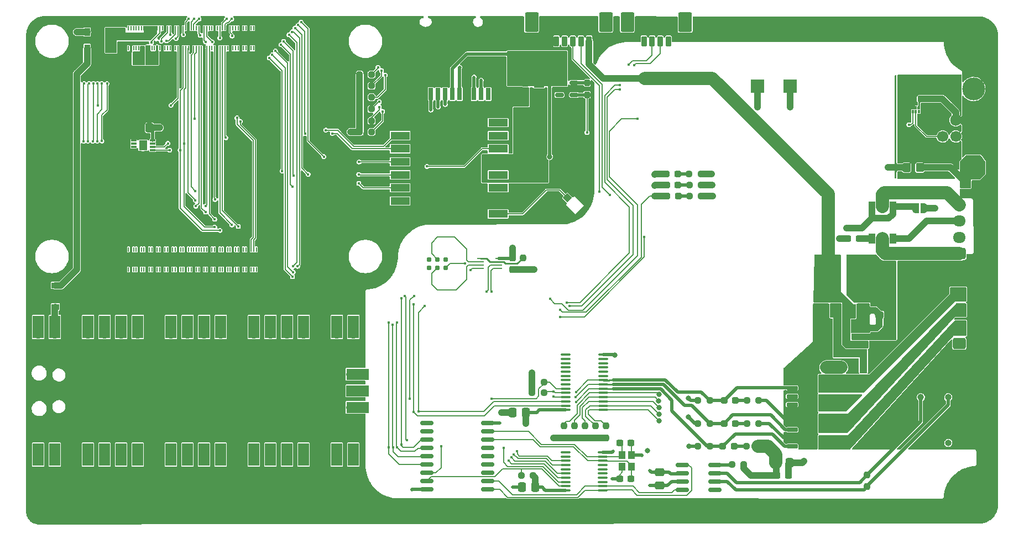
<source format=gtl>
G04 #@! TF.GenerationSoftware,KiCad,Pcbnew,(6.0.2)*
G04 #@! TF.CreationDate,2022-04-08T14:26:24-06:00*
G04 #@! TF.ProjectId,CONEPROJ,434f4e45-5052-44f4-9a2e-6b696361645f,rev?*
G04 #@! TF.SameCoordinates,Original*
G04 #@! TF.FileFunction,Copper,L1,Top*
G04 #@! TF.FilePolarity,Positive*
%FSLAX46Y46*%
G04 Gerber Fmt 4.6, Leading zero omitted, Abs format (unit mm)*
G04 Created by KiCad (PCBNEW (6.0.2)) date 2022-04-08 14:26:24*
%MOMM*%
%LPD*%
G01*
G04 APERTURE LIST*
G04 Aperture macros list*
%AMRoundRect*
0 Rectangle with rounded corners*
0 $1 Rounding radius*
0 $2 $3 $4 $5 $6 $7 $8 $9 X,Y pos of 4 corners*
0 Add a 4 corners polygon primitive as box body*
4,1,4,$2,$3,$4,$5,$6,$7,$8,$9,$2,$3,0*
0 Add four circle primitives for the rounded corners*
1,1,$1+$1,$2,$3*
1,1,$1+$1,$4,$5*
1,1,$1+$1,$6,$7*
1,1,$1+$1,$8,$9*
0 Add four rect primitives between the rounded corners*
20,1,$1+$1,$2,$3,$4,$5,0*
20,1,$1+$1,$4,$5,$6,$7,0*
20,1,$1+$1,$6,$7,$8,$9,0*
20,1,$1+$1,$8,$9,$2,$3,0*%
%AMRotRect*
0 Rectangle, with rotation*
0 The origin of the aperture is its center*
0 $1 length*
0 $2 width*
0 $3 Rotation angle, in degrees counterclockwise*
0 Add horizontal line*
21,1,$1,$2,0,0,$3*%
%AMFreePoly0*
4,1,22,0.500000,-0.750000,0.000000,-0.750000,0.000000,-0.745033,-0.079941,-0.743568,-0.215256,-0.701293,-0.333266,-0.622738,-0.424486,-0.514219,-0.481581,-0.384460,-0.499164,-0.250000,-0.500000,-0.250000,-0.500000,0.250000,-0.499164,0.250000,-0.499963,0.256109,-0.478152,0.396186,-0.417904,0.524511,-0.324060,0.630769,-0.204165,0.706417,-0.067858,0.745374,0.000000,0.744959,0.000000,0.750000,
0.500000,0.750000,0.500000,-0.750000,0.500000,-0.750000,$1*%
%AMFreePoly1*
4,1,20,0.000000,0.744959,0.073905,0.744508,0.209726,0.703889,0.328688,0.626782,0.421226,0.519385,0.479903,0.390333,0.500000,0.250000,0.500000,-0.250000,0.499851,-0.262216,0.476331,-0.402017,0.414519,-0.529596,0.319384,-0.634700,0.198574,-0.708877,0.061801,-0.746166,0.000000,-0.745033,0.000000,-0.750000,-0.500000,-0.750000,-0.500000,0.750000,0.000000,0.750000,0.000000,0.744959,
0.000000,0.744959,$1*%
G04 Aperture macros list end*
G04 #@! TA.AperFunction,SMDPad,CuDef*
%ADD10FreePoly0,0.000000*%
G04 #@! TD*
G04 #@! TA.AperFunction,SMDPad,CuDef*
%ADD11FreePoly1,0.000000*%
G04 #@! TD*
G04 #@! TA.AperFunction,ComponentPad*
%ADD12RoundRect,0.250000X0.725000X-0.600000X0.725000X0.600000X-0.725000X0.600000X-0.725000X-0.600000X0*%
G04 #@! TD*
G04 #@! TA.AperFunction,ComponentPad*
%ADD13O,1.950000X1.700000*%
G04 #@! TD*
G04 #@! TA.AperFunction,SMDPad,CuDef*
%ADD14RoundRect,0.237500X0.300000X0.237500X-0.300000X0.237500X-0.300000X-0.237500X0.300000X-0.237500X0*%
G04 #@! TD*
G04 #@! TA.AperFunction,SMDPad,CuDef*
%ADD15R,1.000000X1.500000*%
G04 #@! TD*
G04 #@! TA.AperFunction,SMDPad,CuDef*
%ADD16RoundRect,0.150000X-0.725000X-0.150000X0.725000X-0.150000X0.725000X0.150000X-0.725000X0.150000X0*%
G04 #@! TD*
G04 #@! TA.AperFunction,SMDPad,CuDef*
%ADD17R,1.000000X1.150000*%
G04 #@! TD*
G04 #@! TA.AperFunction,SMDPad,CuDef*
%ADD18RoundRect,0.150000X0.875000X0.150000X-0.875000X0.150000X-0.875000X-0.150000X0.875000X-0.150000X0*%
G04 #@! TD*
G04 #@! TA.AperFunction,SMDPad,CuDef*
%ADD19R,1.200000X0.900000*%
G04 #@! TD*
G04 #@! TA.AperFunction,SMDPad,CuDef*
%ADD20RoundRect,0.237500X0.287500X0.237500X-0.287500X0.237500X-0.287500X-0.237500X0.287500X-0.237500X0*%
G04 #@! TD*
G04 #@! TA.AperFunction,SMDPad,CuDef*
%ADD21RoundRect,0.237500X-0.237500X0.250000X-0.237500X-0.250000X0.237500X-0.250000X0.237500X0.250000X0*%
G04 #@! TD*
G04 #@! TA.AperFunction,SMDPad,CuDef*
%ADD22RoundRect,0.100000X0.637500X0.100000X-0.637500X0.100000X-0.637500X-0.100000X0.637500X-0.100000X0*%
G04 #@! TD*
G04 #@! TA.AperFunction,SMDPad,CuDef*
%ADD23RoundRect,0.237500X0.250000X0.237500X-0.250000X0.237500X-0.250000X-0.237500X0.250000X-0.237500X0*%
G04 #@! TD*
G04 #@! TA.AperFunction,SMDPad,CuDef*
%ADD24RoundRect,0.250000X-0.475000X0.337500X-0.475000X-0.337500X0.475000X-0.337500X0.475000X0.337500X0*%
G04 #@! TD*
G04 #@! TA.AperFunction,SMDPad,CuDef*
%ADD25RoundRect,0.237500X-0.250000X-0.237500X0.250000X-0.237500X0.250000X0.237500X-0.250000X0.237500X0*%
G04 #@! TD*
G04 #@! TA.AperFunction,SMDPad,CuDef*
%ADD26FreePoly0,90.000000*%
G04 #@! TD*
G04 #@! TA.AperFunction,SMDPad,CuDef*
%ADD27FreePoly1,90.000000*%
G04 #@! TD*
G04 #@! TA.AperFunction,SMDPad,CuDef*
%ADD28R,2.000000X2.000000*%
G04 #@! TD*
G04 #@! TA.AperFunction,SMDPad,CuDef*
%ADD29RoundRect,0.250000X0.475000X-0.337500X0.475000X0.337500X-0.475000X0.337500X-0.475000X-0.337500X0*%
G04 #@! TD*
G04 #@! TA.AperFunction,ComponentPad*
%ADD30O,1.000000X1.000000*%
G04 #@! TD*
G04 #@! TA.AperFunction,ComponentPad*
%ADD31C,1.000000*%
G04 #@! TD*
G04 #@! TA.AperFunction,SMDPad,CuDef*
%ADD32RoundRect,0.250000X0.337500X0.475000X-0.337500X0.475000X-0.337500X-0.475000X0.337500X-0.475000X0*%
G04 #@! TD*
G04 #@! TA.AperFunction,SMDPad,CuDef*
%ADD33RoundRect,0.237500X0.237500X-0.300000X0.237500X0.300000X-0.237500X0.300000X-0.237500X-0.300000X0*%
G04 #@! TD*
G04 #@! TA.AperFunction,SMDPad,CuDef*
%ADD34R,3.000000X1.200000*%
G04 #@! TD*
G04 #@! TA.AperFunction,ComponentPad*
%ADD35C,5.600000*%
G04 #@! TD*
G04 #@! TA.AperFunction,SMDPad,CuDef*
%ADD36RoundRect,0.250001X0.799999X1.249999X-0.799999X1.249999X-0.799999X-1.249999X0.799999X-1.249999X0*%
G04 #@! TD*
G04 #@! TA.AperFunction,SMDPad,CuDef*
%ADD37RoundRect,0.200000X0.200000X0.600000X-0.200000X0.600000X-0.200000X-0.600000X0.200000X-0.600000X0*%
G04 #@! TD*
G04 #@! TA.AperFunction,SMDPad,CuDef*
%ADD38RoundRect,0.007800X-0.397200X-0.122200X0.397200X-0.122200X0.397200X0.122200X-0.397200X0.122200X0*%
G04 #@! TD*
G04 #@! TA.AperFunction,SMDPad,CuDef*
%ADD39R,1.300000X1.500000*%
G04 #@! TD*
G04 #@! TA.AperFunction,ComponentPad*
%ADD40C,0.400000*%
G04 #@! TD*
G04 #@! TA.AperFunction,SMDPad,CuDef*
%ADD41RoundRect,0.150000X-0.825000X-0.150000X0.825000X-0.150000X0.825000X0.150000X-0.825000X0.150000X0*%
G04 #@! TD*
G04 #@! TA.AperFunction,SMDPad,CuDef*
%ADD42RoundRect,0.250000X-0.337500X-0.475000X0.337500X-0.475000X0.337500X0.475000X-0.337500X0.475000X0*%
G04 #@! TD*
G04 #@! TA.AperFunction,SMDPad,CuDef*
%ADD43R,0.700000X1.900000*%
G04 #@! TD*
G04 #@! TA.AperFunction,SMDPad,CuDef*
%ADD44R,1.700000X1.800000*%
G04 #@! TD*
G04 #@! TA.AperFunction,SMDPad,CuDef*
%ADD45R,1.400000X2.600000*%
G04 #@! TD*
G04 #@! TA.AperFunction,SMDPad,CuDef*
%ADD46RotRect,1.050000X2.200000X225.000000*%
G04 #@! TD*
G04 #@! TA.AperFunction,SMDPad,CuDef*
%ADD47RotRect,1.000000X1.050000X225.000000*%
G04 #@! TD*
G04 #@! TA.AperFunction,SMDPad,CuDef*
%ADD48RoundRect,0.237500X-0.237500X0.300000X-0.237500X-0.300000X0.237500X-0.300000X0.237500X0.300000X0*%
G04 #@! TD*
G04 #@! TA.AperFunction,ComponentPad*
%ADD49R,1.700000X1.700000*%
G04 #@! TD*
G04 #@! TA.AperFunction,ComponentPad*
%ADD50C,1.700000*%
G04 #@! TD*
G04 #@! TA.AperFunction,ComponentPad*
%ADD51C,3.500000*%
G04 #@! TD*
G04 #@! TA.AperFunction,SMDPad,CuDef*
%ADD52RoundRect,0.012000X0.138000X-0.198000X0.138000X0.198000X-0.138000X0.198000X-0.138000X-0.198000X0*%
G04 #@! TD*
G04 #@! TA.AperFunction,SMDPad,CuDef*
%ADD53RoundRect,0.012000X0.138000X-0.193000X0.138000X0.193000X-0.138000X0.193000X-0.138000X-0.193000X0*%
G04 #@! TD*
G04 #@! TA.AperFunction,SMDPad,CuDef*
%ADD54RoundRect,0.250000X-0.350000X-0.450000X0.350000X-0.450000X0.350000X0.450000X-0.350000X0.450000X0*%
G04 #@! TD*
G04 #@! TA.AperFunction,ConnectorPad*
%ADD55C,0.787400*%
G04 #@! TD*
G04 #@! TA.AperFunction,SMDPad,CuDef*
%ADD56R,2.350000X5.100000*%
G04 #@! TD*
G04 #@! TA.AperFunction,SMDPad,CuDef*
%ADD57R,0.900000X1.200000*%
G04 #@! TD*
G04 #@! TA.AperFunction,SMDPad,CuDef*
%ADD58R,1.700000X3.500000*%
G04 #@! TD*
G04 #@! TA.AperFunction,ComponentPad*
%ADD59O,1.700000X1.700000*%
G04 #@! TD*
G04 #@! TA.AperFunction,SMDPad,CuDef*
%ADD60R,3.500000X1.700000*%
G04 #@! TD*
G04 #@! TA.AperFunction,SMDPad,CuDef*
%ADD61R,1.066800X0.254000*%
G04 #@! TD*
G04 #@! TA.AperFunction,SMDPad,CuDef*
%ADD62RoundRect,0.237500X0.237500X-0.250000X0.237500X0.250000X-0.237500X0.250000X-0.237500X-0.250000X0*%
G04 #@! TD*
G04 #@! TA.AperFunction,SMDPad,CuDef*
%ADD63R,0.200000X0.700000*%
G04 #@! TD*
G04 #@! TA.AperFunction,SMDPad,CuDef*
%ADD64R,2.200000X0.600000*%
G04 #@! TD*
G04 #@! TA.AperFunction,SMDPad,CuDef*
%ADD65RoundRect,0.150000X-0.512500X-0.150000X0.512500X-0.150000X0.512500X0.150000X-0.512500X0.150000X0*%
G04 #@! TD*
G04 #@! TA.AperFunction,ViaPad*
%ADD66C,0.800000*%
G04 #@! TD*
G04 #@! TA.AperFunction,ViaPad*
%ADD67C,0.450000*%
G04 #@! TD*
G04 #@! TA.AperFunction,Conductor*
%ADD68C,1.000000*%
G04 #@! TD*
G04 #@! TA.AperFunction,Conductor*
%ADD69C,0.200000*%
G04 #@! TD*
G04 #@! TA.AperFunction,Conductor*
%ADD70C,2.000000*%
G04 #@! TD*
G04 #@! TA.AperFunction,Conductor*
%ADD71C,0.500000*%
G04 #@! TD*
G04 #@! TA.AperFunction,Conductor*
%ADD72C,0.250000*%
G04 #@! TD*
G04 APERTURE END LIST*
D10*
G04 #@! TO.P,JP9,1,A*
G04 #@! TO.N,/LEDA_BIN*
X157200000Y-50480000D03*
D11*
G04 #@! TO.P,JP9,2,B*
G04 #@! TO.N,Net-(J3-Pad2)*
X158500000Y-50480000D03*
G04 #@! TD*
D12*
G04 #@! TO.P,J3,1,Pin_1*
G04 #@! TO.N,VCC*
X163910000Y-57480000D03*
D13*
G04 #@! TO.P,J3,2,Pin_2*
G04 #@! TO.N,Net-(J3-Pad2)*
X163910000Y-54980000D03*
G04 #@! TO.P,J3,3,Pin_3*
G04 #@! TO.N,/LEDA_OUT*
X163910000Y-52480000D03*
G04 #@! TO.P,J3,4,Pin_4*
G04 #@! TO.N,GND*
X163910000Y-49980000D03*
G04 #@! TD*
D14*
G04 #@! TO.P,C4,2*
G04 #@! TO.N,GND*
X146837500Y-55160000D03*
G04 #@! TO.P,C4,1*
G04 #@! TO.N,Net-(U9-Pad1)*
X148562500Y-55160000D03*
G04 #@! TD*
D15*
G04 #@! TO.P,U9,1,VCC*
G04 #@! TO.N,Net-(U9-Pad1)*
X150520000Y-55160000D03*
G04 #@! TO.P,U9,2,VDD*
G04 #@! TO.N,VCC*
X152120000Y-55160000D03*
G04 #@! TO.P,U9,3,DO*
G04 #@! TO.N,/LEDA_OUT*
X153720000Y-55160000D03*
G04 #@! TO.P,U9,4,DIN*
G04 #@! TO.N,/LEDA_BIN*
X153720000Y-50260000D03*
G04 #@! TO.P,U9,5,GND*
G04 #@! TO.N,GND*
X152120000Y-50260000D03*
G04 #@! TO.P,U9,6,BIN*
G04 #@! TO.N,/LEDA_BIN*
X150520000Y-50260000D03*
G04 #@! TD*
D16*
G04 #@! TO.P,Q4,1,S*
G04 #@! TO.N,GND*
X138325000Y-76794088D03*
G04 #@! TO.P,Q4,2,G*
G04 #@! TO.N,/LED2*
X138325000Y-78064088D03*
G04 #@! TO.P,Q4,3,S*
G04 #@! TO.N,unconnected-(Q4-Pad3)*
X138325000Y-79334088D03*
G04 #@! TO.P,Q4,4,G*
G04 #@! TO.N,unconnected-(Q4-Pad4)*
X138325000Y-80604088D03*
G04 #@! TO.P,Q4,5,D*
G04 #@! TO.N,/SPARE_OUT*
X143475000Y-80604088D03*
G04 #@! TO.P,Q4,6,D*
X143475000Y-79334088D03*
G04 #@! TO.P,Q4,7,D*
G04 #@! TO.N,/B_OUT*
X143475000Y-78064088D03*
G04 #@! TO.P,Q4,8,D*
X143475000Y-76794088D03*
G04 #@! TD*
G04 #@! TO.P,Q3,1,S*
G04 #@! TO.N,GND*
X138325000Y-83194088D03*
G04 #@! TO.P,Q3,2,G*
G04 #@! TO.N,/LED1*
X138325000Y-84464088D03*
G04 #@! TO.P,Q3,3,S*
G04 #@! TO.N,GND*
X138325000Y-85734088D03*
G04 #@! TO.P,Q3,4,G*
G04 #@! TO.N,/LED0*
X138325000Y-87004088D03*
G04 #@! TO.P,Q3,5,D*
G04 #@! TO.N,/G_OUT*
X143475000Y-87004088D03*
G04 #@! TO.P,Q3,6,D*
X143475000Y-85734088D03*
G04 #@! TO.P,Q3,7,D*
G04 #@! TO.N,/R_OUT*
X143475000Y-84464088D03*
G04 #@! TO.P,Q3,8,D*
X143475000Y-83194088D03*
G04 #@! TD*
D17*
G04 #@! TO.P,Y2,1,1*
G04 #@! TO.N,/MCP_OSC1*
X112300000Y-88374088D03*
G04 #@! TO.P,Y2,2,2*
G04 #@! TO.N,GND*
X112300000Y-90124088D03*
G04 #@! TO.P,Y2,3,3*
G04 #@! TO.N,/MCP_OSC2*
X113700000Y-90124088D03*
G04 #@! TO.P,Y2,4,4*
G04 #@! TO.N,GND*
X113700000Y-88374088D03*
G04 #@! TD*
D18*
G04 #@! TO.P,U8,18,VDD*
G04 #@! TO.N,+3V3*
X82400000Y-93629088D03*
G04 #@! TO.P,U8,17,~{RESET}*
G04 #@! TO.N,/MCP_RESET*
X82400000Y-92359088D03*
G04 #@! TO.P,U8,16,~{CS}*
G04 #@! TO.N,/SPI0_CE0_N*
X82400000Y-91089088D03*
G04 #@! TO.P,U8,15,SO*
G04 #@! TO.N,/SPI0_MISO*
X82400000Y-89819088D03*
G04 #@! TO.P,U8,14,SI*
G04 #@! TO.N,/SPI0_MOSI*
X82400000Y-88549088D03*
G04 #@! TO.P,U8,13,SCK*
G04 #@! TO.N,/SPI0_SCLK*
X82400000Y-87279088D03*
G04 #@! TO.P,U8,12,~{INT}*
G04 #@! TO.N,/MCP_INT*
X82400000Y-86009088D03*
G04 #@! TO.P,U8,11,~{RX0BF}*
G04 #@! TO.N,unconnected-(U8-Pad11)*
X82400000Y-84739088D03*
G04 #@! TO.P,U8,10,~{RX1BF}*
G04 #@! TO.N,unconnected-(U8-Pad10)*
X82400000Y-83469088D03*
G04 #@! TO.P,U8,9,VSS*
G04 #@! TO.N,GND*
X91700000Y-83469088D03*
G04 #@! TO.P,U8,8,OSC1*
G04 #@! TO.N,/MCP_OSC1*
X91700000Y-84739088D03*
G04 #@! TO.P,U8,7,OSC2*
G04 #@! TO.N,/MCP_OSC2*
X91700000Y-86009088D03*
G04 #@! TO.P,U8,6,~{TX2RTS}*
G04 #@! TO.N,unconnected-(U8-Pad6)*
X91700000Y-87279088D03*
G04 #@! TO.P,U8,5,~{TX1RTS}*
G04 #@! TO.N,unconnected-(U8-Pad5)*
X91700000Y-88549088D03*
G04 #@! TO.P,U8,4,~{TX0RTS}*
G04 #@! TO.N,unconnected-(U8-Pad4)*
X91700000Y-89819088D03*
G04 #@! TO.P,U8,3,CLKOUT/SOF*
G04 #@! TO.N,unconnected-(U8-Pad3)*
X91700000Y-91089088D03*
G04 #@! TO.P,U8,2,RXCAN*
G04 #@! TO.N,/CAN_RX*
X91700000Y-92359088D03*
G04 #@! TO.P,U8,1,TXCAN*
G04 #@! TO.N,/CAN_TX*
X91700000Y-93629088D03*
G04 #@! TD*
D19*
G04 #@! TO.P,D1,2,A*
G04 #@! TO.N,GND*
X151675000Y-66824088D03*
G04 #@! TO.P,D1,1,K*
G04 #@! TO.N,Net-(D1-Pad1)*
X151675000Y-70124088D03*
G04 #@! TD*
D20*
G04 #@! TO.P,D316,1,K*
G04 #@! TO.N,Net-(D316-Pad1)*
X129650000Y-79999088D03*
G04 #@! TO.P,D316,2,A*
G04 #@! TO.N,/LED2*
X127900000Y-79999088D03*
G04 #@! TD*
D21*
G04 #@! TO.P,R2,1*
G04 #@! TO.N,/A0*
X109800000Y-83886588D03*
G04 #@! TO.P,R2,2*
G04 #@! TO.N,GND*
X109800000Y-85711588D03*
G04 #@! TD*
G04 #@! TO.P,R307,1*
G04 #@! TO.N,+3V3*
X97100000Y-58087500D03*
G04 #@! TO.P,R307,2*
G04 #@! TO.N,GND*
X97100000Y-59912500D03*
G04 #@! TD*
D22*
G04 #@! TO.P,U5,1,TXCAN*
G04 #@! TO.N,/CAN_TX*
X109332500Y-93774088D03*
G04 #@! TO.P,U5,2,RXCAN*
G04 #@! TO.N,/CAN_RX*
X109332500Y-93124088D03*
G04 #@! TO.P,U5,3,CLKOUT/SOF*
G04 #@! TO.N,unconnected-(U5-Pad3)*
X109332500Y-92474088D03*
G04 #@! TO.P,U5,4,~{TX0RTS}*
G04 #@! TO.N,unconnected-(U5-Pad4)*
X109332500Y-91824088D03*
G04 #@! TO.P,U5,5,~{TX1RTS}*
G04 #@! TO.N,unconnected-(U5-Pad5)*
X109332500Y-91174088D03*
G04 #@! TO.P,U5,6,NC*
G04 #@! TO.N,unconnected-(U5-Pad6)*
X109332500Y-90524088D03*
G04 #@! TO.P,U5,7,~{TX2RTS}*
G04 #@! TO.N,unconnected-(U5-Pad7)*
X109332500Y-89874088D03*
G04 #@! TO.P,U5,8,OSC2*
G04 #@! TO.N,/MCP_OSC2*
X109332500Y-89224088D03*
G04 #@! TO.P,U5,9,OSC1*
G04 #@! TO.N,/MCP_OSC1*
X109332500Y-88574088D03*
G04 #@! TO.P,U5,10,VSS*
G04 #@! TO.N,GND*
X109332500Y-87924088D03*
G04 #@! TO.P,U5,11,~{RX1BF}*
G04 #@! TO.N,unconnected-(U5-Pad11)*
X103607500Y-87924088D03*
G04 #@! TO.P,U5,12,~{RX0BF}*
G04 #@! TO.N,unconnected-(U5-Pad12)*
X103607500Y-88574088D03*
G04 #@! TO.P,U5,13,~{INT}*
G04 #@! TO.N,/MCP_INT*
X103607500Y-89224088D03*
G04 #@! TO.P,U5,14,SCK*
G04 #@! TO.N,/SPI0_SCLK*
X103607500Y-89874088D03*
G04 #@! TO.P,U5,15,NC*
G04 #@! TO.N,unconnected-(U5-Pad15)*
X103607500Y-90524088D03*
G04 #@! TO.P,U5,16,SI*
G04 #@! TO.N,/SPI0_MOSI*
X103607500Y-91174088D03*
G04 #@! TO.P,U5,17,SO*
G04 #@! TO.N,/SPI0_MISO*
X103607500Y-91824088D03*
G04 #@! TO.P,U5,18,~{CS}*
G04 #@! TO.N,/SPI0_CE0_N*
X103607500Y-92474088D03*
G04 #@! TO.P,U5,19,~{RESET}*
G04 #@! TO.N,/MCP_RESET*
X103607500Y-93124088D03*
G04 #@! TO.P,U5,20,VDD*
G04 #@! TO.N,+3V3*
X103607500Y-93774088D03*
G04 #@! TD*
D23*
G04 #@! TO.P,R35,1*
G04 #@! TO.N,/SD_DAT2*
X73912500Y-38800000D03*
G04 #@! TO.P,R35,2*
G04 #@! TO.N,/SD_PWR*
X72087500Y-38800000D03*
G04 #@! TD*
D24*
G04 #@! TO.P,C34,1*
G04 #@! TO.N,/SD_PWR*
X95550000Y-31062500D03*
G04 #@! TO.P,C34,2*
G04 #@! TO.N,GND*
X95550000Y-33137500D03*
G04 #@! TD*
D25*
G04 #@! TO.P,R309,1*
G04 #@! TO.N,Net-(D315-Pad1)*
X131362500Y-83499088D03*
G04 #@! TO.P,R309,2*
G04 #@! TO.N,GND*
X133187500Y-83499088D03*
G04 #@! TD*
D26*
G04 #@! TO.P,JP8,1,A*
G04 #@! TO.N,+3V3*
X99550000Y-32850000D03*
D27*
G04 #@! TO.P,JP8,2,B*
G04 #@! TO.N,/SD_PWR*
X99550000Y-31550000D03*
G04 #@! TD*
D22*
G04 #@! TO.P,U3,1,A0*
G04 #@! TO.N,/A0*
X109362500Y-81424088D03*
G04 #@! TO.P,U3,2,A1*
G04 #@! TO.N,/A1*
X109362500Y-80774088D03*
G04 #@! TO.P,U3,3,A2*
G04 #@! TO.N,/A2*
X109362500Y-80124088D03*
G04 #@! TO.P,U3,4,A3*
G04 #@! TO.N,/A3*
X109362500Y-79474088D03*
G04 #@! TO.P,U3,5,A4*
G04 #@! TO.N,/A4*
X109362500Y-78824088D03*
G04 #@! TO.P,U3,6,LED0*
G04 #@! TO.N,/LED0*
X109362500Y-78174088D03*
G04 #@! TO.P,U3,7,LED1*
G04 #@! TO.N,/LED1*
X109362500Y-77524088D03*
G04 #@! TO.P,U3,8,LED2*
G04 #@! TO.N,/LED2*
X109362500Y-76874088D03*
G04 #@! TO.P,U3,9,LED3*
G04 #@! TO.N,unconnected-(U3-Pad9)*
X109362500Y-76224088D03*
G04 #@! TO.P,U3,10,LED4*
G04 #@! TO.N,unconnected-(U3-Pad10)*
X109362500Y-75574088D03*
G04 #@! TO.P,U3,11,LED5*
G04 #@! TO.N,unconnected-(U3-Pad11)*
X109362500Y-74924088D03*
G04 #@! TO.P,U3,12,LED6*
G04 #@! TO.N,unconnected-(U3-Pad12)*
X109362500Y-74274088D03*
G04 #@! TO.P,U3,13,LED7*
G04 #@! TO.N,unconnected-(U3-Pad13)*
X109362500Y-73624088D03*
G04 #@! TO.P,U3,14,VSS*
G04 #@! TO.N,GND*
X109362500Y-72974088D03*
G04 #@! TO.P,U3,15,LED8*
G04 #@! TO.N,unconnected-(U3-Pad15)*
X103637500Y-72974088D03*
G04 #@! TO.P,U3,16,LED9*
G04 #@! TO.N,unconnected-(U3-Pad16)*
X103637500Y-73624088D03*
G04 #@! TO.P,U3,17,LED10*
G04 #@! TO.N,unconnected-(U3-Pad17)*
X103637500Y-74274088D03*
G04 #@! TO.P,U3,18,LED11*
G04 #@! TO.N,unconnected-(U3-Pad18)*
X103637500Y-74924088D03*
G04 #@! TO.P,U3,19,LED12*
G04 #@! TO.N,unconnected-(U3-Pad19)*
X103637500Y-75574088D03*
G04 #@! TO.P,U3,20,LED13*
G04 #@! TO.N,unconnected-(U3-Pad20)*
X103637500Y-76224088D03*
G04 #@! TO.P,U3,21,LED14*
G04 #@! TO.N,unconnected-(U3-Pad21)*
X103637500Y-76874088D03*
G04 #@! TO.P,U3,22,LED15*
G04 #@! TO.N,unconnected-(U3-Pad22)*
X103637500Y-77524088D03*
G04 #@! TO.P,U3,23,~{OE}*
G04 #@! TO.N,/PWM0_1*
X103637500Y-78174088D03*
G04 #@! TO.P,U3,24,A5*
G04 #@! TO.N,/A5*
X103637500Y-78824088D03*
G04 #@! TO.P,U3,25,EXTCLK*
G04 #@! TO.N,GND*
X103637500Y-79474088D03*
G04 #@! TO.P,U3,26,SCL*
G04 #@! TO.N,/I2C1_SCL*
X103637500Y-80124088D03*
G04 #@! TO.P,U3,27,SDA*
G04 #@! TO.N,/I2C1_SDA*
X103637500Y-80774088D03*
G04 #@! TO.P,U3,28,VDD*
G04 #@! TO.N,+3V3*
X103637500Y-81424088D03*
G04 #@! TD*
D25*
G04 #@! TO.P,R310,1*
G04 #@! TO.N,Net-(D316-Pad1)*
X131362500Y-79999088D03*
G04 #@! TO.P,R310,2*
G04 #@! TO.N,GND*
X133187500Y-79999088D03*
G04 #@! TD*
D28*
G04 #@! TO.P,PAU301,1,A*
G04 #@! TO.N,GND*
X138000000Y-23789088D03*
G04 #@! TO.P,PAU301,2,B*
G04 #@! TO.N,/PAUSE_BTN*
X138000000Y-31789088D03*
G04 #@! TD*
D21*
G04 #@! TO.P,R11,1*
G04 #@! TO.N,/A2*
X106600000Y-83886588D03*
G04 #@! TO.P,R11,2*
G04 #@! TO.N,GND*
X106600000Y-85711588D03*
G04 #@! TD*
D20*
G04 #@! TO.P,D308,1,K*
G04 #@! TO.N,Net-(D308-Pad1)*
X120875000Y-48600000D03*
G04 #@! TO.P,D308,2,A*
G04 #@! TO.N,/WIFI_LED*
X119125000Y-48600000D03*
G04 #@! TD*
D29*
G04 #@! TO.P,C302,1*
G04 #@! TO.N,GND*
X96525000Y-47675000D03*
G04 #@! TO.P,C302,2*
G04 #@! TO.N,+3V3*
X96525000Y-45600000D03*
G04 #@! TD*
D14*
G04 #@! TO.P,C54,1*
G04 #@! TO.N,GND*
X158065000Y-33729088D03*
G04 #@! TO.P,C54,2*
G04 #@! TO.N,/USB2_VBUS*
X156340000Y-33729088D03*
G04 #@! TD*
G04 #@! TO.P,C21,1*
G04 #@! TO.N,/MCP_OSC2*
X113612500Y-91999088D03*
G04 #@! TO.P,C21,2*
G04 #@! TO.N,GND*
X111887500Y-91999088D03*
G04 #@! TD*
D30*
G04 #@! TO.P,J301,1,Pin_1*
G04 #@! TO.N,VCC*
X162212500Y-86499088D03*
G04 #@! TO.P,J301,2,Pin_2*
G04 #@! TO.N,GND*
X158012500Y-86499088D03*
D31*
G04 #@! TO.P,J301,3,Pin_3*
G04 #@! TO.N,/CANH*
X158012500Y-79499088D03*
D30*
G04 #@! TO.P,J301,4,Pin_4*
G04 #@! TO.N,/CANL*
X162212500Y-79499088D03*
G04 #@! TD*
D29*
G04 #@! TO.P,C11,1*
G04 #@! TO.N,+3V3*
X118000000Y-93036588D03*
G04 #@! TO.P,C11,2*
G04 #@! TO.N,GND*
X118000000Y-90961588D03*
G04 #@! TD*
D32*
G04 #@! TO.P,C16,1*
G04 #@! TO.N,+3V3*
X98975000Y-93299088D03*
G04 #@! TO.P,C16,2*
G04 #@! TO.N,GND*
X96900000Y-93299088D03*
G04 #@! TD*
D33*
G04 #@! TO.P,C305,1*
G04 #@! TO.N,GND*
X95500000Y-59862500D03*
G04 #@! TO.P,C305,2*
G04 #@! TO.N,+3V3*
X95500000Y-58137500D03*
G04 #@! TD*
D19*
G04 #@! TO.P,D6,1,K*
G04 #@! TO.N,Net-(D6-Pad1)*
X25500000Y-65650000D03*
G04 #@! TO.P,D6,2,A*
G04 #@! TO.N,+5V*
X25500000Y-62350000D03*
G04 #@! TD*
D25*
G04 #@! TO.P,R21,2*
G04 #@! TO.N,GND*
X124380000Y-46980000D03*
G04 #@! TO.P,R21,1*
G04 #@! TO.N,Net-(D302-Pad1)*
X122555000Y-46980000D03*
G04 #@! TD*
D34*
G04 #@! TO.P,U310,1,GND*
G04 #@! TO.N,GND*
X78275000Y-37387500D03*
G04 #@! TO.P,U310,2,MISO*
G04 #@! TO.N,/RF69_MISO*
X78275000Y-39387500D03*
G04 #@! TO.P,U310,3,MOSI*
G04 #@! TO.N,/RF69_MOSI*
X78275000Y-41387500D03*
G04 #@! TO.P,U310,4,SCK*
G04 #@! TO.N,/RF69_SCK*
X78275000Y-43387500D03*
G04 #@! TO.P,U310,5,NSS*
G04 #@! TO.N,/RF69_NSS*
X78275000Y-45387500D03*
G04 #@! TO.P,U310,6,RESET*
G04 #@! TO.N,/RF69_RESET*
X78275000Y-47387500D03*
G04 #@! TO.P,U310,7,DIO5*
G04 #@! TO.N,unconnected-(U310-Pad7)*
X78275000Y-49387500D03*
G04 #@! TO.P,U310,8,GND*
G04 #@! TO.N,GND*
X78275000Y-51387500D03*
G04 #@! TO.P,U310,9,ANT*
G04 #@! TO.N,Net-(J304-Pad2)*
X93275000Y-51387500D03*
G04 #@! TO.P,U310,10,GND*
G04 #@! TO.N,GND*
X93275000Y-49387500D03*
G04 #@! TO.P,U310,11,DIO3*
G04 #@! TO.N,unconnected-(U310-Pad11)*
X93275000Y-47387500D03*
G04 #@! TO.P,U310,12,DIO4*
G04 #@! TO.N,unconnected-(U310-Pad12)*
X93275000Y-45387500D03*
G04 #@! TO.P,U310,13,3.3V*
G04 #@! TO.N,+3V3*
X93275000Y-43387500D03*
G04 #@! TO.P,U310,14,DIO0*
G04 #@! TO.N,/RF69_INT*
X93275000Y-41387500D03*
G04 #@! TO.P,U310,15,DIO1*
G04 #@! TO.N,unconnected-(U310-Pad15)*
X93275000Y-39387500D03*
G04 #@! TO.P,U310,16,DIO2*
G04 #@! TO.N,unconnected-(U310-Pad16)*
X93275000Y-37387500D03*
G04 #@! TD*
D25*
G04 #@! TO.P,R91,2*
G04 #@! TO.N,GND*
X124412500Y-48600000D03*
G04 #@! TO.P,R91,1*
G04 #@! TO.N,Net-(D308-Pad1)*
X122587500Y-48600000D03*
G04 #@! TD*
D28*
G04 #@! TO.P,MOD301,1,A*
G04 #@! TO.N,GND*
X132970000Y-23789088D03*
G04 #@! TO.P,MOD301,2,B*
G04 #@! TO.N,/MODE_BTN*
X132970000Y-31789088D03*
G04 #@! TD*
D32*
G04 #@! TO.P,C20,1*
G04 #@! TO.N,+3V3*
X39914270Y-38172514D03*
G04 #@! TO.P,C20,2*
G04 #@! TO.N,GND*
X37839270Y-38172514D03*
G04 #@! TD*
D35*
G04 #@! TO.P,H304,1,1*
G04 #@! TO.N,GND*
X166362500Y-94999088D03*
G04 #@! TD*
D23*
G04 #@! TO.P,R26,1*
G04 #@! TO.N,/SD_DAT3*
X73912500Y-37100000D03*
G04 #@! TO.P,R26,2*
G04 #@! TO.N,/SD_PWR*
X72087500Y-37100000D03*
G04 #@! TD*
D36*
G04 #@! TO.P,J312,MP*
G04 #@! TO.N,N/C*
X113075000Y-22000000D03*
X121925000Y-22000000D03*
D37*
G04 #@! TO.P,J312,4,Pin_4*
G04 #@! TO.N,unconnected-(J312-Pad4)*
X115625000Y-24900000D03*
G04 #@! TO.P,J312,3,Pin_3*
G04 #@! TO.N,/I2C1_SDA*
X116875000Y-24900000D03*
G04 #@! TO.P,J312,2,Pin_2*
G04 #@! TO.N,/I2C1_SCL*
X118125000Y-24900000D03*
G04 #@! TO.P,J312,1,Pin_1*
G04 #@! TO.N,unconnected-(J312-Pad1)*
X119375000Y-24900000D03*
G04 #@! TD*
D23*
G04 #@! TO.P,R303,1,1*
G04 #@! TO.N,/LED1*
X125687500Y-83499088D03*
G04 #@! TO.P,R303,2,2*
G04 #@! TO.N,GND*
X123862500Y-83499088D03*
G04 #@! TD*
D20*
G04 #@! TO.P,D302,1,K*
G04 #@! TO.N,Net-(D302-Pad1)*
X120842500Y-46980000D03*
G04 #@! TO.P,D302,2,A*
G04 #@! TO.N,/LED_RED*
X119092500Y-46980000D03*
G04 #@! TD*
D38*
G04 #@! TO.P,U307,1*
G04 #@! TO.N,N/C*
X37464270Y-40122514D03*
G04 #@! TO.P,U307,2*
X37464270Y-40622514D03*
G04 #@! TO.P,U307,3*
X37464270Y-41122514D03*
G04 #@! TO.P,U307,4,GND*
G04 #@! TO.N,GND*
X37464270Y-41622514D03*
G04 #@! TO.P,U307,5,SDA*
G04 #@! TO.N,/I2C1_SDA*
X40364270Y-41622514D03*
G04 #@! TO.P,U307,6,SCL*
G04 #@! TO.N,/I2C1_SCL*
X40364270Y-41122514D03*
G04 #@! TO.P,U307,7*
G04 #@! TO.N,N/C*
X40364270Y-40622514D03*
G04 #@! TO.P,U307,8,VCC*
G04 #@! TO.N,+3V3*
X40364270Y-40122514D03*
D39*
G04 #@! TO.P,U307,9,EXP*
G04 #@! TO.N,Net-(U307-Pad9)*
X38914270Y-40872514D03*
D40*
G04 #@! TO.P,U307,9_1,EXP*
X38914270Y-40372514D03*
G04 #@! TO.P,U307,9_2,EXP*
X38914270Y-41372514D03*
G04 #@! TD*
D41*
G04 #@! TO.P,U2,1,D*
G04 #@! TO.N,/CAN_TX*
X121525000Y-89844088D03*
G04 #@! TO.P,U2,2,GND*
G04 #@! TO.N,GND*
X121525000Y-91114088D03*
G04 #@! TO.P,U2,3,VCC*
G04 #@! TO.N,+3V3*
X121525000Y-92384088D03*
G04 #@! TO.P,U2,4,R*
G04 #@! TO.N,/CAN_RX*
X121525000Y-93654088D03*
G04 #@! TO.P,U2,5,Vref*
G04 #@! TO.N,unconnected-(U2-Pad5)*
X126475000Y-93654088D03*
G04 #@! TO.P,U2,6,CANL*
G04 #@! TO.N,/CANL*
X126475000Y-92384088D03*
G04 #@! TO.P,U2,7,CANH*
G04 #@! TO.N,/CANH*
X126475000Y-91114088D03*
G04 #@! TO.P,U2,8,Rs*
G04 #@! TO.N,Net-(R15-Pad1)*
X126475000Y-89844088D03*
G04 #@! TD*
D42*
G04 #@! TO.P,C5,2*
G04 #@! TO.N,GND*
X149112500Y-66191047D03*
G04 #@! TO.P,C5,1*
G04 #@! TO.N,+5V*
X147037500Y-66191047D03*
G04 #@! TD*
D43*
G04 #@! TO.P,J2,1,DAT2*
G04 #@! TO.N,/SD_DAT2*
X83000000Y-32997500D03*
G04 #@! TO.P,J2,2,CD/DAT3*
G04 #@! TO.N,/SD_DAT3*
X84100000Y-32997500D03*
G04 #@! TO.P,J2,3,CMD*
G04 #@! TO.N,/SD_CMD*
X85200000Y-32997500D03*
G04 #@! TO.P,J2,4,VDD*
G04 #@! TO.N,/SD_PWR*
X86300000Y-32997500D03*
G04 #@! TO.P,J2,5,CLK*
G04 #@! TO.N,/SD_CLK*
X87400000Y-32997500D03*
G04 #@! TO.P,J2,6,VSS*
G04 #@! TO.N,GND*
X88500000Y-32997500D03*
G04 #@! TO.P,J2,7,DAT0*
G04 #@! TO.N,/SD_DAT0*
X89600000Y-32997500D03*
G04 #@! TO.P,J2,8,DAT1*
G04 #@! TO.N,/SD_DAT1*
X90700000Y-32997500D03*
G04 #@! TO.P,J2,9,CD_SW1*
G04 #@! TO.N,/SD_DET*
X91800000Y-32997500D03*
D44*
G04 #@! TO.P,J2,10,GND*
G04 #@! TO.N,GND*
X93350000Y-31947500D03*
G04 #@! TO.P,J2,11,GND*
X77850000Y-31947500D03*
D45*
G04 #@! TO.P,J2,12,GND*
X93100000Y-22347500D03*
G04 #@! TO.P,J2,13,GND*
X77400000Y-22347500D03*
G04 #@! TD*
D46*
G04 #@! TO.P,J304,1*
G04 #@! TO.N,GND*
X106042983Y-48957017D03*
D47*
G04 #@! TO.P,J304,2*
G04 #@! TO.N,Net-(J304-Pad2)*
X103921662Y-48921662D03*
D46*
G04 #@! TO.P,J304,3*
G04 #@! TO.N,GND*
X103957017Y-51042983D03*
G04 #@! TD*
D23*
G04 #@! TO.P,R55,1*
G04 #@! TO.N,/SD_DAT0*
X73912500Y-31750000D03*
G04 #@! TO.P,R55,2*
G04 #@! TO.N,/SD_PWR*
X72087500Y-31750000D03*
G04 #@! TD*
D48*
G04 #@! TO.P,C35,1*
G04 #@! TO.N,/SD_PWR*
X97450000Y-31337500D03*
G04 #@! TO.P,C35,2*
G04 #@! TO.N,GND*
X97450000Y-33062500D03*
G04 #@! TD*
D49*
G04 #@! TO.P,J309,1,VBUS*
G04 #@! TO.N,/USB2_VBUS*
X161362500Y-36999088D03*
D50*
G04 #@! TO.P,J309,2,D-*
G04 #@! TO.N,/USB2_D_N*
X161362500Y-39499088D03*
G04 #@! TO.P,J309,3,D+*
G04 #@! TO.N,/USB2_D_P*
X163362500Y-39499088D03*
G04 #@! TO.P,J309,4,GND*
G04 #@! TO.N,GND*
X163362500Y-36999088D03*
D51*
G04 #@! TO.P,J309,5,Shield*
G04 #@! TO.N,GNDPWR*
X166072500Y-44269088D03*
X166072500Y-32229088D03*
G04 #@! TD*
D20*
G04 #@! TO.P,D315,1,K*
G04 #@! TO.N,Net-(D315-Pad1)*
X129650000Y-83499088D03*
G04 #@! TO.P,D315,2,A*
G04 #@! TO.N,/LED1*
X127900000Y-83499088D03*
G04 #@! TD*
D25*
G04 #@! TO.P,R15,1*
G04 #@! TO.N,Net-(R15-Pad1)*
X129087500Y-89799088D03*
G04 #@! TO.P,R15,2*
G04 #@! TO.N,GND*
X130912500Y-89799088D03*
G04 #@! TD*
D21*
G04 #@! TO.P,R12,1*
G04 #@! TO.N,/A3*
X105000000Y-83886588D03*
G04 #@! TO.P,R12,2*
G04 #@! TO.N,GND*
X105000000Y-85711588D03*
G04 #@! TD*
D52*
G04 #@! TO.P,U4,1,D+*
G04 #@! TO.N,/USB2_D_P*
X156762500Y-35684088D03*
D53*
G04 #@! TO.P,U4,2,D-*
G04 #@! TO.N,/USB2_D_N*
X157262500Y-35689088D03*
G04 #@! TO.P,U4,3,ID*
G04 #@! TO.N,unconnected-(U4-Pad3)*
X157762500Y-35689088D03*
G04 #@! TO.P,U4,4,GND*
G04 #@! TO.N,GND*
X157762500Y-35099088D03*
G04 #@! TO.P,U4,5*
G04 #@! TO.N,N/C*
X157262500Y-35099088D03*
G04 #@! TO.P,U4,6,VBUS*
G04 #@! TO.N,/USB2_VBUS*
X156762500Y-35099088D03*
G04 #@! TD*
D32*
G04 #@! TO.P,C304,1*
G04 #@! TO.N,VCC*
X137900000Y-89499088D03*
G04 #@! TO.P,C304,2*
G04 #@! TO.N,GND*
X135825000Y-89499088D03*
G04 #@! TD*
G04 #@! TO.P,C2,1*
G04 #@! TO.N,+3V3*
X97537500Y-81799088D03*
G04 #@! TO.P,C2,2*
G04 #@! TO.N,GND*
X95462500Y-81799088D03*
G04 #@! TD*
D54*
G04 #@! TO.P,R19,1*
G04 #@! TO.N,GND*
X155860000Y-44270000D03*
G04 #@! TO.P,R19,2*
G04 #@! TO.N,GNDPWR*
X157860000Y-44270000D03*
G04 #@! TD*
D23*
G04 #@! TO.P,R14,1*
G04 #@! TO.N,/A5*
X100312500Y-78799088D03*
G04 #@! TO.P,R14,2*
G04 #@! TO.N,GND*
X98487500Y-78799088D03*
G04 #@! TD*
D37*
G04 #@! TO.P,J305,1,Pin_1*
G04 #@! TO.N,+5V*
X107225000Y-24900000D03*
G04 #@! TO.P,J305,2,Pin_2*
G04 #@! TO.N,/RXD3*
X105975000Y-24900000D03*
G04 #@! TO.P,J305,3,Pin_3*
G04 #@! TO.N,/TXD3*
X104725000Y-24900000D03*
G04 #@! TO.P,J305,4,Pin_4*
G04 #@! TO.N,unconnected-(J305-Pad4)*
X103475000Y-24900000D03*
G04 #@! TO.P,J305,5,Pin_5*
G04 #@! TO.N,unconnected-(J305-Pad5)*
X102225000Y-24900000D03*
G04 #@! TO.P,J305,6,Pin_6*
G04 #@! TO.N,GND*
X100975000Y-24900000D03*
D36*
G04 #@! TO.P,J305,MP*
G04 #@! TO.N,N/C*
X109775000Y-22000000D03*
X98425000Y-22000000D03*
G04 #@! TD*
D55*
G04 #@! TO.P,J311,1,VCC*
G04 #@! TO.N,unconnected-(J311-Pad1)*
X82730000Y-59635000D03*
G04 #@! TO.P,J311,2,CTS*
G04 #@! TO.N,unconnected-(J311-Pad2)*
X82730000Y-58365000D03*
G04 #@! TO.P,J311,3,RXD*
G04 #@! TO.N,Net-(J311-Pad3)*
X84000000Y-59635000D03*
G04 #@! TO.P,J311,4,TXD*
G04 #@! TO.N,Net-(J311-Pad4)*
X84000000Y-58365000D03*
G04 #@! TO.P,J311,5,GND*
G04 #@! TO.N,GND*
X85270000Y-59635000D03*
G04 #@! TO.P,J311,6,RTS*
G04 #@! TO.N,unconnected-(J311-Pad6)*
X85270000Y-58365000D03*
G04 #@! TD*
D56*
G04 #@! TO.P,L1,2*
G04 #@! TO.N,+5V*
X143825000Y-61199088D03*
G04 #@! TO.P,L1,1*
G04 #@! TO.N,Net-(D1-Pad1)*
X147975000Y-61199088D03*
G04 #@! TD*
D57*
G04 #@! TO.P,D4,1,K*
G04 #@! TO.N,Net-(D4-Pad1)*
X33650000Y-26000000D03*
G04 #@! TO.P,D4,2,A*
G04 #@! TO.N,+5V*
X30350000Y-26000000D03*
G04 #@! TD*
D58*
G04 #@! TO.P,U7,1,GPIO0*
G04 #@! TO.N,unconnected-(U7-Pad1)*
X22870000Y-88290000D03*
D59*
X22870000Y-87390000D03*
G04 #@! TO.P,U7,2,GPIO1*
G04 #@! TO.N,unconnected-(U7-Pad2)*
X25410000Y-87390000D03*
D58*
X25410000Y-88290000D03*
G04 #@! TO.P,U7,3,GND*
G04 #@! TO.N,GND*
X27950000Y-88290000D03*
D49*
X27950000Y-87390000D03*
D59*
G04 #@! TO.P,U7,4,GPIO2*
G04 #@! TO.N,unconnected-(U7-Pad4)*
X30490000Y-87390000D03*
D58*
X30490000Y-88290000D03*
D59*
G04 #@! TO.P,U7,5,GPIO3*
G04 #@! TO.N,unconnected-(U7-Pad5)*
X33030000Y-87390000D03*
D58*
X33030000Y-88290000D03*
D59*
G04 #@! TO.P,U7,6,GPIO4*
G04 #@! TO.N,/I2C1_SDA*
X35570000Y-87390000D03*
D58*
X35570000Y-88290000D03*
D59*
G04 #@! TO.P,U7,7,GPIO5*
G04 #@! TO.N,/I2C1_SCL*
X38110000Y-87390000D03*
D58*
X38110000Y-88290000D03*
G04 #@! TO.P,U7,8,GND*
G04 #@! TO.N,GND*
X40650000Y-88290000D03*
D49*
X40650000Y-87390000D03*
D58*
G04 #@! TO.P,U7,9,GPIO6*
G04 #@! TO.N,unconnected-(U7-Pad9)*
X43190000Y-88290000D03*
D59*
X43190000Y-87390000D03*
D58*
G04 #@! TO.P,U7,10,GPIO7*
G04 #@! TO.N,unconnected-(U7-Pad10)*
X45730000Y-88290000D03*
D59*
X45730000Y-87390000D03*
G04 #@! TO.P,U7,11,GPIO8*
G04 #@! TO.N,unconnected-(U7-Pad11)*
X48270000Y-87390000D03*
D58*
X48270000Y-88290000D03*
D59*
G04 #@! TO.P,U7,12,GPIO9*
G04 #@! TO.N,unconnected-(U7-Pad12)*
X50810000Y-87390000D03*
D58*
X50810000Y-88290000D03*
D49*
G04 #@! TO.P,U7,13,GND*
G04 #@! TO.N,GND*
X53350000Y-87390000D03*
D58*
X53350000Y-88290000D03*
D59*
G04 #@! TO.P,U7,14,GPIO10*
G04 #@! TO.N,unconnected-(U7-Pad14)*
X55890000Y-87390000D03*
D58*
X55890000Y-88290000D03*
D59*
G04 #@! TO.P,U7,15,GPIO11*
G04 #@! TO.N,unconnected-(U7-Pad15)*
X58430000Y-87390000D03*
D58*
X58430000Y-88290000D03*
G04 #@! TO.P,U7,16,GPIO12*
G04 #@! TO.N,unconnected-(U7-Pad16)*
X60970000Y-88290000D03*
D59*
X60970000Y-87390000D03*
D58*
G04 #@! TO.P,U7,17,GPIO13*
G04 #@! TO.N,unconnected-(U7-Pad17)*
X63510000Y-88290000D03*
D59*
X63510000Y-87390000D03*
D58*
G04 #@! TO.P,U7,18,GND*
G04 #@! TO.N,GND*
X66050000Y-88290000D03*
D49*
X66050000Y-87390000D03*
D58*
G04 #@! TO.P,U7,19,GPIO14*
G04 #@! TO.N,unconnected-(U7-Pad19)*
X68590000Y-88290000D03*
D59*
X68590000Y-87390000D03*
G04 #@! TO.P,U7,20,GPIO15*
G04 #@! TO.N,unconnected-(U7-Pad20)*
X71130000Y-87390000D03*
D58*
X71130000Y-88290000D03*
G04 #@! TO.P,U7,21,GPIO16*
G04 #@! TO.N,unconnected-(U7-Pad21)*
X71130000Y-68710000D03*
D59*
X71130000Y-69610000D03*
D58*
G04 #@! TO.P,U7,22,GPIO17*
G04 #@! TO.N,/LEDA_BIN*
X68590000Y-68710000D03*
D59*
X68590000Y-69610000D03*
D49*
G04 #@! TO.P,U7,23,GND*
G04 #@! TO.N,GND*
X66050000Y-69610000D03*
D58*
X66050000Y-68710000D03*
D59*
G04 #@! TO.P,U7,24,GPIO18*
G04 #@! TO.N,unconnected-(U7-Pad24)*
X63510000Y-69610000D03*
D58*
X63510000Y-68710000D03*
D59*
G04 #@! TO.P,U7,25,GPIO19*
G04 #@! TO.N,unconnected-(U7-Pad25)*
X60970000Y-69610000D03*
D58*
X60970000Y-68710000D03*
D59*
G04 #@! TO.P,U7,26,GPIO20*
G04 #@! TO.N,/LED2*
X58430000Y-69610000D03*
D58*
X58430000Y-68710000D03*
D59*
G04 #@! TO.P,U7,27,GPIO21*
G04 #@! TO.N,/LED1*
X55890000Y-69610000D03*
D58*
X55890000Y-68710000D03*
D49*
G04 #@! TO.P,U7,28,GND*
G04 #@! TO.N,GND*
X53350000Y-69610000D03*
D58*
X53350000Y-68710000D03*
G04 #@! TO.P,U7,29,GPIO22*
G04 #@! TO.N,/LED0*
X50810000Y-68710000D03*
D59*
X50810000Y-69610000D03*
D58*
G04 #@! TO.P,U7,30,RUN*
G04 #@! TO.N,unconnected-(U7-Pad30)*
X48270000Y-68710000D03*
D59*
X48270000Y-69610000D03*
G04 #@! TO.P,U7,31,GPIO26_ADC0*
G04 #@! TO.N,unconnected-(U7-Pad31)*
X45730000Y-69610000D03*
D58*
X45730000Y-68710000D03*
G04 #@! TO.P,U7,32,GPIO27_ADC1*
G04 #@! TO.N,unconnected-(U7-Pad32)*
X43190000Y-68710000D03*
D59*
X43190000Y-69610000D03*
D49*
G04 #@! TO.P,U7,33,AGND*
G04 #@! TO.N,GND*
X40650000Y-69610000D03*
D58*
X40650000Y-68710000D03*
D59*
G04 #@! TO.P,U7,34,GPIO28_ADC2*
G04 #@! TO.N,unconnected-(U7-Pad34)*
X38110000Y-69610000D03*
D58*
X38110000Y-68710000D03*
D59*
G04 #@! TO.P,U7,35,ADC_VREF*
G04 #@! TO.N,unconnected-(U7-Pad35)*
X35570000Y-69610000D03*
D58*
X35570000Y-68710000D03*
G04 #@! TO.P,U7,36,3V3*
G04 #@! TO.N,unconnected-(U7-Pad36)*
X33030000Y-68710000D03*
D59*
X33030000Y-69610000D03*
D58*
G04 #@! TO.P,U7,37,3V3_EN*
G04 #@! TO.N,unconnected-(U7-Pad37)*
X30490000Y-68710000D03*
D59*
X30490000Y-69610000D03*
D58*
G04 #@! TO.P,U7,38,GND*
G04 #@! TO.N,GND*
X27950000Y-68710000D03*
D49*
X27950000Y-69610000D03*
D58*
G04 #@! TO.P,U7,39,VSYS*
G04 #@! TO.N,Net-(D6-Pad1)*
X25410000Y-68710000D03*
D59*
X25410000Y-69610000D03*
D58*
G04 #@! TO.P,U7,40,VBUS*
G04 #@! TO.N,unconnected-(U7-Pad40)*
X22870000Y-68710000D03*
D59*
X22870000Y-69610000D03*
G04 #@! TO.P,U7,41,SWCLK*
G04 #@! TO.N,unconnected-(U7-Pad41)*
X70900000Y-81040000D03*
D60*
X71800000Y-81040000D03*
D49*
G04 #@! TO.P,U7,42,GND*
G04 #@! TO.N,unconnected-(U7-Pad42)*
X70900000Y-78500000D03*
D60*
X71800000Y-78500000D03*
D59*
G04 #@! TO.P,U7,43,SWDIO*
G04 #@! TO.N,unconnected-(U7-Pad43)*
X70900000Y-75960000D03*
D60*
X71800000Y-75960000D03*
G04 #@! TD*
D20*
G04 #@! TO.P,D314,1,K*
G04 #@! TO.N,Net-(D314-Pad1)*
X129437500Y-86999088D03*
G04 #@! TO.P,D314,2,A*
G04 #@! TO.N,/LED0*
X127687500Y-86999088D03*
G04 #@! TD*
D61*
G04 #@! TO.P,U311,1,OE1*
G04 #@! TO.N,+3V3*
X90577600Y-58238000D03*
G04 #@! TO.P,U311,2,A1*
G04 #@! TO.N,Net-(J311-Pad4)*
X90577600Y-58746000D03*
G04 #@! TO.P,U311,3,Y2*
G04 #@! TO.N,Net-(J311-Pad3)*
X90577600Y-59254000D03*
G04 #@! TO.P,U311,4,GND*
G04 #@! TO.N,GND*
X90577600Y-59762000D03*
G04 #@! TO.P,U311,5,A2*
G04 #@! TO.N,/TXD0*
X93422400Y-59762000D03*
G04 #@! TO.P,U311,6,Y1*
G04 #@! TO.N,/RXD0*
X93422400Y-59254000D03*
G04 #@! TO.P,U311,7,OE2*
G04 #@! TO.N,+3V3*
X93422400Y-58746000D03*
G04 #@! TO.P,U311,8,VCC*
X93422400Y-58238000D03*
G04 #@! TD*
D23*
G04 #@! TO.P,R54,1*
G04 #@! TO.N,/SD_DAT1*
X73912500Y-33500000D03*
G04 #@! TO.P,R54,2*
G04 #@! TO.N,/SD_PWR*
X72087500Y-33500000D03*
G04 #@! TD*
G04 #@! TO.P,R57,1*
G04 #@! TO.N,/SD_CLK*
X73912500Y-30000000D03*
G04 #@! TO.P,R57,2*
G04 #@! TO.N,/SD_PWR*
X72087500Y-30000000D03*
G04 #@! TD*
D62*
G04 #@! TO.P,R104,1*
G04 #@! TO.N,/CANL*
X149800000Y-93211588D03*
G04 #@! TO.P,R104,2*
G04 #@! TO.N,/CANH*
X149800000Y-91386588D03*
G04 #@! TD*
D23*
G04 #@! TO.P,R56,2*
G04 #@! TO.N,/SD_PWR*
X72087500Y-35300000D03*
G04 #@! TO.P,R56,1*
G04 #@! TO.N,/SD_CMD*
X73912500Y-35300000D03*
G04 #@! TD*
D63*
G04 #@! TO.P,Module2,200,HDMI0_SCL*
G04 #@! TO.N,unconnected-(Module2-Pad200)*
X36670000Y-59910000D03*
G04 #@! TO.P,Module2,199,HDMI0_SDA*
G04 #@! TO.N,unconnected-(Module2-Pad199)*
X36670000Y-56830000D03*
G04 #@! TO.P,Module2,198,GND*
G04 #@! TO.N,GND*
X37070000Y-59910000D03*
G04 #@! TO.P,Module2,197,GND*
X37070000Y-56830000D03*
G04 #@! TO.P,Module2,196,DSI1_D3_P*
G04 #@! TO.N,unconnected-(Module2-Pad196)*
X37470000Y-59910000D03*
G04 #@! TO.P,Module2,195,DSI1_D2_P*
G04 #@! TO.N,unconnected-(Module2-Pad195)*
X37470000Y-56830000D03*
G04 #@! TO.P,Module2,194,DSI1_D3_N*
G04 #@! TO.N,unconnected-(Module2-Pad194)*
X37870000Y-59910000D03*
G04 #@! TO.P,Module2,193,DSI1_D2_N*
G04 #@! TO.N,unconnected-(Module2-Pad193)*
X37870000Y-56830000D03*
G04 #@! TO.P,Module2,192,GND*
G04 #@! TO.N,GND*
X38270000Y-59910000D03*
G04 #@! TO.P,Module2,191,GND*
X38270000Y-56830000D03*
G04 #@! TO.P,Module2,190,HDMI0_CLK_N*
G04 #@! TO.N,unconnected-(Module2-Pad190)*
X38670000Y-59910000D03*
G04 #@! TO.P,Module2,189,DSI1_C_P*
G04 #@! TO.N,unconnected-(Module2-Pad189)*
X38670000Y-56830000D03*
G04 #@! TO.P,Module2,188,HDMI0_CLK_P*
G04 #@! TO.N,unconnected-(Module2-Pad188)*
X39070000Y-59910000D03*
G04 #@! TO.P,Module2,187,DSI1_C_N*
G04 #@! TO.N,unconnected-(Module2-Pad187)*
X39070000Y-56830000D03*
G04 #@! TO.P,Module2,186,GND*
G04 #@! TO.N,GND*
X39470000Y-59910000D03*
G04 #@! TO.P,Module2,185,GND*
X39470000Y-56830000D03*
G04 #@! TO.P,Module2,184,HDMI0_TX0_N*
G04 #@! TO.N,unconnected-(Module2-Pad184)*
X39870000Y-59910000D03*
G04 #@! TO.P,Module2,183,DSI1_D1_P*
G04 #@! TO.N,unconnected-(Module2-Pad183)*
X39870000Y-56830000D03*
G04 #@! TO.P,Module2,182,HDMI0_TX0_P*
G04 #@! TO.N,unconnected-(Module2-Pad182)*
X40270000Y-59910000D03*
G04 #@! TO.P,Module2,181,DSI1_D1_N*
G04 #@! TO.N,unconnected-(Module2-Pad181)*
X40270000Y-56830000D03*
G04 #@! TO.P,Module2,180,GND*
G04 #@! TO.N,GND*
X40670000Y-59910000D03*
G04 #@! TO.P,Module2,179,GND*
X40670000Y-56830000D03*
G04 #@! TO.P,Module2,178,HDMI0_TX1_N*
G04 #@! TO.N,unconnected-(Module2-Pad178)*
X41070000Y-59910000D03*
G04 #@! TO.P,Module2,177,DSI1_D0_P*
G04 #@! TO.N,unconnected-(Module2-Pad177)*
X41070000Y-56830000D03*
G04 #@! TO.P,Module2,176,HDMI0_TX1_P*
G04 #@! TO.N,unconnected-(Module2-Pad176)*
X41470000Y-59910000D03*
G04 #@! TO.P,Module2,175,DSI1_D0_N*
G04 #@! TO.N,unconnected-(Module2-Pad175)*
X41470000Y-56830000D03*
G04 #@! TO.P,Module2,174,GND*
G04 #@! TO.N,GND*
X41870000Y-59910000D03*
G04 #@! TO.P,Module2,173,GND*
X41870000Y-56830000D03*
G04 #@! TO.P,Module2,172,HDMI0_TX2_N*
G04 #@! TO.N,unconnected-(Module2-Pad172)*
X42270000Y-59910000D03*
G04 #@! TO.P,Module2,171,DSI0_C_P*
G04 #@! TO.N,unconnected-(Module2-Pad171)*
X42270000Y-56830000D03*
G04 #@! TO.P,Module2,170,HDMI0_TX2_P*
G04 #@! TO.N,unconnected-(Module2-Pad170)*
X42670000Y-59910000D03*
G04 #@! TO.P,Module2,169,DSI0_C_N*
G04 #@! TO.N,unconnected-(Module2-Pad169)*
X42670000Y-56830000D03*
G04 #@! TO.P,Module2,168,GND*
G04 #@! TO.N,GND*
X43070000Y-59910000D03*
G04 #@! TO.P,Module2,167,GND*
X43070000Y-56830000D03*
G04 #@! TO.P,Module2,166,HDMI1_CLK_N*
G04 #@! TO.N,unconnected-(Module2-Pad166)*
X43470000Y-59910000D03*
G04 #@! TO.P,Module2,165,DSI0_D1_P*
G04 #@! TO.N,unconnected-(Module2-Pad165)*
X43470000Y-56830000D03*
G04 #@! TO.P,Module2,164,HDMI1_CLK_P*
G04 #@! TO.N,unconnected-(Module2-Pad164)*
X43870000Y-59910000D03*
G04 #@! TO.P,Module2,163,DSI0_D1_N*
G04 #@! TO.N,unconnected-(Module2-Pad163)*
X43870000Y-56830000D03*
G04 #@! TO.P,Module2,162,GND*
G04 #@! TO.N,GND*
X44270000Y-59910000D03*
G04 #@! TO.P,Module2,161,GND*
X44270000Y-56830000D03*
G04 #@! TO.P,Module2,160,HDMI1_TX0_N*
G04 #@! TO.N,unconnected-(Module2-Pad160)*
X44670000Y-59910000D03*
G04 #@! TO.P,Module2,159,DSI0_D0_P*
G04 #@! TO.N,unconnected-(Module2-Pad159)*
X44670000Y-56830000D03*
G04 #@! TO.P,Module2,158,HDMI1_TX0_P*
G04 #@! TO.N,unconnected-(Module2-Pad158)*
X45070000Y-59910000D03*
G04 #@! TO.P,Module2,157,DSI0_D0_N*
G04 #@! TO.N,unconnected-(Module2-Pad157)*
X45070000Y-56830000D03*
G04 #@! TO.P,Module2,156,GND*
G04 #@! TO.N,GND*
X45470000Y-59910000D03*
G04 #@! TO.P,Module2,155,GND*
X45470000Y-56830000D03*
G04 #@! TO.P,Module2,154,HDMI1_TX1_N*
G04 #@! TO.N,unconnected-(Module2-Pad154)*
X45870000Y-59910000D03*
G04 #@! TO.P,Module2,153,HDMI0_HOTPLUG*
G04 #@! TO.N,unconnected-(Module2-Pad153)*
X45870000Y-56830000D03*
G04 #@! TO.P,Module2,152,HDMI1_TX1_P*
G04 #@! TO.N,unconnected-(Module2-Pad152)*
X46270000Y-59910000D03*
G04 #@! TO.P,Module2,151,HDMI0_CEC*
G04 #@! TO.N,unconnected-(Module2-Pad151)*
X46270000Y-56830000D03*
G04 #@! TO.P,Module2,150,GND*
G04 #@! TO.N,GND*
X46670000Y-59910000D03*
G04 #@! TO.P,Module2,149,HDMI1_CEC*
G04 #@! TO.N,unconnected-(Module2-Pad149)*
X46670000Y-56830000D03*
G04 #@! TO.P,Module2,148,HDMI1_TX2_N*
G04 #@! TO.N,unconnected-(Module2-Pad148)*
X47070000Y-59910000D03*
G04 #@! TO.P,Module2,147,HDMI1_SCL*
G04 #@! TO.N,unconnected-(Module2-Pad147)*
X47070000Y-56830000D03*
G04 #@! TO.P,Module2,146,HDMI1_TX2_P*
G04 #@! TO.N,unconnected-(Module2-Pad146)*
X47470000Y-59910000D03*
G04 #@! TO.P,Module2,145,HDMI1_SDA*
G04 #@! TO.N,unconnected-(Module2-Pad145)*
X47470000Y-56830000D03*
G04 #@! TO.P,Module2,144,GND*
G04 #@! TO.N,GND*
X47870000Y-59910000D03*
G04 #@! TO.P,Module2,143,HDMI1_HOTPLUG*
G04 #@! TO.N,unconnected-(Module2-Pad143)*
X47870000Y-56830000D03*
G04 #@! TO.P,Module2,142,CAM0_C_P*
G04 #@! TO.N,unconnected-(Module2-Pad142)*
X48270000Y-59910000D03*
G04 #@! TO.P,Module2,141,CAM1_D3_P*
G04 #@! TO.N,unconnected-(Module2-Pad141)*
X48270000Y-56830000D03*
G04 #@! TO.P,Module2,140,CAM0_C_N*
G04 #@! TO.N,unconnected-(Module2-Pad140)*
X48670000Y-59910000D03*
G04 #@! TO.P,Module2,139,CAM1_D3_N*
G04 #@! TO.N,unconnected-(Module2-Pad139)*
X48670000Y-56830000D03*
G04 #@! TO.P,Module2,138,GND*
G04 #@! TO.N,GND*
X49070000Y-59910000D03*
G04 #@! TO.P,Module2,137,GND*
X49070000Y-56830000D03*
G04 #@! TO.P,Module2,136,CAM0_D1_P*
G04 #@! TO.N,unconnected-(Module2-Pad136)*
X49470000Y-59910000D03*
G04 #@! TO.P,Module2,135,CAM1_D2_P*
G04 #@! TO.N,unconnected-(Module2-Pad135)*
X49470000Y-56830000D03*
G04 #@! TO.P,Module2,134,CAM0_D1_N*
G04 #@! TO.N,unconnected-(Module2-Pad134)*
X49870000Y-59910000D03*
G04 #@! TO.P,Module2,133,CAM1_D2_N*
G04 #@! TO.N,unconnected-(Module2-Pad133)*
X49870000Y-56830000D03*
G04 #@! TO.P,Module2,132,GND*
G04 #@! TO.N,GND*
X50270000Y-59910000D03*
G04 #@! TO.P,Module2,131,GND*
X50270000Y-56830000D03*
G04 #@! TO.P,Module2,130,CAM0_D0_P*
G04 #@! TO.N,unconnected-(Module2-Pad130)*
X50670000Y-59910000D03*
G04 #@! TO.P,Module2,129,CAM1_C_P*
G04 #@! TO.N,unconnected-(Module2-Pad129)*
X50670000Y-56830000D03*
G04 #@! TO.P,Module2,128,CAM0_D0_N*
G04 #@! TO.N,unconnected-(Module2-Pad128)*
X51070000Y-59910000D03*
G04 #@! TO.P,Module2,127,CAM1_C_N*
G04 #@! TO.N,unconnected-(Module2-Pad127)*
X51070000Y-56830000D03*
G04 #@! TO.P,Module2,126,GND*
G04 #@! TO.N,GND*
X51470000Y-59910000D03*
G04 #@! TO.P,Module2,125,GND*
X51470000Y-56830000D03*
G04 #@! TO.P,Module2,124,PCIe_TX_N*
G04 #@! TO.N,unconnected-(Module2-Pad124)*
X51870000Y-59910000D03*
G04 #@! TO.P,Module2,123,CAM1_D1_P*
G04 #@! TO.N,unconnected-(Module2-Pad123)*
X51870000Y-56830000D03*
G04 #@! TO.P,Module2,122,PCIe_TX_P*
G04 #@! TO.N,unconnected-(Module2-Pad122)*
X52270000Y-59910000D03*
G04 #@! TO.P,Module2,121,CAM1_D1_N*
G04 #@! TO.N,unconnected-(Module2-Pad121)*
X52270000Y-56830000D03*
G04 #@! TO.P,Module2,120,GND*
G04 #@! TO.N,GND*
X52670000Y-59910000D03*
G04 #@! TO.P,Module2,119,GND*
X52670000Y-56830000D03*
G04 #@! TO.P,Module2,118,PCIe_RX_N*
G04 #@! TO.N,unconnected-(Module2-Pad118)*
X53070000Y-59910000D03*
G04 #@! TO.P,Module2,117,CAM1_D0_P*
G04 #@! TO.N,unconnected-(Module2-Pad117)*
X53070000Y-56830000D03*
G04 #@! TO.P,Module2,116,PCIe_RX_P*
G04 #@! TO.N,unconnected-(Module2-Pad116)*
X53470000Y-59910000D03*
G04 #@! TO.P,Module2,115,CAM1_D0_N*
G04 #@! TO.N,unconnected-(Module2-Pad115)*
X53470000Y-56830000D03*
G04 #@! TO.P,Module2,114,GND*
G04 #@! TO.N,GND*
X53870000Y-59910000D03*
G04 #@! TO.P,Module2,113,GND*
X53870000Y-56830000D03*
G04 #@! TO.P,Module2,112,PCIe_CLK_N*
G04 #@! TO.N,unconnected-(Module2-Pad112)*
X54270000Y-59910000D03*
G04 #@! TO.P,Module2,111,VDAC_COMP*
G04 #@! TO.N,unconnected-(Module2-Pad111)*
X54270000Y-56830000D03*
G04 #@! TO.P,Module2,110,PCIe_CLK_P*
G04 #@! TO.N,unconnected-(Module2-Pad110)*
X54670000Y-59910000D03*
G04 #@! TO.P,Module2,109,PCIe_nRST*
G04 #@! TO.N,unconnected-(Module2-Pad109)*
X54670000Y-56830000D03*
G04 #@! TO.P,Module2,108,GND*
G04 #@! TO.N,GND*
X55070000Y-59910000D03*
G04 #@! TO.P,Module2,107,GND*
X55070000Y-56830000D03*
G04 #@! TO.P,Module2,106,Reserved*
G04 #@! TO.N,unconnected-(Module2-Pad106)*
X55470000Y-59910000D03*
G04 #@! TO.P,Module2,105,USB2_P*
G04 #@! TO.N,/USB2_D_P*
X55470000Y-56830000D03*
G04 #@! TO.P,Module2,104,Reserved*
G04 #@! TO.N,unconnected-(Module2-Pad104)*
X55870000Y-59910000D03*
G04 #@! TO.P,Module2,103,USB2_N*
G04 #@! TO.N,/USB2_D_N*
X55870000Y-56830000D03*
G04 #@! TO.P,Module2,102,PCIe_CLK_nREQ*
G04 #@! TO.N,unconnected-(Module2-Pad102)*
X56270000Y-59910000D03*
G04 #@! TO.P,Module2,101,USB_OTG_ID*
G04 #@! TO.N,unconnected-(Module2-Pad101)*
X56270000Y-56830000D03*
G04 #@! TO.P,Module2,100,nEXTRST*
G04 #@! TO.N,unconnected-(Module2-Pad100)*
X36670000Y-25990000D03*
G04 #@! TO.P,Module2,99,Global_EN*
G04 #@! TO.N,unconnected-(Module2-Pad99)*
X36670000Y-22910000D03*
G04 #@! TO.P,Module2,98,GND*
G04 #@! TO.N,GND*
X37070000Y-25990000D03*
G04 #@! TO.P,Module2,97,Camera_GPIO*
G04 #@! TO.N,unconnected-(Module2-Pad97)*
X37070000Y-22910000D03*
G04 #@! TO.P,Module2,96,AnalogIP0*
G04 #@! TO.N,unconnected-(Module2-Pad96)*
X37470000Y-25990000D03*
G04 #@! TO.P,Module2,95,nPI_LED_PWR*
G04 #@! TO.N,unconnected-(Module2-Pad95)*
X37470000Y-22910000D03*
G04 #@! TO.P,Module2,94,AnalogIP1*
G04 #@! TO.N,unconnected-(Module2-Pad94)*
X37870000Y-25990000D03*
G04 #@! TO.P,Module2,93,nRPIBOOT*
G04 #@! TO.N,unconnected-(Module2-Pad93)*
X37870000Y-22910000D03*
G04 #@! TO.P,Module2,92,RUN_PG*
G04 #@! TO.N,unconnected-(Module2-Pad92)*
X38270000Y-25990000D03*
G04 #@! TO.P,Module2,91,BT_nDisable*
G04 #@! TO.N,unconnected-(Module2-Pad91)*
X38270000Y-22910000D03*
G04 #@! TO.P,Module2,90,+1.8v_(Output)*
G04 #@! TO.N,+1V8*
X38670000Y-25990000D03*
G04 #@! TO.P,Module2,89,WiFi_nDisable*
G04 #@! TO.N,unconnected-(Module2-Pad89)*
X38670000Y-22910000D03*
G04 #@! TO.P,Module2,88,+1.8v_(Output)*
G04 #@! TO.N,+1V8*
X39070000Y-25990000D03*
G04 #@! TO.P,Module2,87,+5v_(Input)*
G04 #@! TO.N,Net-(D4-Pad1)*
X39070000Y-22910000D03*
G04 #@! TO.P,Module2,86,+3.3v_(Output)*
G04 #@! TO.N,+3V3*
X39470000Y-25990000D03*
G04 #@! TO.P,Module2,85,+5v_(Input)*
G04 #@! TO.N,Net-(D4-Pad1)*
X39470000Y-22910000D03*
G04 #@! TO.P,Module2,84,+3.3v_(Output)*
G04 #@! TO.N,+3V3*
X39870000Y-25990000D03*
G04 #@! TO.P,Module2,83,+5v_(Input)*
G04 #@! TO.N,Net-(D4-Pad1)*
X39870000Y-22910000D03*
G04 #@! TO.P,Module2,82,SDA0*
G04 #@! TO.N,unconnected-(Module2-Pad82)*
X40270000Y-25990000D03*
G04 #@! TO.P,Module2,81,+5v_(Input)*
G04 #@! TO.N,Net-(D4-Pad1)*
X40270000Y-22910000D03*
G04 #@! TO.P,Module2,80,SCL0*
G04 #@! TO.N,unconnected-(Module2-Pad80)*
X40670000Y-25990000D03*
G04 #@! TO.P,Module2,79,+5v_(Input)*
G04 #@! TO.N,Net-(D4-Pad1)*
X40670000Y-22910000D03*
G04 #@! TO.P,Module2,78,GPIO_VREF(1.8v/3.3v_Input)*
G04 #@! TO.N,+3V3*
X41070000Y-25990000D03*
G04 #@! TO.P,Module2,77,+5v_(Input)*
G04 #@! TO.N,Net-(D4-Pad1)*
X41070000Y-22910000D03*
G04 #@! TO.P,Module2,76,Reserved*
G04 #@! TO.N,unconnected-(Module2-Pad76)*
X41470000Y-25990000D03*
G04 #@! TO.P,Module2,75,SD_PWR_ON*
G04 #@! TO.N,/SD_PWR_ON*
X41470000Y-22910000D03*
G04 #@! TO.P,Module2,74,GND*
G04 #@! TO.N,GND*
X41870000Y-25990000D03*
G04 #@! TO.P,Module2,73,SD_VDD_Override*
G04 #@! TO.N,unconnected-(Module2-Pad73)*
X41870000Y-22910000D03*
G04 #@! TO.P,Module2,72,SD_DAT6*
G04 #@! TO.N,unconnected-(Module2-Pad72)*
X42270000Y-25990000D03*
G04 #@! TO.P,Module2,71,GND*
G04 #@! TO.N,GND*
X42270000Y-22910000D03*
G04 #@! TO.P,Module2,70,SD_DAT7*
G04 #@! TO.N,unconnected-(Module2-Pad70)*
X42670000Y-25990000D03*
G04 #@! TO.P,Module2,69,SD_DAT2*
G04 #@! TO.N,/SD_DAT2*
X42670000Y-22910000D03*
G04 #@! TO.P,Module2,68,SD_DAT4*
G04 #@! TO.N,unconnected-(Module2-Pad68)*
X43070000Y-25990000D03*
G04 #@! TO.P,Module2,67,SD_DAT1*
G04 #@! TO.N,/SD_DAT1*
X43070000Y-22910000D03*
G04 #@! TO.P,Module2,66,GND*
G04 #@! TO.N,GND*
X43470000Y-25990000D03*
G04 #@! TO.P,Module2,65,GND*
X43470000Y-22910000D03*
G04 #@! TO.P,Module2,64,SD_DAT5*
G04 #@! TO.N,unconnected-(Module2-Pad64)*
X43870000Y-25990000D03*
G04 #@! TO.P,Module2,63,SD_DAT0*
G04 #@! TO.N,/SD_DAT0*
X43870000Y-22910000D03*
G04 #@! TO.P,Module2,62,SD_CMD*
G04 #@! TO.N,/SD_CMD*
X44270000Y-25990000D03*
G04 #@! TO.P,Module2,61,SD_DAT3*
G04 #@! TO.N,/SD_DAT3*
X44270000Y-22910000D03*
G04 #@! TO.P,Module2,60,GND*
G04 #@! TO.N,GND*
X44670000Y-25990000D03*
G04 #@! TO.P,Module2,59,GND*
X44670000Y-22910000D03*
G04 #@! TO.P,Module2,58,GPIO2*
G04 #@! TO.N,/I2C1_SDA*
X45070000Y-25990000D03*
G04 #@! TO.P,Module2,57,SD_CLK*
G04 #@! TO.N,/SD_CLK*
X45070000Y-22910000D03*
G04 #@! TO.P,Module2,56,GPIO3*
G04 #@! TO.N,/I2C1_SCL*
X45470000Y-25990000D03*
G04 #@! TO.P,Module2,55,GPIO14*
G04 #@! TO.N,/TXD0*
X45470000Y-22910000D03*
G04 #@! TO.P,Module2,54,GPIO4*
G04 #@! TO.N,/TXD3*
X45870000Y-25990000D03*
G04 #@! TO.P,Module2,53,GND*
G04 #@! TO.N,GND*
X45870000Y-22910000D03*
G04 #@! TO.P,Module2,52,GND*
X46270000Y-25990000D03*
G04 #@! TO.P,Module2,51,GPIO15*
G04 #@! TO.N,/RXD0*
X46270000Y-22910000D03*
G04 #@! TO.P,Module2,50,GPIO17*
G04 #@! TO.N,/RF69_RESET*
X46670000Y-25990000D03*
G04 #@! TO.P,Module2,49,GPIO18*
G04 #@! TO.N,/RF69_NSS*
X46670000Y-22910000D03*
G04 #@! TO.P,Module2,48,GPIO27*
G04 #@! TO.N,/PAUSE_BTN*
X47070000Y-25990000D03*
G04 #@! TO.P,Module2,47,GPIO23*
G04 #@! TO.N,unconnected-(Module2-Pad47)*
X47070000Y-22910000D03*
G04 #@! TO.P,Module2,46,GPIO22*
G04 #@! TO.N,/WIFI_LED*
X47470000Y-25990000D03*
G04 #@! TO.P,Module2,45,GPIO24*
G04 #@! TO.N,/RF69_INT*
X47470000Y-22910000D03*
G04 #@! TO.P,Module2,44,GPIO10*
G04 #@! TO.N,/SPI0_MOSI*
X47870000Y-25990000D03*
G04 #@! TO.P,Module2,43,GND*
G04 #@! TO.N,GND*
X47870000Y-22910000D03*
G04 #@! TO.P,Module2,42,GND*
X48270000Y-25990000D03*
G04 #@! TO.P,Module2,41,GPIO25*
G04 #@! TO.N,/MCP_INT*
X48270000Y-22910000D03*
G04 #@! TO.P,Module2,40,GPIO9*
G04 #@! TO.N,/SPI0_MISO*
X48670000Y-25990000D03*
G04 #@! TO.P,Module2,39,GPIO8*
G04 #@! TO.N,/SPI0_CE0_N*
X48670000Y-22910000D03*
G04 #@! TO.P,Module2,38,GPIO11*
G04 #@! TO.N,/SPI0_SCLK*
X49070000Y-25990000D03*
G04 #@! TO.P,Module2,37,GPIO7*
G04 #@! TO.N,/SPI0_CE1_N*
X49070000Y-22910000D03*
G04 #@! TO.P,Module2,36,ID_SD*
G04 #@! TO.N,unconnected-(Module2-Pad36)*
X49470000Y-25990000D03*
G04 #@! TO.P,Module2,35,ID_SC*
G04 #@! TO.N,unconnected-(Module2-Pad35)*
X49470000Y-22910000D03*
G04 #@! TO.P,Module2,34,GPIO5*
G04 #@! TO.N,/RXD3*
X49870000Y-25990000D03*
G04 #@! TO.P,Module2,33,GND*
G04 #@! TO.N,GND*
X49870000Y-22910000D03*
G04 #@! TO.P,Module2,32,GND*
X50270000Y-25990000D03*
G04 #@! TO.P,Module2,31,GPIO12*
G04 #@! TO.N,/PWM0_0*
X50270000Y-22910000D03*
G04 #@! TO.P,Module2,30,GPIO6*
G04 #@! TO.N,/MODE_BTN*
X50670000Y-25990000D03*
G04 #@! TO.P,Module2,29,GPIO16*
G04 #@! TO.N,/LED_RED*
X50670000Y-22910000D03*
G04 #@! TO.P,Module2,28,GPIO13*
G04 #@! TO.N,/PWM0_1*
X51070000Y-25990000D03*
G04 #@! TO.P,Module2,27,GPIO20*
G04 #@! TO.N,/RF69_MOSI*
X51070000Y-22910000D03*
G04 #@! TO.P,Module2,26,GPIO19*
G04 #@! TO.N,/RF69_MISO*
X51470000Y-25990000D03*
G04 #@! TO.P,Module2,25,GPIO21*
G04 #@! TO.N,/RF69_SCK*
X51470000Y-22910000D03*
G04 #@! TO.P,Module2,24,GPIO26*
G04 #@! TO.N,unconnected-(Module2-Pad24)*
X51870000Y-25990000D03*
G04 #@! TO.P,Module2,23,GND*
G04 #@! TO.N,GND*
X51870000Y-22910000D03*
G04 #@! TO.P,Module2,22,GND*
X52270000Y-25990000D03*
G04 #@! TO.P,Module2,21,PI_nLED_Activity*
G04 #@! TO.N,/LED_GRN*
X52270000Y-22910000D03*
G04 #@! TO.P,Module2,20,EEPROM_nWP*
G04 #@! TO.N,unconnected-(Module2-Pad20)*
X52670000Y-25990000D03*
G04 #@! TO.P,Module2,19,Ethernet_nLED1(3.3v)*
G04 #@! TO.N,unconnected-(Module2-Pad19)*
X52670000Y-22910000D03*
G04 #@! TO.P,Module2,18,Ethernet_SYNC_OUT(1.8v)*
G04 #@! TO.N,unconnected-(Module2-Pad18)*
X53070000Y-25990000D03*
G04 #@! TO.P,Module2,17,Ethernet_nLED2(3.3v)*
G04 #@! TO.N,unconnected-(Module2-Pad17)*
X53070000Y-22910000D03*
G04 #@! TO.P,Module2,16,Ethernet_SYNC_IN(1.8v)*
G04 #@! TO.N,unconnected-(Module2-Pad16)*
X53470000Y-25990000D03*
G04 #@! TO.P,Module2,15,Ethernet_nLED3(3.3v)*
G04 #@! TO.N,unconnected-(Module2-Pad15)*
X53470000Y-22910000D03*
G04 #@! TO.P,Module2,14,GND*
G04 #@! TO.N,GND*
X53870000Y-25990000D03*
G04 #@! TO.P,Module2,13,GND*
X53870000Y-22910000D03*
G04 #@! TO.P,Module2,12,Ethernet_Pair0_P*
G04 #@! TO.N,unconnected-(Module2-Pad12)*
X54270000Y-25990000D03*
G04 #@! TO.P,Module2,11,Ethernet_Pair2_P*
G04 #@! TO.N,unconnected-(Module2-Pad11)*
X54270000Y-22910000D03*
G04 #@! TO.P,Module2,10,Ethernet_Pair0_N*
G04 #@! TO.N,unconnected-(Module2-Pad10)*
X54670000Y-25990000D03*
G04 #@! TO.P,Module2,9,Ethernet_Pair2_N*
G04 #@! TO.N,unconnected-(Module2-Pad9)*
X54670000Y-22910000D03*
G04 #@! TO.P,Module2,8,GND*
G04 #@! TO.N,GND*
X55070000Y-25990000D03*
G04 #@! TO.P,Module2,7,GND*
X55070000Y-22910000D03*
G04 #@! TO.P,Module2,6,Ethernet_Pair1_N*
G04 #@! TO.N,unconnected-(Module2-Pad6)*
X55470000Y-25990000D03*
G04 #@! TO.P,Module2,5,Ethernet_Pair3_N*
G04 #@! TO.N,unconnected-(Module2-Pad5)*
X55470000Y-22910000D03*
G04 #@! TO.P,Module2,4,Ethernet_Pair1_P*
G04 #@! TO.N,unconnected-(Module2-Pad4)*
X55870000Y-25990000D03*
G04 #@! TO.P,Module2,3,Ethernet_Pair3_P*
G04 #@! TO.N,unconnected-(Module2-Pad3)*
X55870000Y-22910000D03*
G04 #@! TO.P,Module2,2,GND*
G04 #@! TO.N,GND*
X56270000Y-25990000D03*
G04 #@! TO.P,Module2,1,GND*
X56270000Y-22910000D03*
G04 #@! TD*
D57*
G04 #@! TO.P,D2,2,A*
G04 #@! TO.N,VCC*
X145950000Y-74999088D03*
G04 #@! TO.P,D2,1,K*
G04 #@! TO.N,/VIN*
X149250000Y-74999088D03*
G04 #@! TD*
D23*
G04 #@! TO.P,R9,1*
G04 #@! TO.N,/PWM0_1*
X100312500Y-77199088D03*
G04 #@! TO.P,R9,2*
G04 #@! TO.N,GND*
X98487500Y-77199088D03*
G04 #@! TD*
D64*
G04 #@! TO.P,U304,8,GND8*
G04 #@! TO.N,GND*
X143400000Y-72699088D03*
G04 #@! TO.P,U304,7,GND7*
X143400000Y-71429088D03*
G04 #@! TO.P,U304,6,GND6*
X143400000Y-70159088D03*
G04 #@! TO.P,U304,5,GND5*
X143400000Y-68889088D03*
G04 #@! TO.P,U304,4,SD*
X148600000Y-68889088D03*
G04 #@! TO.P,U304,3,FB*
G04 #@! TO.N,Net-(D1-Pad1)*
X148600000Y-70159088D03*
G04 #@! TO.P,U304,2,VOUT*
G04 #@! TO.N,+5V*
X148600000Y-71429088D03*
G04 #@! TO.P,U304,1,VIN*
G04 #@! TO.N,/VIN*
X148600000Y-72699088D03*
G04 #@! TD*
D20*
G04 #@! TO.P,D301,1,K*
G04 #@! TO.N,Net-(D301-Pad1)*
X120825000Y-45250000D03*
G04 #@! TO.P,D301,2,A*
G04 #@! TO.N,+3V3*
X119075000Y-45250000D03*
G04 #@! TD*
D23*
G04 #@! TO.P,R304,2,2*
G04 #@! TO.N,GND*
X123862500Y-79999088D03*
G04 #@! TO.P,R304,1,1*
G04 #@! TO.N,/LED2*
X125687500Y-79999088D03*
G04 #@! TD*
D35*
G04 #@! TO.P,H302,1,1*
G04 #@! TO.N,GND*
X166362500Y-24999088D03*
G04 #@! TD*
D25*
G04 #@! TO.P,R308,1*
G04 #@! TO.N,Net-(D314-Pad1)*
X131275000Y-86999088D03*
G04 #@! TO.P,R308,2*
G04 #@! TO.N,GND*
X133100000Y-86999088D03*
G04 #@! TD*
D62*
G04 #@! TO.P,R18,1*
G04 #@! TO.N,/SD_PWR_ON*
X106900000Y-33112500D03*
G04 #@! TO.P,R18,2*
G04 #@! TO.N,Net-(R18-Pad2)*
X106900000Y-31287500D03*
G04 #@! TD*
D32*
G04 #@! TO.P,C3,1*
G04 #@! TO.N,/VIN*
X144837500Y-66191047D03*
G04 #@! TO.P,C3,2*
G04 #@! TO.N,GND*
X142762500Y-66191047D03*
G04 #@! TD*
D57*
G04 #@! TO.P,D5,1,K*
G04 #@! TO.N,Net-(D4-Pad1)*
X33650000Y-23500000D03*
G04 #@! TO.P,D5,2,A*
G04 #@! TO.N,/USB2_VBUS*
X30350000Y-23500000D03*
G04 #@! TD*
D25*
G04 #@! TO.P,R22,2*
G04 #@! TO.N,/LED_GRN*
X124362500Y-45250000D03*
G04 #@! TO.P,R22,1*
G04 #@! TO.N,Net-(D301-Pad1)*
X122537500Y-45250000D03*
G04 #@! TD*
D21*
G04 #@! TO.P,R13,1*
G04 #@! TO.N,/A4*
X103400000Y-83886588D03*
G04 #@! TO.P,R13,2*
G04 #@! TO.N,GND*
X103400000Y-85711588D03*
G04 #@! TD*
D65*
G04 #@! TO.P,U6,1,OUT*
G04 #@! TO.N,/SD_PWR*
X102662500Y-31250000D03*
G04 #@! TO.P,U6,2,GND*
G04 #@! TO.N,GND*
X102662500Y-32200000D03*
G04 #@! TO.P,U6,3,nFLG*
G04 #@! TO.N,unconnected-(U6-Pad3)*
X102662500Y-33150000D03*
G04 #@! TO.P,U6,4,EN*
G04 #@! TO.N,/SD_PWR_ON*
X104937500Y-33150000D03*
G04 #@! TO.P,U6,5,IN*
G04 #@! TO.N,Net-(R18-Pad2)*
X104937500Y-31250000D03*
G04 #@! TD*
D23*
G04 #@! TO.P,R16,1*
G04 #@! TO.N,+3V3*
X98650000Y-91449088D03*
G04 #@! TO.P,R16,2*
G04 #@! TO.N,/MCP_RESET*
X96825000Y-91449088D03*
G04 #@! TD*
D21*
G04 #@! TO.P,R10,1*
G04 #@! TO.N,/A1*
X108200000Y-83886588D03*
G04 #@! TO.P,R10,2*
G04 #@! TO.N,GND*
X108200000Y-85711588D03*
G04 #@! TD*
D12*
G04 #@! TO.P,J306,1,Pin_1*
G04 #@! TO.N,VCC*
X163912500Y-71249088D03*
D13*
G04 #@! TO.P,J306,2,Pin_2*
G04 #@! TO.N,/G_OUT*
X163912500Y-68749088D03*
G04 #@! TO.P,J306,3,Pin_3*
G04 #@! TO.N,/R_OUT*
X163912500Y-66249088D03*
G04 #@! TO.P,J306,4,Pin_4*
G04 #@! TO.N,/B_OUT*
X163912500Y-63749088D03*
G04 #@! TD*
D14*
G04 #@! TO.P,C22,1*
G04 #@! TO.N,GND*
X113612500Y-86499088D03*
G04 #@! TO.P,C22,2*
G04 #@! TO.N,/MCP_OSC1*
X111887500Y-86499088D03*
G04 #@! TD*
D23*
G04 #@! TO.P,R302,1,1*
G04 #@! TO.N,/LED0*
X125687500Y-86999088D03*
G04 #@! TO.P,R302,2,2*
G04 #@! TO.N,GND*
X123862500Y-86999088D03*
G04 #@! TD*
D35*
G04 #@! TO.P,H303,1,1*
G04 #@! TO.N,GND*
X25000000Y-95000000D03*
G04 #@! TD*
D14*
G04 #@! TO.P,C303,1*
G04 #@! TO.N,VCC*
X137725000Y-91499088D03*
G04 #@! TO.P,C303,2*
G04 #@! TO.N,GND*
X136000000Y-91499088D03*
G04 #@! TD*
D66*
G04 #@! TO.N,Net-(J3-Pad2)*
X160220000Y-50470000D03*
G04 #@! TO.N,GND*
X145500000Y-55170000D03*
D67*
G04 #@! TO.N,/LEDA_BIN*
X102800000Y-67150000D03*
X115660000Y-54910000D03*
D66*
X146680000Y-53560000D03*
G04 #@! TO.N,GND*
X153010000Y-44270000D03*
X155010000Y-62000000D03*
D67*
G04 #@! TO.N,/I2C1_SCL*
X82070000Y-65510000D03*
G04 #@! TO.N,/I2C1_SDA*
X80320000Y-65250000D03*
X80340000Y-81740000D03*
G04 #@! TO.N,/I2C1_SCL*
X81080000Y-81690000D03*
G04 #@! TO.N,/PWM0_1*
X79720000Y-79690000D03*
D66*
G04 #@! TO.N,GND*
X140800000Y-74899088D03*
X140800000Y-81899088D03*
X138300000Y-81899088D03*
X140800000Y-72699088D03*
X138300000Y-74899088D03*
X155000000Y-67999088D03*
X155000000Y-64999088D03*
X158000000Y-64999088D03*
X158000000Y-61999088D03*
X158000000Y-58999088D03*
X155000000Y-58999088D03*
X151041959Y-66191047D03*
G04 #@! TO.N,VCC*
X143560000Y-74929088D03*
D67*
G04 #@! TO.N,/SD_DAT1*
X76000000Y-30100000D03*
G04 #@! TO.N,/MODE_BTN*
X114600000Y-36800000D03*
G04 #@! TO.N,/WIFI_LED*
X47000000Y-50200000D03*
X102810000Y-66090000D03*
G04 #@! TO.N,/I2C1_SDA*
X43000000Y-41600000D03*
G04 #@! TO.N,/I2C1_SCL*
X42714270Y-40559554D03*
X45200000Y-40560960D03*
G04 #@! TO.N,/I2C1_SDA*
X44600000Y-41600000D03*
D66*
G04 #@! TO.N,VCC*
X140100000Y-89299088D03*
G04 #@! TO.N,+5V*
X115700000Y-30600000D03*
X28800000Y-30000000D03*
G04 #@! TO.N,/SD_PWR*
X70700000Y-38800000D03*
X101200000Y-42600000D03*
G04 #@! TO.N,/USB2_VBUS*
X28800000Y-23500000D03*
X158200000Y-36999088D03*
X154900000Y-33999088D03*
D67*
G04 #@! TO.N,/LED1*
X105175741Y-79474829D03*
G04 #@! TO.N,/LED2*
X105200000Y-78699088D03*
G04 #@! TO.N,/SD_DAT2*
X31879122Y-40220878D03*
X32600000Y-31400000D03*
X83000000Y-35450000D03*
X41700000Y-24900000D03*
X75600000Y-35675500D03*
G04 #@! TO.N,/SD_DAT3*
X31300994Y-31400000D03*
X43977153Y-24477153D03*
X84100000Y-35000000D03*
X75100000Y-35000000D03*
X31229721Y-40232357D03*
G04 #@! TO.N,/SD_CMD*
X43200000Y-34723540D03*
X85200000Y-34600000D03*
X75100000Y-34200000D03*
G04 #@! TO.N,/SD_CLK*
X29900000Y-31400000D03*
X29829542Y-40238067D03*
X74900000Y-28900000D03*
X87400000Y-28900000D03*
X45100000Y-23900000D03*
G04 #@! TO.N,/SD_DAT0*
X42491372Y-24833128D03*
X31979122Y-34779122D03*
X31950497Y-31400000D03*
X75431250Y-29400000D03*
X89600000Y-30400000D03*
G04 #@! TO.N,/SD_DAT1*
X30478876Y-40223268D03*
X43085397Y-23885397D03*
X90700000Y-30900000D03*
X30651491Y-31400000D03*
G04 #@! TO.N,/RXD3*
X110400000Y-48500000D03*
X49930000Y-49170000D03*
G04 #@! TO.N,/TXD3*
X46940000Y-49280000D03*
X108800000Y-48000000D03*
G04 #@! TO.N,/USB2_D_N*
X53824500Y-37189800D03*
G04 #@! TO.N,/USB2_D_P*
X156200000Y-37699088D03*
X53300000Y-36649020D03*
D66*
G04 #@! TO.N,/A0*
X117900000Y-83099088D03*
G04 #@! TO.N,/A1*
X117899843Y-82043700D03*
G04 #@! TO.N,/A2*
X117900930Y-81044198D03*
G04 #@! TO.N,/A3*
X117880334Y-80044908D03*
G04 #@! TO.N,/A4*
X117960042Y-79048588D03*
D67*
G04 #@! TO.N,/A5*
X101800000Y-78599088D03*
G04 #@! TO.N,/SD_PWR_ON*
X106900000Y-38900000D03*
X33400000Y-31400000D03*
X40200000Y-25100000D03*
X32600000Y-40200000D03*
D66*
G04 #@! TO.N,/LED_GRN*
X126010000Y-45250000D03*
D67*
X60453277Y-24935869D03*
X61940000Y-45520000D03*
X52549503Y-24100000D03*
G04 #@! TO.N,+1V8*
X37600000Y-26800000D03*
X38900000Y-28300000D03*
X37700000Y-28300000D03*
D66*
G04 #@! TO.N,/LED_RED*
X117300000Y-47000000D03*
D67*
X60038235Y-25435463D03*
X61830000Y-47190000D03*
X50670000Y-24390000D03*
G04 #@! TO.N,/MCP_INT*
X48500000Y-25000000D03*
X96200000Y-87799088D03*
X61800000Y-61000000D03*
X78460884Y-86709972D03*
X78490000Y-64330000D03*
X58700000Y-27000000D03*
G04 #@! TO.N,/SPI0_SCLK*
X49900000Y-52200000D03*
X77800000Y-87199088D03*
X95700000Y-88223588D03*
X77800000Y-68040000D03*
G04 #@! TO.N,/SPI0_MOSI*
X95289599Y-88727002D03*
X48500000Y-51100000D03*
X77150000Y-68340000D03*
X77190000Y-87199088D03*
G04 #@! TO.N,/SPI0_MISO*
X76520000Y-87199088D03*
X94883904Y-89234216D03*
X48500000Y-50200000D03*
X76500000Y-68050000D03*
D66*
G04 #@! TO.N,/PAUSE_BTN*
X138000000Y-34999088D03*
D67*
X46850000Y-36750000D03*
G04 #@! TO.N,/RF69_RESET*
X46940000Y-47900000D03*
X71964516Y-46700000D03*
G04 #@! TO.N,/RF69_INT*
X82400000Y-44100000D03*
X58244016Y-27462528D03*
X47700000Y-24000000D03*
X60220000Y-44790000D03*
G04 #@! TO.N,/TXD0*
X92300000Y-63300000D03*
X45900000Y-21500000D03*
X61263592Y-23920586D03*
X61900000Y-59400000D03*
G04 #@! TO.N,/RXD0*
X46700000Y-21500000D03*
X91500000Y-63300000D03*
X61731259Y-23469874D03*
X62600000Y-59400000D03*
G04 #@! TO.N,+3V3*
X41000000Y-26700000D03*
D66*
X95600000Y-44000000D03*
D67*
X39600000Y-28300000D03*
D66*
X98600000Y-42600000D03*
D67*
X116500000Y-92999088D03*
X80050000Y-93649088D03*
X41000000Y-28300000D03*
D66*
X97400000Y-42600000D03*
D67*
X39600000Y-26700000D03*
D66*
X99200000Y-44000000D03*
D67*
X100337500Y-93599088D03*
D66*
X98000000Y-44000000D03*
X41476770Y-38172514D03*
X96800000Y-44000000D03*
X97500000Y-83499088D03*
X96200000Y-42600000D03*
X117300000Y-45300000D03*
X95500000Y-56600000D03*
X116200000Y-87699088D03*
D67*
G04 #@! TO.N,/MODE_BTN*
X52529122Y-53070878D03*
X101220000Y-64390000D03*
D66*
X133000000Y-34999088D03*
D67*
G04 #@! TO.N,/SPI0_CE0_N*
X78990000Y-63950000D03*
X79330000Y-86100000D03*
X59200000Y-26400000D03*
X84550000Y-86999088D03*
X61900000Y-60300000D03*
X94150000Y-87219088D03*
X49500000Y-25000000D03*
G04 #@! TO.N,/RF69_MOSI*
X67900000Y-39049000D03*
X63720000Y-39080000D03*
X51700000Y-21500000D03*
X62667573Y-22434850D03*
G04 #@! TO.N,/RF69_NSS*
X47500000Y-21500000D03*
X62200000Y-22885659D03*
X64200000Y-45324500D03*
X71950008Y-45324500D03*
G04 #@! TO.N,/PWM0_1*
X92300000Y-79699088D03*
X80400000Y-63940000D03*
X53500000Y-53300000D03*
G04 #@! TO.N,/I2C1_SDA*
X103830000Y-64940000D03*
X113300000Y-28500000D03*
X111900000Y-31600000D03*
X50700000Y-53900000D03*
G04 #@! TO.N,/I2C1_SCL*
X104240000Y-65500000D03*
X114100000Y-28600000D03*
X49900000Y-53400000D03*
X111900000Y-32300000D03*
G04 #@! TO.N,/RF69_MISO*
X51600000Y-39700000D03*
X66900000Y-38524500D03*
G04 #@! TO.N,/RF69_SCK*
X72000000Y-43400000D03*
X66600000Y-42600000D03*
X52500000Y-21500000D03*
X63125556Y-21974301D03*
D66*
G04 #@! TO.N,GND*
X93800000Y-81799088D03*
X122412500Y-82499088D03*
X134300000Y-91499088D03*
X98500000Y-48400000D03*
X29400000Y-62400000D03*
D67*
X46300000Y-25000000D03*
D66*
X36376770Y-38172514D03*
D67*
X45900000Y-23900000D03*
D66*
X111200000Y-72999088D03*
D67*
X51900000Y-24100000D03*
X36414270Y-41622514D03*
X48500000Y-21500000D03*
X89100000Y-60000000D03*
D66*
X98500000Y-75699088D03*
D67*
X43500000Y-21900000D03*
X110700000Y-91999088D03*
D66*
X122400000Y-79599088D03*
D67*
X43500000Y-28000000D03*
X115300000Y-88399088D03*
X93550000Y-83449088D03*
X103800000Y-32500000D03*
X88200000Y-59000000D03*
X41900000Y-28000000D03*
D66*
X59600000Y-58100000D03*
X126130000Y-48600000D03*
D67*
X44700000Y-21900000D03*
X116500000Y-90749088D03*
X36900000Y-28000000D03*
X95537500Y-93299088D03*
X50200000Y-21500000D03*
D66*
X98800000Y-59900000D03*
X126080000Y-46980000D03*
D67*
X101800000Y-79399088D03*
X44700000Y-25000000D03*
X42300000Y-21900000D03*
D66*
X101800000Y-85699088D03*
X34400000Y-58100000D03*
X122487500Y-86974088D03*
D67*
X110900000Y-87799088D03*
G04 #@! TO.N,/LED0*
X105196619Y-80195707D03*
G04 #@! TD*
D68*
G04 #@! TO.N,/LEDA_OUT*
X153720000Y-55160000D02*
X156230000Y-55160000D01*
X156230000Y-55160000D02*
X158910000Y-52480000D01*
X158910000Y-52480000D02*
X163910000Y-52480000D01*
D69*
G04 #@! TO.N,/LEDA_BIN*
X115660000Y-54910000D02*
X115660000Y-57970000D01*
X115660000Y-57970000D02*
X106480000Y-67150000D01*
X106480000Y-67150000D02*
X102800000Y-67150000D01*
D68*
G04 #@! TO.N,Net-(J3-Pad2)*
X158500000Y-50480000D02*
X160210000Y-50480000D01*
X160210000Y-50480000D02*
X160220000Y-50470000D01*
G04 #@! TO.N,/LEDA_BIN*
X150520000Y-52040000D02*
X153080000Y-52040000D01*
X153080000Y-52040000D02*
X153720000Y-51400000D01*
X153720000Y-51400000D02*
X153720000Y-50260000D01*
X153720000Y-50260000D02*
X156980000Y-50260000D01*
X156980000Y-50260000D02*
X157200000Y-50480000D01*
D70*
G04 #@! TO.N,GND*
X152120000Y-48380000D02*
X152390000Y-48110000D01*
X152390000Y-48110000D02*
X162040000Y-48110000D01*
X152120000Y-50260000D02*
X152120000Y-48380000D01*
X162040000Y-48110000D02*
X163910000Y-49980000D01*
D68*
X145510000Y-55160000D02*
X145500000Y-55170000D01*
X146837500Y-55160000D02*
X145510000Y-55160000D01*
G04 #@! TO.N,Net-(U9-Pad1)*
X148562500Y-55160000D02*
X150520000Y-55160000D01*
G04 #@! TO.N,/LEDA_BIN*
X146680000Y-53560000D02*
X149000000Y-53560000D01*
X149000000Y-53560000D02*
X150520000Y-52040000D01*
X150520000Y-52040000D02*
X150520000Y-50260000D01*
D70*
G04 #@! TO.N,VCC*
X152120000Y-55160000D02*
X152120000Y-57009022D01*
X152120000Y-57009022D02*
X152590978Y-57480000D01*
X152590978Y-57480000D02*
X163910000Y-57480000D01*
D68*
G04 #@! TO.N,GND*
X155860000Y-44270000D02*
X153010000Y-44270000D01*
G04 #@! TO.N,GNDPWR*
X162550000Y-44270000D02*
X164810000Y-46530000D01*
X157860000Y-44270000D02*
X162550000Y-44270000D01*
D70*
G04 #@! TO.N,+5V*
X115700000Y-30600000D02*
X126100000Y-30600000D01*
X126100000Y-30600000D02*
X143825000Y-48325000D01*
X143825000Y-48325000D02*
X143825000Y-61199088D01*
D69*
G04 #@! TO.N,/MCP_INT*
X78460884Y-86709972D02*
X78460884Y-86909972D01*
X78750912Y-87200000D02*
X80380000Y-87200000D01*
X78460884Y-86909972D02*
X78750912Y-87200000D01*
X81570912Y-86009088D02*
X82400000Y-86009088D01*
X80380000Y-87200000D02*
X81570912Y-86009088D01*
G04 #@! TO.N,/SPI0_CE0_N*
X79330000Y-86100000D02*
X79190000Y-85960000D01*
X79190000Y-85960000D02*
X79190000Y-64150000D01*
X79190000Y-64150000D02*
X78990000Y-63950000D01*
G04 #@! TO.N,/MCP_INT*
X78490000Y-64330000D02*
X78500000Y-64340000D01*
X78500000Y-64340000D02*
X78500000Y-86670856D01*
X78500000Y-86670856D02*
X78460884Y-86709972D01*
G04 #@! TO.N,/I2C1_SCL*
X82070000Y-65510000D02*
X81080000Y-66500000D01*
X81080000Y-66500000D02*
X81080000Y-81690000D01*
G04 #@! TO.N,/I2C1_SDA*
X80320000Y-65250000D02*
X80340000Y-65270000D01*
X80340000Y-65270000D02*
X80340000Y-81740000D01*
G04 #@! TO.N,/PWM0_1*
X79750000Y-64590000D02*
X79750000Y-79660000D01*
X80400000Y-63940000D02*
X79750000Y-64590000D01*
X79750000Y-79660000D02*
X79720000Y-79690000D01*
G04 #@! TO.N,/MODE_BTN*
X114600000Y-57800000D02*
X114600000Y-50000000D01*
X112200000Y-36800000D02*
X114600000Y-36800000D01*
X110298080Y-38701920D02*
X112200000Y-36800000D01*
X104040000Y-66130000D02*
X106270000Y-66130000D01*
X106270000Y-66130000D02*
X114600000Y-57800000D01*
X103030000Y-65120000D02*
X104040000Y-66130000D01*
X101950000Y-65120000D02*
X103030000Y-65120000D01*
X114600000Y-50000000D02*
X110298080Y-45698080D01*
X110298080Y-45698080D02*
X110298080Y-38701920D01*
X101220000Y-64390000D02*
X101950000Y-65120000D01*
G04 #@! TO.N,/WIFI_LED*
X116500000Y-48600000D02*
X117300000Y-48600000D01*
X115200000Y-49900000D02*
X116500000Y-48600000D01*
X115200000Y-58000000D02*
X115200000Y-49900000D01*
X102810000Y-66090000D02*
X103149520Y-66429520D01*
X103149520Y-66429520D02*
X106770480Y-66429520D01*
X106770480Y-66429520D02*
X115200000Y-58000000D01*
G04 #@! TO.N,/I2C1_SCL*
X109998560Y-33501440D02*
X111200000Y-32300000D01*
X104240000Y-65500000D02*
X106100000Y-65500000D01*
X106100000Y-65500000D02*
X114000000Y-57600000D01*
X114000000Y-57600000D02*
X114000000Y-50100000D01*
X114000000Y-50100000D02*
X109998560Y-46098560D01*
X109998560Y-46098560D02*
X109998560Y-33501440D01*
X111200000Y-32300000D02*
X111900000Y-32300000D01*
G04 #@! TO.N,/I2C1_SDA*
X103830000Y-64940000D02*
X105860000Y-64940000D01*
X105860000Y-64940000D02*
X113400000Y-57400000D01*
X113400000Y-50300000D02*
X109599040Y-46499040D01*
X109599040Y-46499040D02*
X109599040Y-33200960D01*
X109599040Y-33200960D02*
X111200000Y-31600000D01*
X113400000Y-57400000D02*
X113400000Y-50300000D01*
X111200000Y-31600000D02*
X111900000Y-31600000D01*
G04 #@! TO.N,/SPI0_SCLK*
X77800000Y-87199088D02*
X77760000Y-87159088D01*
X77760000Y-87159088D02*
X77760000Y-68080000D01*
X77760000Y-68080000D02*
X77800000Y-68040000D01*
G04 #@! TO.N,/SPI0_MOSI*
X77190000Y-87199088D02*
X77150000Y-87159088D01*
X77150000Y-87159088D02*
X77150000Y-68340000D01*
G04 #@! TO.N,/SPI0_MISO*
X76500000Y-68050000D02*
X76500000Y-87179088D01*
X76500000Y-87179088D02*
X76520000Y-87199088D01*
G04 #@! TO.N,/I2C1_SCL*
X81080000Y-81690000D02*
X91079088Y-81690000D01*
X91079088Y-81690000D02*
X92630000Y-80139088D01*
X92630000Y-80139088D02*
X103622500Y-80139088D01*
G04 #@! TO.N,/I2C1_SDA*
X92705912Y-80774088D02*
X103637500Y-80774088D01*
X80340000Y-81740000D02*
X80930000Y-82330000D01*
X80930000Y-82330000D02*
X91150000Y-82330000D01*
X91150000Y-82330000D02*
X92705912Y-80774088D01*
D68*
G04 #@! TO.N,GND*
X151675000Y-66824088D02*
X151041959Y-66191047D01*
X149112500Y-66191047D02*
X151041959Y-66191047D01*
X148600000Y-68889088D02*
X151210000Y-68889088D01*
X151210000Y-68889088D02*
X151675000Y-68424088D01*
X151675000Y-68424088D02*
X151675000Y-66824088D01*
D71*
X133187500Y-79999088D02*
X134400000Y-79999088D01*
X134400000Y-79999088D02*
X137595000Y-83194088D01*
X137595000Y-83194088D02*
X138325000Y-83194088D01*
G04 #@! TO.N,/LED1*
X138325000Y-84464088D02*
X137265000Y-84464088D01*
X137265000Y-84464088D02*
X135000000Y-82199088D01*
X135000000Y-82199088D02*
X129200000Y-82199088D01*
X129200000Y-82199088D02*
X127900000Y-83499088D01*
D70*
G04 #@! TO.N,VCC*
X145780000Y-74929088D02*
X143560000Y-74929088D01*
G04 #@! TO.N,GND*
X133100000Y-86999088D02*
X134600000Y-86999088D01*
X134600000Y-86999088D02*
X135825000Y-88224088D01*
X135825000Y-88224088D02*
X135825000Y-89499088D01*
D71*
X133187500Y-83499088D02*
X134800000Y-83499088D01*
X134800000Y-83499088D02*
X137035000Y-85734088D01*
X137035000Y-85734088D02*
X138325000Y-85734088D01*
G04 #@! TO.N,/LED2*
X138310000Y-78049088D02*
X129850000Y-78049088D01*
X129850000Y-78049088D02*
X127900000Y-79999088D01*
G04 #@! TO.N,/LED0*
X138325000Y-87004088D02*
X137180000Y-87004088D01*
X137180000Y-87004088D02*
X135275000Y-85099088D01*
G04 #@! TO.N,/CANH*
X158012500Y-79499088D02*
X158012500Y-83186588D01*
X158012500Y-83186588D02*
X149812500Y-91386588D01*
X126475000Y-91114088D02*
X128365000Y-91114088D01*
X128365000Y-91114088D02*
X129800480Y-92549568D01*
X129800480Y-92549568D02*
X148637020Y-92549568D01*
X148637020Y-92549568D02*
X149800000Y-91386588D01*
G04 #@! TO.N,/CANL*
X126475000Y-92384088D02*
X128385000Y-92384088D01*
X128385000Y-92384088D02*
X129700000Y-93699088D01*
X129700000Y-93699088D02*
X149312500Y-93699088D01*
X149312500Y-93699088D02*
X149800000Y-93211588D01*
X162212500Y-79499088D02*
X162212500Y-80686588D01*
X162212500Y-80686588D02*
X149800000Y-93099088D01*
D69*
G04 #@! TO.N,/SD_DAT1*
X76000000Y-30100000D02*
X76000000Y-32300000D01*
X76000000Y-32300000D02*
X74800000Y-33500000D01*
X74800000Y-33500000D02*
X73912500Y-33500000D01*
G04 #@! TO.N,/RXD3*
X110400000Y-48500000D02*
X109199520Y-47299520D01*
X109199520Y-47299520D02*
X109199520Y-31534514D01*
X109199520Y-31534514D02*
X105975000Y-28309994D01*
X105975000Y-28309994D02*
X105975000Y-24900000D01*
G04 #@! TO.N,/WIFI_LED*
X47469520Y-49730480D02*
X47469520Y-25990480D01*
D68*
X119125000Y-48600000D02*
X117300000Y-48600000D01*
D69*
X47000000Y-50200000D02*
X47469520Y-49730480D01*
D71*
G04 #@! TO.N,+3V3*
X40364270Y-40122514D02*
X40364270Y-38622514D01*
X40364270Y-38622514D02*
X39914270Y-38172514D01*
D69*
G04 #@! TO.N,/TXD3*
X46940000Y-49280000D02*
X46940000Y-49270000D01*
X46940000Y-49270000D02*
X45800000Y-48130000D01*
X45800000Y-48130000D02*
X45800000Y-26060000D01*
X45800000Y-26060000D02*
X45870000Y-25990000D01*
G04 #@! TO.N,/I2C1_SCL*
X45200000Y-40560960D02*
X45200000Y-50250000D01*
X45200000Y-50250000D02*
X48350000Y-53400000D01*
X48350000Y-53400000D02*
X49900000Y-53400000D01*
G04 #@! TO.N,/I2C1_SDA*
X44600000Y-41600000D02*
X44600000Y-50500000D01*
X44600000Y-50500000D02*
X48024511Y-53924511D01*
X48024511Y-53924511D02*
X50675489Y-53924511D01*
X50675489Y-53924511D02*
X50700000Y-53900000D01*
G04 #@! TO.N,/I2C1_SCL*
X45470000Y-32028579D02*
X45200000Y-32298579D01*
X45470000Y-25990000D02*
X45470000Y-32028579D01*
X45200000Y-32298579D02*
X45200000Y-40560960D01*
G04 #@! TO.N,/I2C1_SDA*
X45070000Y-25990000D02*
X45070000Y-32004994D01*
X45070000Y-32004994D02*
X44600000Y-32474994D01*
X44600000Y-32474994D02*
X44600000Y-41600000D01*
D68*
G04 #@! TO.N,VCC*
X137725000Y-91499088D02*
X137725000Y-89674088D01*
X137900000Y-89499088D02*
X139900000Y-89499088D01*
X137725000Y-89674088D02*
X137900000Y-89499088D01*
X139900000Y-89499088D02*
X140100000Y-89299088D01*
G04 #@! TO.N,+5V*
X28800000Y-59900000D02*
X26350000Y-62350000D01*
X109400000Y-30600000D02*
X115700000Y-30600000D01*
X107225000Y-28425000D02*
X107225000Y-24900000D01*
X28800000Y-30000000D02*
X28800000Y-29900000D01*
X28800000Y-30000000D02*
X28800000Y-59900000D01*
X109400000Y-30600000D02*
X107225000Y-28425000D01*
X28800000Y-29900000D02*
X30350000Y-28350000D01*
X30350000Y-28350000D02*
X30350000Y-26000000D01*
X26350000Y-62350000D02*
X25500000Y-62350000D01*
G04 #@! TO.N,/SD_PWR*
X72087500Y-38800000D02*
X72087500Y-30000000D01*
D71*
X101200000Y-42600000D02*
X101200000Y-30500000D01*
X86300000Y-32997500D02*
X86300000Y-29046096D01*
X88496096Y-26850000D02*
X95400000Y-26850000D01*
X86300000Y-29046096D02*
X88496096Y-26850000D01*
D68*
X70700000Y-38800000D02*
X72087500Y-38800000D01*
G04 #@! TO.N,/USB2_VBUS*
X155170000Y-33729088D02*
X156340000Y-33729088D01*
D72*
X156762500Y-35099088D02*
X156762500Y-34151588D01*
D68*
X28800000Y-23500000D02*
X30350000Y-23500000D01*
D72*
X156762500Y-34151588D02*
X156340000Y-33729088D01*
D68*
X154900000Y-33999088D02*
X155170000Y-33729088D01*
X158200000Y-36999088D02*
X161362500Y-36999088D01*
G04 #@! TO.N,Net-(D6-Pad1)*
X25410000Y-69610000D02*
X25410000Y-65740000D01*
X25410000Y-65740000D02*
X25500000Y-65650000D01*
D72*
G04 #@! TO.N,/LED1*
X110900000Y-77499088D02*
X109387500Y-77499088D01*
D69*
X107126482Y-77524088D02*
X105175741Y-79474829D01*
D71*
X122900000Y-80699088D02*
X121810730Y-80699088D01*
X125687500Y-83486588D02*
X122900000Y-80699088D01*
D69*
X109362500Y-77524088D02*
X107126482Y-77524088D01*
D71*
X118610730Y-77499088D02*
X110900000Y-77499088D01*
X125687500Y-83499088D02*
X127900000Y-83499088D01*
X121810730Y-80699088D02*
X118610730Y-77499088D01*
G04 #@! TO.N,/LED2*
X124387500Y-78699088D02*
X120800000Y-78699088D01*
D72*
X110200000Y-76899088D02*
X109387500Y-76899088D01*
D71*
X118900480Y-76799568D02*
X110900000Y-76799568D01*
D72*
X110299520Y-76799568D02*
X110200000Y-76899088D01*
D69*
X109362500Y-76874088D02*
X107025000Y-76874088D01*
D71*
X120800000Y-78699088D02*
X118900480Y-76799568D01*
X125687500Y-79999088D02*
X127900000Y-79999088D01*
X125687500Y-79999088D02*
X124387500Y-78699088D01*
D69*
X107025000Y-76874088D02*
X105200000Y-78699088D01*
D72*
X110900000Y-76799568D02*
X110299520Y-76799568D01*
D71*
G04 #@! TO.N,/SD_DAT2*
X83000000Y-32997500D02*
X83000000Y-35450000D01*
D69*
X75600000Y-37112500D02*
X73912500Y-38800000D01*
X32625003Y-31425003D02*
X32625003Y-35334997D01*
X32600000Y-31400000D02*
X32625003Y-31425003D01*
X41700000Y-24900000D02*
X41700000Y-24529022D01*
X31879122Y-36080878D02*
X31879122Y-40220878D01*
X41700000Y-24529022D02*
X42670000Y-23559022D01*
X75600000Y-35675500D02*
X75600000Y-37112500D01*
X42670000Y-23559022D02*
X42670000Y-22910000D01*
X32625003Y-35334997D02*
X31879122Y-36080878D01*
G04 #@! TO.N,/SD_DAT3*
X75100000Y-35000000D02*
X75100000Y-35400000D01*
X43977153Y-24477153D02*
X44270000Y-24184306D01*
X75100000Y-35400000D02*
X73912500Y-36587500D01*
X73912500Y-36587500D02*
X73912500Y-37100000D01*
D71*
X84100000Y-32997500D02*
X84100000Y-35000000D01*
D69*
X31300994Y-31400000D02*
X31310000Y-31409006D01*
X31310000Y-40152078D02*
X31229721Y-40232357D01*
X31310000Y-31409006D02*
X31310000Y-40152078D01*
X44270000Y-24184306D02*
X44270000Y-22910000D01*
G04 #@! TO.N,/SD_CMD*
X75012500Y-34200000D02*
X73912500Y-35300000D01*
X75100000Y-34200000D02*
X75012500Y-34200000D01*
X43200000Y-34723540D02*
X44270000Y-33653540D01*
D71*
X85200000Y-32997500D02*
X85200000Y-34600000D01*
D69*
X44270000Y-33653540D02*
X44270000Y-25990000D01*
G04 #@! TO.N,/SD_CLK*
X73912500Y-30000000D02*
X74900000Y-29012500D01*
D71*
X87400000Y-32997500D02*
X87400000Y-28935366D01*
D69*
X45070000Y-23870000D02*
X45070000Y-22910000D01*
X29776449Y-31523551D02*
X29776449Y-40184974D01*
X87400000Y-28900000D02*
X87400000Y-32997500D01*
D71*
X87400000Y-28935366D02*
X87417683Y-28917683D01*
D69*
X74900000Y-29012500D02*
X74900000Y-28900000D01*
X45100000Y-23900000D02*
X45070000Y-23870000D01*
X29900000Y-31400000D02*
X29776449Y-31523551D01*
X29776449Y-40184974D02*
X29829542Y-40238067D01*
D71*
G04 #@! TO.N,Net-(D301-Pad1)*
X120825000Y-45250000D02*
X122537500Y-45250000D01*
G04 #@! TO.N,Net-(D302-Pad1)*
X120842500Y-46980000D02*
X122555000Y-46980000D01*
D69*
G04 #@! TO.N,/SD_DAT0*
X42491372Y-24833128D02*
X42879422Y-24833128D01*
X31975500Y-31425003D02*
X31975500Y-34775500D01*
X31950497Y-31400000D02*
X31975500Y-31425003D01*
X73912500Y-31750000D02*
X75431250Y-30231250D01*
X42879422Y-24833128D02*
X43870000Y-23842550D01*
D71*
X89600000Y-30400000D02*
X89600000Y-32997500D01*
D69*
X43870000Y-23842550D02*
X43870000Y-22910000D01*
X75431250Y-30231250D02*
X75431250Y-29400000D01*
X31975500Y-34775500D02*
X31979122Y-34779122D01*
G04 #@! TO.N,/SD_DAT1*
X30478876Y-31572615D02*
X30478876Y-40223268D01*
X43085397Y-23885397D02*
X43070000Y-23870000D01*
X43070000Y-23870000D02*
X43070000Y-22910000D01*
D71*
X90700000Y-30900000D02*
X90700000Y-32997500D01*
D69*
X30651491Y-31400000D02*
X30478876Y-31572615D01*
D71*
G04 #@! TO.N,Net-(D308-Pad1)*
X122587500Y-48600000D02*
X120875000Y-48600000D01*
D69*
G04 #@! TO.N,/RXD3*
X49870000Y-49110000D02*
X49870000Y-25990000D01*
X49930000Y-49170000D02*
X49870000Y-49110000D01*
D71*
G04 #@! TO.N,Net-(D314-Pad1)*
X129437500Y-86999088D02*
X131275000Y-86999088D01*
G04 #@! TO.N,Net-(D315-Pad1)*
X129650000Y-83499088D02*
X131362500Y-83499088D01*
D69*
G04 #@! TO.N,/TXD3*
X108800000Y-31700000D02*
X104725000Y-27625000D01*
X108800000Y-48000000D02*
X108800000Y-31700000D01*
X104725000Y-27625000D02*
X104725000Y-24900000D01*
G04 #@! TO.N,/USB2_D_N*
X157262500Y-35689088D02*
X157262500Y-37861588D01*
X55874519Y-55325481D02*
X55874519Y-55540485D01*
X158900000Y-39499088D02*
X161362500Y-39499088D01*
X56100000Y-55100000D02*
X55874519Y-55325481D01*
X55874519Y-55540485D02*
X55870000Y-55545004D01*
X56100000Y-39999084D02*
X56100000Y-55100000D01*
X53824500Y-37723583D02*
X56100000Y-39999084D01*
X157262500Y-37861588D02*
X158900000Y-39499088D01*
X55870000Y-55545004D02*
X55870000Y-56830000D01*
X53824500Y-37189800D02*
X53824500Y-37723583D01*
D71*
G04 #@! TO.N,Net-(D316-Pad1)*
X129650000Y-79999088D02*
X131362500Y-79999088D01*
D69*
G04 #@! TO.N,/USB2_D_P*
X156200000Y-37699088D02*
X156500000Y-37699088D01*
X55474999Y-55301415D02*
X55474999Y-55374999D01*
X53300000Y-36649020D02*
X53300000Y-37622669D01*
X156762500Y-37436588D02*
X156762500Y-35684088D01*
X55470000Y-55430000D02*
X55470000Y-56830000D01*
X53300000Y-37622669D02*
X55800480Y-40123149D01*
X55800480Y-54975934D02*
X55474999Y-55301415D01*
X55800480Y-40123149D02*
X55800480Y-54975934D01*
X156500000Y-37699088D02*
X156762500Y-37436588D01*
G04 #@! TO.N,/A0*
X116225000Y-81424088D02*
X117900000Y-83099088D01*
X107100000Y-81599088D02*
X107100000Y-82099088D01*
X107275000Y-81424088D02*
X107100000Y-81599088D01*
X109012980Y-83099568D02*
X109800000Y-83886588D01*
X109362500Y-81424088D02*
X107275000Y-81424088D01*
X107100000Y-82099088D02*
X108100480Y-83099568D01*
X109362500Y-81424088D02*
X116225000Y-81424088D01*
X108100480Y-83099568D02*
X109012980Y-83099568D01*
G04 #@! TO.N,Net-(J304-Pad2)*
X97012500Y-51387500D02*
X100700000Y-47700000D01*
X93275000Y-51387500D02*
X97012500Y-51387500D01*
X100700000Y-47700000D02*
X102700000Y-47700000D01*
X102700000Y-47700000D02*
X103921662Y-48921662D01*
G04 #@! TO.N,/A1*
X106700000Y-82386588D02*
X106700000Y-81434082D01*
X107359994Y-80774088D02*
X109362500Y-80774088D01*
X106700000Y-81434082D02*
X107359994Y-80774088D01*
X117899843Y-82043700D02*
X116630231Y-80774088D01*
X108200000Y-83886588D02*
X106700000Y-82386588D01*
X116630231Y-80774088D02*
X109362500Y-80774088D01*
G04 #@! TO.N,/A2*
X116980820Y-80124088D02*
X109362500Y-80124088D01*
X117590586Y-80744419D02*
X117180823Y-80334656D01*
X106200000Y-81099088D02*
X107175000Y-80124088D01*
X106200000Y-82699088D02*
X106200000Y-81099088D01*
X117180823Y-80324091D02*
X116980820Y-80124088D01*
X117900930Y-81044198D02*
X117601151Y-80744419D01*
X106600000Y-83099088D02*
X106200000Y-82699088D01*
X117180823Y-80334656D02*
X117180823Y-80324091D01*
X107175000Y-80124088D02*
X109362500Y-80124088D01*
X106600000Y-83886588D02*
X106600000Y-83099088D01*
X117601151Y-80744419D02*
X117590586Y-80744419D01*
G04 #@! TO.N,/A3*
X107225000Y-79474088D02*
X109362500Y-79474088D01*
X117880334Y-80044908D02*
X117309514Y-79474088D01*
X105000000Y-82999088D02*
X105800480Y-82198608D01*
X105800480Y-82198608D02*
X105800480Y-80898608D01*
X117309514Y-79474088D02*
X109362500Y-79474088D01*
X105000000Y-83886588D02*
X105000000Y-82999088D01*
X105800480Y-80898608D02*
X107225000Y-79474088D01*
G04 #@! TO.N,/A4*
X103400000Y-83499088D02*
X103700000Y-83199088D01*
X103700000Y-83199088D02*
X104234994Y-83199088D01*
X107309994Y-78824088D02*
X109362500Y-78824088D01*
X105400960Y-80733122D02*
X107309994Y-78824088D01*
X104234994Y-83199088D02*
X105400960Y-82033122D01*
X117735542Y-78824088D02*
X117960042Y-79048588D01*
X109362500Y-78824088D02*
X117735542Y-78824088D01*
X105400960Y-82033122D02*
X105400960Y-80733122D01*
G04 #@! TO.N,/A5*
X101800000Y-78599088D02*
X100512500Y-78599088D01*
X103637500Y-78824088D02*
X102025000Y-78824088D01*
X102025000Y-78824088D02*
X101800000Y-78599088D01*
D71*
G04 #@! TO.N,/SD_PWR_ON*
X104937500Y-33150000D02*
X106862500Y-33150000D01*
D69*
X40200000Y-24940000D02*
X41470000Y-23670000D01*
X32590000Y-40190000D02*
X32600000Y-40200000D01*
X33400000Y-35410000D02*
X32590000Y-36220000D01*
X106900000Y-38900000D02*
X106900000Y-33112500D01*
X33400000Y-31400000D02*
X33400000Y-35410000D01*
X32590000Y-36220000D02*
X32590000Y-40190000D01*
X40200000Y-25100000D02*
X40200000Y-24940000D01*
X41470000Y-23670000D02*
X41470000Y-22910000D01*
D71*
G04 #@! TO.N,Net-(R18-Pad2)*
X104937500Y-31250000D02*
X106862500Y-31250000D01*
D69*
G04 #@! TO.N,/LED_GRN*
X52549503Y-24100000D02*
X52549503Y-23838525D01*
X61940000Y-45520000D02*
X61900000Y-45480000D01*
X52549503Y-23838525D02*
X52270000Y-23559022D01*
D68*
X126010000Y-45250000D02*
X124362500Y-45250000D01*
D69*
X61900000Y-26382592D02*
X60453277Y-24935869D01*
X61900000Y-45480000D02*
X61900000Y-26382592D01*
X52270000Y-23559022D02*
X52270000Y-22910000D01*
G04 #@! TO.N,/CAN_TX*
X121525000Y-89844088D02*
X122445000Y-89844088D01*
X114576414Y-94499088D02*
X113776414Y-93699088D01*
X122445000Y-89844088D02*
X122900000Y-90299088D01*
X105500000Y-94849088D02*
X106575000Y-93774088D01*
X93530000Y-93629088D02*
X94750000Y-94849088D01*
X122149295Y-94499088D02*
X114576414Y-94499088D01*
X113776414Y-93699088D02*
X109407500Y-93699088D01*
X94750000Y-94849088D02*
X105500000Y-94849088D01*
X122900000Y-93748383D02*
X122149295Y-94499088D01*
X122900000Y-90299088D02*
X122900000Y-93748383D01*
X106575000Y-93774088D02*
X109332500Y-93774088D01*
X91700000Y-93629088D02*
X93530000Y-93629088D01*
G04 #@! TO.N,/CAN_RX*
X95474520Y-94423608D02*
X93410000Y-92359088D01*
X113925000Y-93124088D02*
X114900000Y-94099088D01*
X114900000Y-94099088D02*
X119900000Y-94099088D01*
X105325480Y-94423608D02*
X95474520Y-94423608D01*
X106625000Y-93124088D02*
X105325480Y-94423608D01*
X109332500Y-93124088D02*
X113925000Y-93124088D01*
X119900000Y-94099088D02*
X120345000Y-93654088D01*
X109332500Y-93124088D02*
X106625000Y-93124088D01*
X120345000Y-93654088D02*
X121525000Y-93654088D01*
X93410000Y-92359088D02*
X91700000Y-92359088D01*
G04 #@! TO.N,/LED_RED*
X61830000Y-47190000D02*
X61475489Y-46835489D01*
X61475489Y-26872717D02*
X60038235Y-25435463D01*
X50670000Y-24390000D02*
X50670000Y-22910000D01*
D68*
X119092500Y-46980000D02*
X117320000Y-46980000D01*
D69*
X61475489Y-46835489D02*
X61475489Y-26872717D01*
D68*
X117320000Y-46980000D02*
X117300000Y-47000000D01*
D69*
G04 #@! TO.N,/MCP_INT*
X60676449Y-59876449D02*
X60676449Y-28976449D01*
X96224511Y-87823599D02*
X96224511Y-88183093D01*
X60676449Y-28976449D02*
X58700000Y-27000000D01*
X96540986Y-88499568D02*
X100819964Y-88499568D01*
X61800000Y-61000000D02*
X60676449Y-59876449D01*
X48270000Y-22910000D02*
X48270000Y-24770000D01*
X48270000Y-24770000D02*
X48500000Y-25000000D01*
X101544484Y-89224088D02*
X103607500Y-89224088D01*
X96200000Y-87799088D02*
X96224511Y-87823599D01*
X100819964Y-88499568D02*
X101544484Y-89224088D01*
X96224511Y-88183093D02*
X96540986Y-88499568D01*
G04 #@! TO.N,/SPI0_SCLK*
X96375500Y-88899088D02*
X95700000Y-88223588D01*
X81050000Y-87299088D02*
X82380000Y-87299088D01*
X77800000Y-87199088D02*
X78400000Y-87799088D01*
X103607500Y-89874088D02*
X101629478Y-89874088D01*
X98500000Y-88899088D02*
X96375500Y-88899088D01*
X78400000Y-87799088D02*
X80550000Y-87799088D01*
X80550000Y-87799088D02*
X81050000Y-87299088D01*
X100655438Y-88900048D02*
X98500960Y-88900048D01*
X101629478Y-89874088D02*
X100655438Y-88900048D01*
X49070000Y-51370000D02*
X49900000Y-52200000D01*
X49070000Y-25990000D02*
X49070000Y-51370000D01*
G04 #@! TO.N,/SPI0_MOSI*
X95862165Y-89299568D02*
X100489952Y-89299568D01*
X77190000Y-87199088D02*
X77190000Y-87839088D01*
X48500000Y-51100000D02*
X47870000Y-50470000D01*
X100489952Y-89299568D02*
X102364472Y-91174088D01*
X77950000Y-88599088D02*
X82350000Y-88599088D01*
X102364472Y-91174088D02*
X103607500Y-91174088D01*
X95289599Y-88727002D02*
X95862165Y-89299568D01*
X77190000Y-87839088D02*
X77950000Y-88599088D01*
X47870000Y-50470000D02*
X47870000Y-25990000D01*
G04 #@! TO.N,/SPI0_MISO*
X100324466Y-89699088D02*
X102449466Y-91824088D01*
X48500000Y-50200000D02*
X48680000Y-50020000D01*
X48680000Y-26000000D02*
X48670000Y-25990000D01*
X48680000Y-50020000D02*
X48680000Y-26000000D01*
X94883904Y-89234216D02*
X95348776Y-89699088D01*
X95348776Y-89699088D02*
X100324466Y-89699088D01*
X102449466Y-91824088D02*
X103607500Y-91824088D01*
X76520000Y-88219088D02*
X78120000Y-89819088D01*
X76520000Y-87199088D02*
X76520000Y-88219088D01*
X78120000Y-89819088D02*
X82400000Y-89819088D01*
G04 #@! TO.N,/PAUSE_BTN*
X46850000Y-26882608D02*
X47070000Y-26662608D01*
X46850000Y-36750000D02*
X46850000Y-26882608D01*
D68*
X138000000Y-31789088D02*
X138000000Y-34999088D01*
D69*
X47070000Y-26662608D02*
X47070000Y-25990000D01*
G04 #@! TO.N,/RF69_RESET*
X46269520Y-27039502D02*
X46269520Y-47229520D01*
X72652016Y-47387500D02*
X78275000Y-47387500D01*
X71964516Y-46700000D02*
X72652016Y-47387500D01*
X46670000Y-26639022D02*
X46269520Y-27039502D01*
X46940000Y-47900000D02*
X46269520Y-47229520D01*
X46670000Y-25990000D02*
X46670000Y-26639022D01*
G04 #@! TO.N,/RF69_INT*
X90812500Y-41387500D02*
X88100000Y-44100000D01*
X88100000Y-44100000D02*
X82400000Y-44100000D01*
X93275000Y-41387500D02*
X90812500Y-41387500D01*
X47470000Y-23770000D02*
X47470000Y-22910000D01*
X60220000Y-44790000D02*
X60220000Y-29438512D01*
X47700000Y-24000000D02*
X47470000Y-23770000D01*
X60220000Y-29438512D02*
X58244016Y-27462528D01*
G04 #@! TO.N,/TXD0*
X61900000Y-59358228D02*
X61900000Y-59400000D01*
X92538000Y-59762000D02*
X93422400Y-59762000D01*
X45470000Y-22910000D02*
X45470000Y-21930000D01*
X62460000Y-25116994D02*
X62460000Y-58798228D01*
X62460000Y-58798228D02*
X61900000Y-59358228D01*
X92200000Y-63200000D02*
X92200000Y-60100000D01*
X45470000Y-21930000D02*
X45900000Y-21500000D01*
X92300000Y-63300000D02*
X92200000Y-63200000D01*
X92200000Y-60100000D02*
X92538000Y-59762000D01*
X61263592Y-23920586D02*
X62460000Y-25116994D01*
G04 #@! TO.N,/RXD0*
X46270000Y-22910000D02*
X46270000Y-21930000D01*
X91800480Y-62999520D02*
X91500000Y-63300000D01*
X62900000Y-59100000D02*
X62600000Y-59400000D01*
X92146000Y-59254000D02*
X91800480Y-59599520D01*
X61731259Y-23469874D02*
X61969874Y-23469874D01*
X93422400Y-59254000D02*
X92146000Y-59254000D01*
X62900000Y-24400000D02*
X62900000Y-59100000D01*
X91800480Y-59599520D02*
X91800480Y-62999520D01*
X61969874Y-23469874D02*
X62900000Y-24400000D01*
X46270000Y-21930000D02*
X46700000Y-21500000D01*
D71*
G04 #@! TO.N,+3V3*
X100512500Y-93774088D02*
X103607500Y-93774088D01*
X118000000Y-93036588D02*
X116537500Y-93036588D01*
D72*
X91538000Y-58238000D02*
X92046000Y-58746000D01*
D71*
X116537500Y-93036588D02*
X116500000Y-92999088D01*
D68*
X39914270Y-38172514D02*
X41476770Y-38172514D01*
X95500000Y-58137500D02*
X95500000Y-56600000D01*
D71*
X103637500Y-81424088D02*
X99575000Y-81424088D01*
X82400000Y-93629088D02*
X80070000Y-93629088D01*
D68*
X97537500Y-83461588D02*
X97500000Y-83499088D01*
D71*
X119865000Y-92384088D02*
X121525000Y-92384088D01*
X97600000Y-45600000D02*
X96525000Y-45600000D01*
X100037500Y-93299088D02*
X100337500Y-93599088D01*
D69*
X41070000Y-26630000D02*
X41000000Y-26700000D01*
D71*
X100337500Y-93599088D02*
X100512500Y-93774088D01*
D69*
X41070000Y-25990000D02*
X41070000Y-26630000D01*
D71*
X99200000Y-44000000D02*
X97600000Y-45600000D01*
D72*
X90577600Y-58238000D02*
X91538000Y-58238000D01*
X93422400Y-58746000D02*
X94126311Y-58746000D01*
D71*
X93422400Y-58238000D02*
X95399500Y-58238000D01*
D72*
X94126311Y-58746000D02*
X94380311Y-59000000D01*
D68*
X98650000Y-91449088D02*
X99000000Y-91799088D01*
D71*
X80070000Y-93629088D02*
X80050000Y-93649088D01*
X98975000Y-93299088D02*
X100037500Y-93299088D01*
D72*
X96187500Y-59000000D02*
X97100000Y-58087500D01*
D68*
X99000000Y-91799088D02*
X99000000Y-93274088D01*
X97537500Y-81799088D02*
X97537500Y-83461588D01*
X117300000Y-45300000D02*
X117350000Y-45250000D01*
D71*
X118000000Y-93036588D02*
X119212500Y-93036588D01*
D68*
X117350000Y-45250000D02*
X119075000Y-45250000D01*
D71*
X99575000Y-81424088D02*
X99200000Y-81799088D01*
X99200000Y-81799088D02*
X97537500Y-81799088D01*
X119212500Y-93036588D02*
X119865000Y-92384088D01*
D72*
X92046000Y-58746000D02*
X93422400Y-58746000D01*
X94380311Y-59000000D02*
X96187500Y-59000000D01*
D68*
G04 #@! TO.N,/MODE_BTN*
X132970000Y-31789088D02*
X132970000Y-34969088D01*
D69*
X52529122Y-53070878D02*
X50670000Y-51211756D01*
X50670000Y-51211756D02*
X50670000Y-25990000D01*
D68*
X132970000Y-34969088D02*
X133000000Y-34999088D01*
D69*
G04 #@! TO.N,/SPI0_CE0_N*
X48670000Y-22910000D02*
X48670000Y-24170000D01*
X61075969Y-59475969D02*
X61075969Y-28275969D01*
X102534460Y-92474088D02*
X103607500Y-92474088D01*
X82400000Y-91089088D02*
X83760000Y-91089088D01*
X61075969Y-28275969D02*
X59200000Y-26400000D01*
X83760000Y-91089088D02*
X84550000Y-90299088D01*
X100159460Y-90099088D02*
X102534460Y-92474088D01*
X84550000Y-90299088D02*
X84550000Y-86999088D01*
X94150000Y-89489088D02*
X94760000Y-90099088D01*
X94760000Y-90099088D02*
X100159460Y-90099088D01*
X48670000Y-24170000D02*
X49500000Y-25000000D01*
X61900000Y-60300000D02*
X61075969Y-59475969D01*
X94150000Y-87219088D02*
X94150000Y-89489088D01*
G04 #@! TO.N,/RF69_MOSI*
X68649000Y-39049000D02*
X67900000Y-39049000D01*
X51070000Y-22910000D02*
X51070000Y-22130000D01*
X78275000Y-41387500D02*
X70987500Y-41387500D01*
X63670000Y-23437277D02*
X62667573Y-22434850D01*
X70987500Y-41387500D02*
X68649000Y-39049000D01*
X63670000Y-39030000D02*
X63670000Y-23437277D01*
X63720000Y-39080000D02*
X63670000Y-39030000D01*
X51070000Y-22130000D02*
X51700000Y-21500000D01*
G04 #@! TO.N,/RF69_NSS*
X46670000Y-22330000D02*
X47500000Y-21500000D01*
X72013008Y-45387500D02*
X78275000Y-45387500D01*
X63230000Y-44354500D02*
X64200000Y-45324500D01*
X46670000Y-22910000D02*
X46670000Y-22330000D01*
X62200000Y-22885659D02*
X63230000Y-23915659D01*
X63230000Y-23915659D02*
X63230000Y-44354500D01*
X71950008Y-45324500D02*
X72013008Y-45387500D01*
G04 #@! TO.N,/PWM0_1*
X103637500Y-78174088D02*
X102175000Y-78174088D01*
X99500000Y-79299088D02*
X99500000Y-78199088D01*
X99500000Y-78199088D02*
X100312500Y-77386588D01*
X101200000Y-77199088D02*
X100312500Y-77199088D01*
X53500000Y-53300000D02*
X51070000Y-50870000D01*
X51070000Y-25990000D02*
X51070000Y-42999520D01*
X51070000Y-50870000D02*
X51070000Y-43000000D01*
X102175000Y-78174088D02*
X101200000Y-77199088D01*
X51070000Y-42999520D02*
X51069520Y-43000000D01*
X92300000Y-79699088D02*
X99100000Y-79699088D01*
X99100000Y-79699088D02*
X99500000Y-79299088D01*
G04 #@! TO.N,/I2C1_SDA*
X116875000Y-24900000D02*
X116875000Y-27025000D01*
X43000000Y-41600000D02*
X42977486Y-41622514D01*
X116000000Y-27900000D02*
X113900000Y-27900000D01*
X113900000Y-27900000D02*
X113300000Y-28500000D01*
X116875000Y-27025000D02*
X116000000Y-27900000D01*
X42977486Y-41622514D02*
X40364270Y-41622514D01*
G04 #@! TO.N,/I2C1_SCL*
X114100000Y-28600000D02*
X114400480Y-28299520D01*
X118125000Y-26775000D02*
X118125000Y-24900000D01*
X116600480Y-28299520D02*
X118125000Y-26775000D01*
X42714270Y-40559554D02*
X42151310Y-41122514D01*
X114400480Y-28299520D02*
X116600480Y-28299520D01*
X42151310Y-41122514D02*
X40364270Y-41122514D01*
G04 #@! TO.N,/RF69_MISO*
X68724500Y-38524500D02*
X71187980Y-40987980D01*
X71187980Y-40987980D02*
X75774520Y-40987980D01*
X51600000Y-39700000D02*
X51470000Y-39570000D01*
X75774520Y-40987980D02*
X77375000Y-39387500D01*
X51470000Y-39570000D02*
X51470000Y-25990000D01*
X66900000Y-38524500D02*
X68724500Y-38524500D01*
G04 #@! TO.N,Net-(J311-Pad3)*
X88746000Y-59254000D02*
X88500000Y-59500000D01*
X90577600Y-59254000D02*
X88746000Y-59254000D01*
X88500000Y-61400000D02*
X86823029Y-63076971D01*
X86823029Y-63076971D02*
X83998365Y-63076971D01*
X88500000Y-59500000D02*
X88500000Y-61400000D01*
X83098029Y-60536971D02*
X84000000Y-59635000D01*
X83998365Y-63076971D02*
X83098029Y-62176635D01*
X83098029Y-62176635D02*
X83098029Y-60536971D01*
G04 #@! TO.N,Net-(J311-Pad4)*
X83098029Y-57463029D02*
X83098029Y-55823365D01*
X83098029Y-55823365D02*
X83998365Y-54923029D01*
X88500000Y-56800000D02*
X88500000Y-58500000D01*
X86623029Y-54923029D02*
X88500000Y-56800000D01*
X83998365Y-54923029D02*
X86623029Y-54923029D01*
X88500000Y-58500000D02*
X88746000Y-58746000D01*
X88746000Y-58746000D02*
X90577600Y-58746000D01*
X84000000Y-58365000D02*
X83098029Y-57463029D01*
G04 #@! TO.N,/RF69_SCK*
X72012500Y-43387500D02*
X78275000Y-43387500D01*
X72000000Y-43400000D02*
X72012500Y-43387500D01*
X63125556Y-21974301D02*
X63192837Y-21974301D01*
X63192837Y-21974301D02*
X64200000Y-22981464D01*
X51775489Y-22024511D02*
X51975489Y-22024511D01*
X51470000Y-22330000D02*
X51775489Y-22024511D01*
X51470000Y-22910000D02*
X51470000Y-22330000D01*
X64200000Y-40200000D02*
X66600000Y-42600000D01*
X51975489Y-22024511D02*
X52500000Y-21500000D01*
X64200000Y-22981464D02*
X64200000Y-40200000D01*
D71*
G04 #@! TO.N,GND*
X116712500Y-90961588D02*
X116500000Y-90749088D01*
D68*
X44000000Y-58100000D02*
X45600000Y-58100000D01*
D71*
X119462500Y-90961588D02*
X119750000Y-91249088D01*
D68*
X43300000Y-58100000D02*
X44000000Y-58100000D01*
X97450000Y-33062500D02*
X95625000Y-33062500D01*
D69*
X37070000Y-59910000D02*
X37070000Y-58430000D01*
X45870000Y-22910000D02*
X45870000Y-23870000D01*
X43070000Y-59910000D02*
X43070000Y-58330000D01*
D68*
X39100000Y-58100000D02*
X40700000Y-58100000D01*
D69*
X43470000Y-27970000D02*
X43470000Y-25990000D01*
X42270000Y-21930000D02*
X42300000Y-21900000D01*
X44270000Y-56830000D02*
X44270000Y-57830000D01*
X40670000Y-56830000D02*
X40670000Y-58070000D01*
X41870000Y-57730000D02*
X41500000Y-58100000D01*
X48270000Y-25520000D02*
X48270000Y-25990000D01*
X113700000Y-88374088D02*
X113700000Y-86586588D01*
D71*
X122400000Y-79599088D02*
X122800000Y-79999088D01*
X122800000Y-79999088D02*
X123862500Y-79999088D01*
X110775000Y-87924088D02*
X110900000Y-87799088D01*
D69*
X40670000Y-59910000D02*
X40670000Y-58130000D01*
X44270000Y-57830000D02*
X44000000Y-58100000D01*
D68*
X49900000Y-58100000D02*
X50700000Y-58100000D01*
D71*
X118000000Y-90961588D02*
X119462500Y-90961588D01*
D68*
X52300000Y-58100000D02*
X54000000Y-58100000D01*
D69*
X53870000Y-58230000D02*
X54000000Y-58100000D01*
D71*
X97775000Y-47675000D02*
X96525000Y-47675000D01*
D69*
X51470000Y-57770000D02*
X51800000Y-58100000D01*
X41870000Y-58470000D02*
X41500000Y-58100000D01*
D68*
X98487500Y-75711588D02*
X98500000Y-75699088D01*
D69*
X43070000Y-58330000D02*
X43300000Y-58100000D01*
D71*
X96525000Y-47675000D02*
X94812500Y-49387500D01*
D69*
X50270000Y-58470000D02*
X49900000Y-58100000D01*
X47870000Y-22130000D02*
X48500000Y-21500000D01*
D71*
X94812500Y-49387500D02*
X93275000Y-49387500D01*
X122512500Y-86999088D02*
X122487500Y-86974088D01*
D69*
X85270000Y-59635000D02*
X85905000Y-59000000D01*
D71*
X109362500Y-72974088D02*
X111175000Y-72974088D01*
D69*
X38270000Y-56830000D02*
X38270000Y-57830000D01*
X42270000Y-22910000D02*
X42270000Y-21930000D01*
X101875000Y-79474088D02*
X101800000Y-79399088D01*
X43070000Y-57870000D02*
X43300000Y-58100000D01*
X44670000Y-22910000D02*
X44670000Y-21930000D01*
X38270000Y-57830000D02*
X38000000Y-58100000D01*
X52670000Y-59910000D02*
X52670000Y-58470000D01*
D68*
X46500000Y-58100000D02*
X47900000Y-58100000D01*
X98487500Y-78799088D02*
X98487500Y-77199088D01*
X101812500Y-85711588D02*
X109800000Y-85711588D01*
X135900000Y-91399088D02*
X135900000Y-89574088D01*
D69*
X49070000Y-58130000D02*
X49100000Y-58100000D01*
D71*
X111175000Y-72974088D02*
X111200000Y-72999088D01*
D69*
X55070000Y-56830000D02*
X55070000Y-57930000D01*
X40670000Y-58130000D02*
X40700000Y-58100000D01*
D68*
X161294581Y-33729088D02*
X158065000Y-33729088D01*
D69*
X40670000Y-58070000D02*
X40700000Y-58100000D01*
X53870000Y-59910000D02*
X53870000Y-58230000D01*
D68*
X37839270Y-38172514D02*
X36376770Y-38172514D01*
X34400000Y-58100000D02*
X36800000Y-58100000D01*
X163362500Y-35797007D02*
X161294581Y-33729088D01*
X47900000Y-58100000D02*
X49100000Y-58100000D01*
D69*
X103637500Y-79474088D02*
X101875000Y-79474088D01*
D71*
X119750000Y-91249088D02*
X121390000Y-91249088D01*
D69*
X43500000Y-28000000D02*
X43470000Y-27970000D01*
D68*
X95500000Y-59862500D02*
X97050000Y-59862500D01*
X37400000Y-58100000D02*
X38000000Y-58100000D01*
X27950000Y-63850000D02*
X29400000Y-62400000D01*
D69*
X43070000Y-56830000D02*
X43070000Y-57870000D01*
X39470000Y-56830000D02*
X39470000Y-57730000D01*
D71*
X109332500Y-87924088D02*
X110775000Y-87924088D01*
D69*
X46670000Y-58270000D02*
X46500000Y-58100000D01*
X37070000Y-58430000D02*
X37400000Y-58100000D01*
D68*
X41500000Y-58100000D02*
X43300000Y-58100000D01*
D71*
X103500000Y-32200000D02*
X102662500Y-32200000D01*
D69*
X47870000Y-22910000D02*
X47870000Y-22130000D01*
D71*
X93530000Y-83469088D02*
X93550000Y-83449088D01*
D69*
X46670000Y-59910000D02*
X46670000Y-58270000D01*
D68*
X51800000Y-58100000D02*
X52300000Y-58100000D01*
D71*
X111887500Y-91999088D02*
X110700000Y-91999088D01*
D68*
X98487500Y-77199088D02*
X98487500Y-75711588D01*
D69*
X55070000Y-58270000D02*
X54900000Y-58100000D01*
X41870000Y-27970000D02*
X41870000Y-25990000D01*
X37070000Y-56830000D02*
X37070000Y-57830000D01*
D68*
X54900000Y-58100000D02*
X59600000Y-58100000D01*
D69*
X47750000Y-25000000D02*
X48270000Y-25520000D01*
X47870000Y-58130000D02*
X47900000Y-58100000D01*
D68*
X98787500Y-59912500D02*
X98800000Y-59900000D01*
D69*
X111887500Y-91361588D02*
X112300000Y-90949088D01*
X44670000Y-21930000D02*
X44700000Y-21900000D01*
X38270000Y-59910000D02*
X38270000Y-58370000D01*
X111887500Y-91999088D02*
X111887500Y-91361588D01*
X38270000Y-58370000D02*
X38000000Y-58100000D01*
D68*
X124412500Y-48600000D02*
X126130000Y-48600000D01*
X136000000Y-91499088D02*
X135900000Y-91399088D01*
D69*
X47870000Y-59910000D02*
X47870000Y-58130000D01*
X46300000Y-25000000D02*
X47750000Y-25000000D01*
D68*
X38000000Y-58100000D02*
X39100000Y-58100000D01*
D69*
X51470000Y-58430000D02*
X51800000Y-58100000D01*
X90577600Y-59762000D02*
X89338000Y-59762000D01*
X89338000Y-59762000D02*
X89100000Y-60000000D01*
X52670000Y-58470000D02*
X52300000Y-58100000D01*
D72*
X157762500Y-35099088D02*
X157762500Y-34031588D01*
D68*
X130912500Y-90411588D02*
X130912500Y-89799088D01*
X101800000Y-85699088D02*
X101812500Y-85711588D01*
D69*
X49070000Y-56830000D02*
X49070000Y-58070000D01*
X52670000Y-57730000D02*
X52300000Y-58100000D01*
X46270000Y-25990000D02*
X46270000Y-25030000D01*
X112300000Y-90949088D02*
X112300000Y-90124088D01*
D71*
X118000000Y-90961588D02*
X116712500Y-90961588D01*
D69*
X46270000Y-25030000D02*
X46300000Y-25000000D01*
X51470000Y-56830000D02*
X51470000Y-57770000D01*
X45470000Y-57970000D02*
X45600000Y-58100000D01*
X39470000Y-57730000D02*
X39100000Y-58100000D01*
X51900000Y-24100000D02*
X51870000Y-24070000D01*
D71*
X123862500Y-86999088D02*
X122512500Y-86999088D01*
D68*
X50700000Y-58100000D02*
X51800000Y-58100000D01*
D69*
X51470000Y-59910000D02*
X51470000Y-58430000D01*
D71*
X98500000Y-48400000D02*
X97775000Y-47675000D01*
D68*
X136000000Y-91499088D02*
X132000000Y-91499088D01*
D69*
X41870000Y-56830000D02*
X41870000Y-57730000D01*
X43470000Y-22910000D02*
X43470000Y-21930000D01*
X85905000Y-59000000D02*
X88200000Y-59000000D01*
X49870000Y-21830000D02*
X50200000Y-21500000D01*
X43470000Y-21930000D02*
X43500000Y-21900000D01*
D71*
X96900000Y-93299088D02*
X95537500Y-93299088D01*
D68*
X163362500Y-36999088D02*
X163362500Y-35797007D01*
X40700000Y-58100000D02*
X41500000Y-58100000D01*
D69*
X50270000Y-59910000D02*
X50270000Y-58470000D01*
X52670000Y-56830000D02*
X52670000Y-57730000D01*
X53870000Y-56830000D02*
X53870000Y-57970000D01*
X45870000Y-23870000D02*
X45900000Y-23900000D01*
X37690978Y-58100000D02*
X38100000Y-58100000D01*
X41900000Y-28000000D02*
X41870000Y-27970000D01*
X36900000Y-28000000D02*
X37070000Y-27830000D01*
X44670000Y-25030000D02*
X44700000Y-25000000D01*
D71*
X103800000Y-32500000D02*
X103500000Y-32200000D01*
X122412500Y-82499088D02*
X123412500Y-83499088D01*
D69*
X50270000Y-57670000D02*
X50700000Y-58100000D01*
X37070000Y-27830000D02*
X37070000Y-25990000D01*
D68*
X49100000Y-58100000D02*
X49900000Y-58100000D01*
D71*
X121390000Y-91249088D02*
X121525000Y-91114088D01*
D69*
X49070000Y-58070000D02*
X49100000Y-58100000D01*
D68*
X36800000Y-58100000D02*
X37400000Y-58100000D01*
X45600000Y-58100000D02*
X46500000Y-58100000D01*
D69*
X39470000Y-58470000D02*
X39100000Y-58100000D01*
X49070000Y-59910000D02*
X49070000Y-58130000D01*
D71*
X91700000Y-83469088D02*
X93530000Y-83469088D01*
D69*
X53870000Y-57970000D02*
X54000000Y-58100000D01*
D71*
X115275000Y-88374088D02*
X115300000Y-88399088D01*
D68*
X126080000Y-46980000D02*
X124380000Y-46980000D01*
D69*
X51870000Y-24070000D02*
X51870000Y-22910000D01*
D68*
X97050000Y-59862500D02*
X97100000Y-59912500D01*
X54000000Y-58100000D02*
X54900000Y-58100000D01*
D69*
X39470000Y-59910000D02*
X39470000Y-58470000D01*
D68*
X95462500Y-81799088D02*
X93800000Y-81799088D01*
D69*
X44670000Y-25990000D02*
X44670000Y-25030000D01*
X55070000Y-57930000D02*
X54900000Y-58100000D01*
X41870000Y-59910000D02*
X41870000Y-58470000D01*
D71*
X113700000Y-88374088D02*
X115275000Y-88374088D01*
D68*
X27950000Y-69610000D02*
X27950000Y-63850000D01*
D69*
X49870000Y-22910000D02*
X49870000Y-21830000D01*
X55070000Y-59910000D02*
X55070000Y-58270000D01*
D68*
X132000000Y-91499088D02*
X130912500Y-90411588D01*
D69*
X45470000Y-56830000D02*
X45470000Y-57970000D01*
D72*
X37464270Y-41622514D02*
X36414270Y-41622514D01*
D71*
X123412500Y-83499088D02*
X123862500Y-83499088D01*
D69*
X37070000Y-57830000D02*
X36800000Y-58100000D01*
X50270000Y-56830000D02*
X50270000Y-57670000D01*
D68*
X97100000Y-59912500D02*
X98787500Y-59912500D01*
D69*
G04 #@! TO.N,/MCP_OSC2*
X99734514Y-87098608D02*
X104849520Y-87098608D01*
X98644994Y-86009088D02*
X99734514Y-87098608D01*
X112999511Y-89248599D02*
X113700000Y-89949088D01*
X104849520Y-87098608D02*
X106975000Y-89224088D01*
X106975000Y-89224088D02*
X109332500Y-89224088D01*
X91700000Y-86009088D02*
X98644994Y-86009088D01*
X113700000Y-90124088D02*
X113700000Y-91911588D01*
X109357011Y-89248599D02*
X112999511Y-89248599D01*
D71*
G04 #@! TO.N,/LED0*
X135275000Y-85099088D02*
X129587500Y-85099088D01*
X119900000Y-81577495D02*
X119900000Y-79928576D01*
D69*
X105196619Y-80195707D02*
X107218238Y-78174088D01*
D71*
X119900000Y-79928576D02*
X118170512Y-78199088D01*
X118170512Y-78199088D02*
X110900000Y-78199088D01*
X125687500Y-86999088D02*
X127687500Y-86999088D01*
X129587500Y-85099088D02*
X127687500Y-86999088D01*
X125321593Y-86999088D02*
X119900000Y-81577495D01*
D72*
X110900000Y-78199088D02*
X109387500Y-78199088D01*
D71*
X125687500Y-86999088D02*
X125321593Y-86999088D01*
D69*
X107218238Y-78174088D02*
X109362500Y-78174088D01*
G04 #@! TO.N,/MCP_OSC1*
X97940000Y-84739088D02*
X91700000Y-84739088D01*
X109332500Y-88574088D02*
X106890006Y-88574088D01*
X109332500Y-88574088D02*
X112100000Y-88574088D01*
X99900000Y-86699088D02*
X97940000Y-84739088D01*
X112300000Y-86911588D02*
X111887500Y-86499088D01*
X106890006Y-88574088D02*
X105015006Y-86699088D01*
X112300000Y-88374088D02*
X112300000Y-86911588D01*
X105015006Y-86699088D02*
X99900000Y-86699088D01*
G04 #@! TO.N,/MCP_RESET*
X92761197Y-91688608D02*
X83070480Y-91688608D01*
X83070480Y-91688608D02*
X82400000Y-92359088D01*
X102619454Y-93124088D02*
X99993974Y-90498608D01*
X93951197Y-90498608D02*
X92761197Y-91688608D01*
X99993974Y-90498608D02*
X96850480Y-90498608D01*
X96850480Y-90498608D02*
X93951197Y-90498608D01*
X96850480Y-90498608D02*
X96850480Y-91423608D01*
X103607500Y-93124088D02*
X102619454Y-93124088D01*
D71*
G04 #@! TO.N,Net-(R15-Pad1)*
X126475000Y-89844088D02*
X129042500Y-89844088D01*
G04 #@! TD*
G04 #@! TA.AperFunction,Conductor*
G04 #@! TO.N,/SD_PWR*
G36*
X103842121Y-26420002D02*
G01*
X103888614Y-26473658D01*
X103900000Y-26526000D01*
X103900000Y-31674000D01*
X103879998Y-31742121D01*
X103826342Y-31788614D01*
X103774000Y-31800000D01*
X103204752Y-31800000D01*
X103201348Y-31799833D01*
X103199674Y-31799500D01*
X102125326Y-31799500D01*
X102123652Y-31799833D01*
X102120248Y-31800000D01*
X94776000Y-31800000D01*
X94707879Y-31779998D01*
X94661386Y-31726342D01*
X94650000Y-31674000D01*
X94650000Y-26526000D01*
X94670002Y-26457879D01*
X94723658Y-26411386D01*
X94776000Y-26400000D01*
X103774000Y-26400000D01*
X103842121Y-26420002D01*
G37*
G04 #@! TD.AperFunction*
G04 #@! TD*
G04 #@! TA.AperFunction,Conductor*
G04 #@! TO.N,Net-(D4-Pad1)*
G36*
X41042121Y-22620002D02*
G01*
X41088614Y-22673658D01*
X41100000Y-22726000D01*
X41100000Y-23704261D01*
X41079998Y-23772382D01*
X41063100Y-23793351D01*
X40146198Y-24710252D01*
X40096042Y-24740987D01*
X40093876Y-24741691D01*
X40084082Y-24743242D01*
X40003928Y-24784082D01*
X39999640Y-24786267D01*
X39942438Y-24800000D01*
X34900000Y-24800000D01*
X34900000Y-26574000D01*
X34879998Y-26642121D01*
X34826342Y-26688614D01*
X34774000Y-26700000D01*
X33226000Y-26700000D01*
X33157879Y-26679998D01*
X33111386Y-26626342D01*
X33100000Y-26574000D01*
X33100000Y-22926000D01*
X33120002Y-22857879D01*
X33173658Y-22811386D01*
X33226000Y-22800000D01*
X36074000Y-22800000D01*
X36142121Y-22820002D01*
X36188614Y-22873658D01*
X36200000Y-22926000D01*
X36200000Y-23600000D01*
X39000000Y-23600000D01*
X39000000Y-22726000D01*
X39020002Y-22657879D01*
X39073658Y-22611386D01*
X39126000Y-22600000D01*
X40974000Y-22600000D01*
X41042121Y-22620002D01*
G37*
G04 #@! TD.AperFunction*
G04 #@! TD*
G04 #@! TA.AperFunction,Conductor*
G04 #@! TO.N,+3V3*
G36*
X98654928Y-32020002D02*
G01*
X98703008Y-32077534D01*
X98705331Y-32089213D01*
X98727543Y-32122457D01*
X98760787Y-32144669D01*
X98800000Y-32152469D01*
X99243369Y-32152469D01*
X99262753Y-32153969D01*
X99278065Y-32156353D01*
X99282532Y-32156408D01*
X99282537Y-32156408D01*
X99293546Y-32156542D01*
X99307115Y-32156708D01*
X99311557Y-32156127D01*
X99311560Y-32156127D01*
X99331396Y-32153533D01*
X99347733Y-32152469D01*
X99743369Y-32152469D01*
X99762753Y-32153969D01*
X99778065Y-32156353D01*
X99782532Y-32156408D01*
X99782537Y-32156408D01*
X99793546Y-32156542D01*
X99807115Y-32156708D01*
X99811557Y-32156127D01*
X99811560Y-32156127D01*
X99831396Y-32153533D01*
X99847733Y-32152469D01*
X100300000Y-32152469D01*
X100339213Y-32144669D01*
X100372457Y-32122457D01*
X100394669Y-32089213D01*
X100396995Y-32077522D01*
X100441332Y-32022501D01*
X100513193Y-32000000D01*
X100723500Y-32000000D01*
X100791621Y-32020002D01*
X100838114Y-32073658D01*
X100849500Y-32126000D01*
X100849500Y-42193050D01*
X100829498Y-42261171D01*
X100817942Y-42276457D01*
X100777377Y-42322388D01*
X100716447Y-42452163D01*
X100694391Y-42593823D01*
X100712980Y-42735979D01*
X100770720Y-42867203D01*
X100862970Y-42976948D01*
X100870447Y-42981925D01*
X100943819Y-43030766D01*
X100989442Y-43085164D01*
X101000000Y-43135653D01*
X101000000Y-46474000D01*
X100979998Y-46542121D01*
X100926342Y-46588614D01*
X100874000Y-46600000D01*
X90926000Y-46600000D01*
X90857879Y-46579998D01*
X90811386Y-46526342D01*
X90800000Y-46474000D01*
X90800000Y-44777601D01*
X91674500Y-44777601D01*
X91674501Y-45997398D01*
X91675709Y-46003471D01*
X91677911Y-46014542D01*
X91680331Y-46026713D01*
X91702543Y-46059957D01*
X91735787Y-46082169D01*
X91765101Y-46088000D01*
X93274268Y-46088000D01*
X94784898Y-46087999D01*
X94798810Y-46085232D01*
X94802045Y-46084589D01*
X94814213Y-46082169D01*
X94847457Y-46059957D01*
X94869669Y-46026713D01*
X94875500Y-45997399D01*
X94875499Y-44777602D01*
X94872732Y-44763690D01*
X94872089Y-44760455D01*
X94869669Y-44748287D01*
X94847457Y-44715043D01*
X94814213Y-44692831D01*
X94784899Y-44687000D01*
X93275732Y-44687000D01*
X91765102Y-44687001D01*
X91751190Y-44689768D01*
X91747961Y-44690410D01*
X91735787Y-44692831D01*
X91702543Y-44715043D01*
X91680331Y-44748287D01*
X91674500Y-44777601D01*
X90800000Y-44777601D01*
X90800000Y-42326000D01*
X90820002Y-42257879D01*
X90873658Y-42211386D01*
X90926000Y-42200000D01*
X95600000Y-42200000D01*
X95600000Y-35126000D01*
X95620002Y-35057879D01*
X95673658Y-35011386D01*
X95726000Y-35000000D01*
X98100000Y-35000000D01*
X98100000Y-32126000D01*
X98120002Y-32057879D01*
X98173658Y-32011386D01*
X98226000Y-32000000D01*
X98586807Y-32000000D01*
X98654928Y-32020002D01*
G37*
G04 #@! TD.AperFunction*
G04 #@! TD*
G04 #@! TA.AperFunction,Conductor*
G04 #@! TO.N,+1V8*
G36*
X39142121Y-25620002D02*
G01*
X39188614Y-25673658D01*
X39200000Y-25726000D01*
X39200000Y-28474000D01*
X39179998Y-28542121D01*
X39126342Y-28588614D01*
X39074000Y-28600000D01*
X37426000Y-28600000D01*
X37357879Y-28579998D01*
X37311386Y-28526342D01*
X37300000Y-28474000D01*
X37300000Y-26626000D01*
X37320002Y-26557879D01*
X37373658Y-26511386D01*
X37426000Y-26500000D01*
X38400000Y-26500000D01*
X38400000Y-26486453D01*
X38401856Y-26477921D01*
X38434815Y-26417563D01*
X38442457Y-26412457D01*
X38464669Y-26379213D01*
X38470500Y-26349899D01*
X38470499Y-25726000D01*
X38490501Y-25657879D01*
X38544157Y-25611386D01*
X38596499Y-25600000D01*
X39074000Y-25600000D01*
X39142121Y-25620002D01*
G37*
G04 #@! TD.AperFunction*
G04 #@! TD*
G04 #@! TA.AperFunction,Conductor*
G04 #@! TO.N,+3V3*
G36*
X40012025Y-25520002D02*
G01*
X40058518Y-25573658D01*
X40067922Y-25630101D01*
X40069500Y-25630101D01*
X40069501Y-26349898D01*
X40070709Y-26355971D01*
X40072911Y-26367042D01*
X40075331Y-26379213D01*
X40097543Y-26412457D01*
X40130787Y-26434669D01*
X40160101Y-26440500D01*
X40269937Y-26440500D01*
X40379898Y-26440499D01*
X40388923Y-26438704D01*
X40397040Y-26437090D01*
X40409213Y-26434669D01*
X40419531Y-26427775D01*
X40421786Y-26426841D01*
X40492377Y-26419255D01*
X40518216Y-26426842D01*
X40520470Y-26427775D01*
X40530787Y-26434669D01*
X40560101Y-26440500D01*
X40669937Y-26440500D01*
X40779898Y-26440499D01*
X40789048Y-26438679D01*
X40797045Y-26437089D01*
X40809213Y-26434669D01*
X40842457Y-26412457D01*
X40864669Y-26379213D01*
X40870500Y-26349899D01*
X40870499Y-25630102D01*
X40872266Y-25630102D01*
X40883931Y-25568597D01*
X40932771Y-25517069D01*
X40996095Y-25500000D01*
X41143904Y-25500000D01*
X41212025Y-25520002D01*
X41258518Y-25573658D01*
X41267922Y-25630101D01*
X41269500Y-25630101D01*
X41269501Y-26349898D01*
X41270709Y-26355971D01*
X41272911Y-26367042D01*
X41275331Y-26379213D01*
X41282223Y-26389528D01*
X41286974Y-26400999D01*
X41284168Y-26402161D01*
X41300000Y-26454356D01*
X41300000Y-28474000D01*
X41279998Y-28542121D01*
X41226342Y-28588614D01*
X41174000Y-28600000D01*
X39426000Y-28600000D01*
X39357879Y-28579998D01*
X39311386Y-28526342D01*
X39300000Y-28474000D01*
X39300000Y-25626000D01*
X39320002Y-25557879D01*
X39373658Y-25511386D01*
X39426000Y-25500000D01*
X39943904Y-25500000D01*
X40012025Y-25520002D01*
G37*
G04 #@! TD.AperFunction*
G04 #@! TD*
G04 #@! TA.AperFunction,Conductor*
G04 #@! TO.N,/USB2_VBUS*
G36*
X164169278Y-29983752D02*
G01*
X164225318Y-30027341D01*
X164249072Y-30101360D01*
X164243501Y-31917698D01*
X164242846Y-31930155D01*
X164218188Y-32170814D01*
X164228477Y-32432670D01*
X164229277Y-32437048D01*
X164229277Y-32437052D01*
X164239614Y-32493655D01*
X164241663Y-32516677D01*
X164230316Y-36215986D01*
X164210105Y-36284046D01*
X164156307Y-36330374D01*
X164086003Y-36340262D01*
X164024002Y-36312684D01*
X164008681Y-36300010D01*
X163968945Y-36241176D01*
X163963000Y-36202928D01*
X163963000Y-35844626D01*
X163964078Y-35828180D01*
X163967104Y-35805195D01*
X163968182Y-35797007D01*
X163947544Y-35640245D01*
X163887036Y-35494166D01*
X163847156Y-35442193D01*
X163790782Y-35368725D01*
X163765828Y-35349577D01*
X163753438Y-35338710D01*
X161752878Y-33338150D01*
X161742010Y-33325759D01*
X161727886Y-33307352D01*
X161722863Y-33300806D01*
X161597422Y-33204552D01*
X161451343Y-33144044D01*
X161333942Y-33128588D01*
X161294581Y-33123406D01*
X161286393Y-33124484D01*
X161263408Y-33127510D01*
X161246962Y-33128588D01*
X158025639Y-33128588D01*
X158021553Y-33129126D01*
X158021552Y-33129126D01*
X157916424Y-33142966D01*
X157916422Y-33142967D01*
X157908238Y-33144044D01*
X157900610Y-33147204D01*
X157892806Y-33149295D01*
X157860194Y-33153589D01*
X157725398Y-33153589D01*
X157721315Y-33154126D01*
X157721307Y-33154127D01*
X157698197Y-33157170D01*
X157676170Y-33160069D01*
X157568141Y-33210444D01*
X157483856Y-33294729D01*
X157479196Y-33304721D01*
X157479196Y-33304722D01*
X157472276Y-33319563D01*
X157433481Y-33402758D01*
X157427000Y-33451985D01*
X157427001Y-34006190D01*
X157427538Y-34010273D01*
X157427539Y-34010281D01*
X157430537Y-34033055D01*
X157433481Y-34055418D01*
X157483856Y-34163447D01*
X157500095Y-34179686D01*
X157534121Y-34241998D01*
X157537000Y-34268781D01*
X157537000Y-34667588D01*
X157516998Y-34735709D01*
X157463342Y-34782202D01*
X157411000Y-34793588D01*
X157386008Y-34793588D01*
X157113420Y-34793589D01*
X157080605Y-34800115D01*
X157043392Y-34824980D01*
X157018527Y-34862193D01*
X157012000Y-34895007D01*
X157012000Y-34901194D01*
X157012001Y-35247588D01*
X156991999Y-35315708D01*
X156938344Y-35362201D01*
X156886001Y-35373588D01*
X156671536Y-35373589D01*
X156613420Y-35373589D01*
X156580605Y-35380115D01*
X156543392Y-35404980D01*
X156518527Y-35442193D01*
X156512000Y-35475007D01*
X156512001Y-35893168D01*
X156518527Y-35925983D01*
X156540766Y-35959266D01*
X156562000Y-36029266D01*
X156562000Y-37262102D01*
X156541998Y-37330223D01*
X156488342Y-37376716D01*
X156418068Y-37386820D01*
X156378802Y-37374370D01*
X156315918Y-37342330D01*
X156200000Y-37323970D01*
X156084082Y-37342330D01*
X156075248Y-37346831D01*
X156075245Y-37346832D01*
X156033079Y-37368317D01*
X155979511Y-37395611D01*
X155896523Y-37478599D01*
X155874766Y-37521300D01*
X155847744Y-37574333D01*
X155847743Y-37574336D01*
X155843242Y-37583170D01*
X155824882Y-37699088D01*
X155843242Y-37815006D01*
X155847743Y-37823840D01*
X155847744Y-37823843D01*
X155867491Y-37862598D01*
X155896523Y-37919577D01*
X155979511Y-38002565D01*
X156028286Y-38027417D01*
X156075245Y-38051344D01*
X156075248Y-38051345D01*
X156084082Y-38055846D01*
X156200000Y-38074206D01*
X156315918Y-38055846D01*
X156324752Y-38051345D01*
X156324755Y-38051344D01*
X156371714Y-38027417D01*
X156420489Y-38002565D01*
X156494229Y-37928825D01*
X156541891Y-37898927D01*
X156553530Y-37894874D01*
X156567633Y-37893305D01*
X156577656Y-37887030D01*
X156589185Y-37884400D01*
X156600281Y-37875558D01*
X156600283Y-37875557D01*
X156610452Y-37867453D01*
X156617308Y-37862598D01*
X156619620Y-37860757D01*
X156625666Y-37856972D01*
X156630712Y-37851926D01*
X156632881Y-37850199D01*
X156639300Y-37844465D01*
X156649627Y-37836236D01*
X156649627Y-37836235D01*
X156660724Y-37827393D01*
X156665638Y-37817206D01*
X156667373Y-37815265D01*
X156846905Y-37635733D01*
X156909217Y-37601707D01*
X156980032Y-37606772D01*
X157036868Y-37649319D01*
X157061679Y-37715839D01*
X157062000Y-37724828D01*
X157062000Y-37825376D01*
X157061864Y-37827777D01*
X157058166Y-37838307D01*
X157059735Y-37852408D01*
X157059735Y-37852409D01*
X157061227Y-37865815D01*
X157061712Y-37874557D01*
X157062000Y-37877115D01*
X157062000Y-37884191D01*
X157063573Y-37891085D01*
X157063924Y-37894204D01*
X157065276Y-37902197D01*
X157068283Y-37929221D01*
X157074558Y-37939244D01*
X157077188Y-37950773D01*
X157086030Y-37961869D01*
X157086031Y-37961871D01*
X157094135Y-37972040D01*
X157098990Y-37978896D01*
X157100831Y-37981208D01*
X157104616Y-37987254D01*
X157109662Y-37992300D01*
X157111389Y-37994469D01*
X157117123Y-38000888D01*
X157134195Y-38022312D01*
X157144382Y-38027226D01*
X157146323Y-38028961D01*
X158732615Y-39615253D01*
X158734221Y-39617053D01*
X158739052Y-39627112D01*
X158759361Y-39643354D01*
X158760672Y-39644402D01*
X158767190Y-39650235D01*
X158769201Y-39651839D01*
X158774208Y-39656846D01*
X158780199Y-39660611D01*
X158782648Y-39662565D01*
X158789247Y-39667255D01*
X158799410Y-39675383D01*
X158799415Y-39675385D01*
X158810492Y-39684244D01*
X158822015Y-39686894D01*
X158832028Y-39693187D01*
X158846128Y-39694781D01*
X158846131Y-39694782D01*
X158859061Y-39696244D01*
X158867308Y-39697653D01*
X158870265Y-39697989D01*
X158877219Y-39699588D01*
X158884352Y-39699588D01*
X158887109Y-39699901D01*
X158895705Y-39700386D01*
X158902156Y-39701115D01*
X158908823Y-39701869D01*
X158908824Y-39701869D01*
X158922924Y-39703463D01*
X158933604Y-39699733D01*
X158936203Y-39699588D01*
X160336197Y-39699588D01*
X160404318Y-39719590D01*
X160450811Y-39773246D01*
X160457316Y-39790857D01*
X160474471Y-39850683D01*
X160559676Y-40016473D01*
X160675459Y-40162556D01*
X160817412Y-40283367D01*
X160822790Y-40286373D01*
X160822792Y-40286374D01*
X160857023Y-40305505D01*
X160980127Y-40374305D01*
X161157407Y-40431907D01*
X161342498Y-40453978D01*
X161348633Y-40453506D01*
X161348635Y-40453506D01*
X161522210Y-40440150D01*
X161522215Y-40440149D01*
X161528351Y-40439677D01*
X161534281Y-40438021D01*
X161534283Y-40438021D01*
X161701959Y-40391205D01*
X161701958Y-40391205D01*
X161707887Y-40389550D01*
X161874268Y-40305505D01*
X161886652Y-40295830D01*
X162016294Y-40194542D01*
X162016295Y-40194541D01*
X162021155Y-40190744D01*
X162142954Y-40049638D01*
X162235026Y-39887562D01*
X162242042Y-39866471D01*
X162282525Y-39808147D01*
X162348113Y-39780968D01*
X162417983Y-39793563D01*
X162469952Y-39841934D01*
X162474291Y-39850775D01*
X162474471Y-39850683D01*
X162559676Y-40016473D01*
X162675459Y-40162556D01*
X162817412Y-40283367D01*
X162822790Y-40286373D01*
X162822792Y-40286374D01*
X162857023Y-40305505D01*
X162980127Y-40374305D01*
X163157407Y-40431907D01*
X163342498Y-40453978D01*
X163348633Y-40453506D01*
X163348635Y-40453506D01*
X163522210Y-40440150D01*
X163522215Y-40440149D01*
X163528351Y-40439677D01*
X163534281Y-40438021D01*
X163534283Y-40438021D01*
X163701959Y-40391205D01*
X163701958Y-40391205D01*
X163707887Y-40389550D01*
X163874268Y-40305505D01*
X164014231Y-40196154D01*
X164080223Y-40169977D01*
X164149893Y-40183634D01*
X164201120Y-40232790D01*
X164217801Y-40295830D01*
X164214868Y-41251995D01*
X164209602Y-42968749D01*
X164189393Y-43036807D01*
X164177266Y-43052642D01*
X163958016Y-43296253D01*
X163957186Y-43297254D01*
X163953672Y-43301489D01*
X163953658Y-43301507D01*
X163952858Y-43302471D01*
X163940515Y-43318640D01*
X163924053Y-43351145D01*
X163904051Y-43419266D01*
X163900000Y-43447439D01*
X163900000Y-44466575D01*
X163879998Y-44534696D01*
X163826342Y-44581189D01*
X163756068Y-44591293D01*
X163691488Y-44561799D01*
X163684905Y-44555670D01*
X163008297Y-43879062D01*
X162997429Y-43866671D01*
X162983305Y-43848264D01*
X162978282Y-43841718D01*
X162852841Y-43745464D01*
X162706762Y-43684956D01*
X162589361Y-43669500D01*
X162550000Y-43664318D01*
X162541812Y-43665396D01*
X162518827Y-43668422D01*
X162502381Y-43669500D01*
X158601930Y-43669500D01*
X158533809Y-43649498D01*
X158501862Y-43619112D01*
X158498932Y-43613145D01*
X158416350Y-43530707D01*
X158311518Y-43479464D01*
X158281027Y-43475016D01*
X158247744Y-43470160D01*
X158247740Y-43470160D01*
X158243218Y-43469500D01*
X157476782Y-43469500D01*
X157472232Y-43470170D01*
X157472229Y-43470170D01*
X157417574Y-43478216D01*
X157417573Y-43478216D01*
X157407888Y-43479642D01*
X157357992Y-43504140D01*
X157312493Y-43526478D01*
X157312491Y-43526479D01*
X157303145Y-43531068D01*
X157220707Y-43613650D01*
X157169464Y-43718482D01*
X157159500Y-43786782D01*
X157159500Y-44753218D01*
X157160170Y-44757768D01*
X157160170Y-44757771D01*
X157168216Y-44812426D01*
X157169642Y-44822112D01*
X157173958Y-44830902D01*
X157211519Y-44907405D01*
X157221068Y-44926855D01*
X157303650Y-45009293D01*
X157408482Y-45060536D01*
X157438973Y-45064984D01*
X157472256Y-45069840D01*
X157472260Y-45069840D01*
X157476782Y-45070500D01*
X158243218Y-45070500D01*
X158247768Y-45069830D01*
X158247771Y-45069830D01*
X158302426Y-45061784D01*
X158302427Y-45061784D01*
X158312112Y-45060358D01*
X158406804Y-45013867D01*
X158407507Y-45013522D01*
X158407509Y-45013521D01*
X158416855Y-45008932D01*
X158499293Y-44926350D01*
X158501654Y-44921519D01*
X158555186Y-44879489D01*
X158601924Y-44870500D01*
X162249075Y-44870500D01*
X162317196Y-44890502D01*
X162338170Y-44907405D01*
X163214516Y-45783751D01*
X163248542Y-45846063D01*
X163243477Y-45916878D01*
X163200930Y-45973714D01*
X163134410Y-45998525D01*
X163125456Y-45998846D01*
X162230568Y-45999096D01*
X154526033Y-46001252D01*
X154457909Y-45981269D01*
X154411401Y-45927626D01*
X154400000Y-45875252D01*
X154400000Y-44996500D01*
X154420002Y-44928379D01*
X154473658Y-44881886D01*
X154526000Y-44870500D01*
X155118070Y-44870500D01*
X155186191Y-44890502D01*
X155218138Y-44920888D01*
X155221068Y-44926855D01*
X155303650Y-45009293D01*
X155408482Y-45060536D01*
X155438973Y-45064984D01*
X155472256Y-45069840D01*
X155472260Y-45069840D01*
X155476782Y-45070500D01*
X156243218Y-45070500D01*
X156247768Y-45069830D01*
X156247771Y-45069830D01*
X156302426Y-45061784D01*
X156302427Y-45061784D01*
X156312112Y-45060358D01*
X156406804Y-45013867D01*
X156407507Y-45013522D01*
X156407509Y-45013521D01*
X156416855Y-45008932D01*
X156499293Y-44926350D01*
X156550536Y-44821518D01*
X156560500Y-44753218D01*
X156560500Y-43786782D01*
X156551871Y-43728162D01*
X156551784Y-43727574D01*
X156551784Y-43727573D01*
X156550358Y-43717888D01*
X156522187Y-43660511D01*
X156503522Y-43622493D01*
X156503521Y-43622491D01*
X156498932Y-43613145D01*
X156416350Y-43530707D01*
X156311518Y-43479464D01*
X156281027Y-43475016D01*
X156247744Y-43470160D01*
X156247740Y-43470160D01*
X156243218Y-43469500D01*
X155476782Y-43469500D01*
X155472232Y-43470170D01*
X155472229Y-43470170D01*
X155417574Y-43478216D01*
X155417573Y-43478216D01*
X155407888Y-43479642D01*
X155357992Y-43504140D01*
X155312493Y-43526478D01*
X155312491Y-43526479D01*
X155303145Y-43531068D01*
X155220707Y-43613650D01*
X155218346Y-43618481D01*
X155164814Y-43660511D01*
X155118076Y-43669500D01*
X154526000Y-43669500D01*
X154457879Y-43649498D01*
X154411386Y-43595842D01*
X154400000Y-43543500D01*
X154400000Y-30125869D01*
X154420002Y-30057748D01*
X154473658Y-30011255D01*
X154525831Y-29999869D01*
X163960341Y-29987358D01*
X163972570Y-29987937D01*
X163983106Y-29988951D01*
X164012393Y-29991769D01*
X164012396Y-29991769D01*
X164021553Y-29992650D01*
X164098570Y-29977380D01*
X164169278Y-29983752D01*
G37*
G04 #@! TD.AperFunction*
G04 #@! TA.AperFunction,Conductor*
G36*
X161061777Y-34349590D02*
G01*
X161082751Y-34366493D01*
X162725095Y-36008837D01*
X162759121Y-36071149D01*
X162762000Y-36097932D01*
X162762000Y-36201857D01*
X162741998Y-36269978D01*
X162714953Y-36300052D01*
X162694252Y-36316696D01*
X162690294Y-36321413D01*
X162690291Y-36321416D01*
X162605032Y-36423025D01*
X162574435Y-36459489D01*
X162571471Y-36464881D01*
X162571468Y-36464885D01*
X162568357Y-36470544D01*
X162484635Y-36622834D01*
X162428272Y-36800512D01*
X162407494Y-36985753D01*
X162423092Y-37171502D01*
X162424791Y-37177427D01*
X162472076Y-37342330D01*
X162474471Y-37350683D01*
X162477290Y-37356168D01*
X162553554Y-37504560D01*
X162559676Y-37516473D01*
X162675459Y-37662556D01*
X162817412Y-37783367D01*
X162822790Y-37786373D01*
X162822792Y-37786374D01*
X162892579Y-37825376D01*
X162980127Y-37874305D01*
X163157407Y-37931907D01*
X163342498Y-37953978D01*
X163348633Y-37953506D01*
X163348635Y-37953506D01*
X163522210Y-37940150D01*
X163522215Y-37940149D01*
X163528351Y-37939677D01*
X163534281Y-37938021D01*
X163534283Y-37938021D01*
X163662590Y-37902197D01*
X163707887Y-37889550D01*
X163874268Y-37805505D01*
X163898755Y-37786374D01*
X164021155Y-37690744D01*
X164022772Y-37692813D01*
X164075778Y-37665559D01*
X164146445Y-37672384D01*
X164202205Y-37716331D01*
X164225489Y-37789695D01*
X164225378Y-37825753D01*
X164222666Y-38709658D01*
X164202455Y-38777717D01*
X164148657Y-38824045D01*
X164078353Y-38833933D01*
X164016351Y-38806355D01*
X163901334Y-38711204D01*
X163896585Y-38707275D01*
X163732616Y-38618617D01*
X163643582Y-38591057D01*
X163560436Y-38565319D01*
X163560433Y-38565318D01*
X163554549Y-38563497D01*
X163548424Y-38562853D01*
X163548423Y-38562853D01*
X163375296Y-38544656D01*
X163375295Y-38544656D01*
X163369168Y-38544012D01*
X163291049Y-38551121D01*
X163189671Y-38560347D01*
X163189668Y-38560348D01*
X163183532Y-38560906D01*
X163177622Y-38562645D01*
X163177619Y-38562646D01*
X163010629Y-38611795D01*
X163004714Y-38613536D01*
X162839523Y-38699895D01*
X162694252Y-38816696D01*
X162574435Y-38959489D01*
X162571471Y-38964881D01*
X162571468Y-38964885D01*
X162496756Y-39100787D01*
X162484635Y-39122834D01*
X162482773Y-39128703D01*
X162480344Y-39134371D01*
X162479213Y-39133886D01*
X162443165Y-39187396D01*
X162377961Y-39215484D01*
X162307922Y-39203862D01*
X162255285Y-39156219D01*
X162246948Y-39139816D01*
X162245533Y-39135128D01*
X162158022Y-38970544D01*
X162154132Y-38965774D01*
X162154129Y-38965770D01*
X162044105Y-38830868D01*
X162044102Y-38830865D01*
X162040210Y-38826093D01*
X162034556Y-38821415D01*
X161901334Y-38711204D01*
X161896585Y-38707275D01*
X161732616Y-38618617D01*
X161643582Y-38591057D01*
X161560436Y-38565319D01*
X161560433Y-38565318D01*
X161554549Y-38563497D01*
X161548424Y-38562853D01*
X161548423Y-38562853D01*
X161375296Y-38544656D01*
X161375295Y-38544656D01*
X161369168Y-38544012D01*
X161291049Y-38551121D01*
X161189671Y-38560347D01*
X161189668Y-38560348D01*
X161183532Y-38560906D01*
X161177622Y-38562645D01*
X161177619Y-38562646D01*
X161010629Y-38611795D01*
X161004714Y-38613536D01*
X160839523Y-38699895D01*
X160694252Y-38816696D01*
X160574435Y-38959489D01*
X160571471Y-38964881D01*
X160571468Y-38964885D01*
X160496756Y-39100787D01*
X160484635Y-39122834D01*
X160482774Y-39128701D01*
X160482773Y-39128703D01*
X160456766Y-39210687D01*
X160417102Y-39269571D01*
X160351900Y-39297663D01*
X160336664Y-39298588D01*
X159035240Y-39298588D01*
X158967119Y-39278586D01*
X158946145Y-39261683D01*
X157499905Y-37815443D01*
X157465879Y-37753131D01*
X157463000Y-37726348D01*
X157463000Y-36118183D01*
X157483002Y-36050062D01*
X157536658Y-36003569D01*
X157601350Y-35992790D01*
X157607351Y-35993381D01*
X157613419Y-35994588D01*
X157762427Y-35994588D01*
X157911580Y-35994587D01*
X157944395Y-35988061D01*
X157981608Y-35963196D01*
X158006473Y-35925983D01*
X158013000Y-35893169D01*
X158012999Y-35485008D01*
X158006473Y-35452193D01*
X157999735Y-35442109D01*
X157992168Y-35371714D01*
X157999671Y-35346163D01*
X158006473Y-35335983D01*
X158013000Y-35303169D01*
X158012999Y-34895008D01*
X158006473Y-34862193D01*
X157999577Y-34851873D01*
X157997591Y-34847077D01*
X157988000Y-34798860D01*
X157988000Y-34455588D01*
X158008002Y-34387467D01*
X158061658Y-34340974D01*
X158114000Y-34329588D01*
X160993656Y-34329588D01*
X161061777Y-34349590D01*
G37*
G04 #@! TD.AperFunction*
G04 #@! TD*
G04 #@! TA.AperFunction,Conductor*
G04 #@! TO.N,+5V*
G36*
X145742121Y-57619090D02*
G01*
X145788614Y-57672746D01*
X145800000Y-57725088D01*
X145800000Y-63299088D01*
X147700000Y-65199088D01*
X147974000Y-65199088D01*
X148042121Y-65219090D01*
X148088614Y-65272746D01*
X148100000Y-65325088D01*
X148100000Y-67273088D01*
X148079998Y-67341209D01*
X148026342Y-67387702D01*
X147974000Y-67399088D01*
X147200000Y-67399088D01*
X147200000Y-70799088D01*
X149874000Y-70799088D01*
X149942121Y-70819090D01*
X149988614Y-70872746D01*
X150000000Y-70925088D01*
X150000000Y-71873088D01*
X149979998Y-71941209D01*
X149926342Y-71987702D01*
X149874000Y-71999088D01*
X146645618Y-71999088D01*
X146577497Y-71979086D01*
X146564955Y-71969884D01*
X146045337Y-71536869D01*
X146005810Y-71477893D01*
X146000000Y-71440073D01*
X146000000Y-64999088D01*
X141727714Y-64999088D01*
X141659593Y-64979086D01*
X141613100Y-64925430D01*
X141601726Y-64871385D01*
X141698320Y-57723385D01*
X141719240Y-57655541D01*
X141773519Y-57609778D01*
X141824308Y-57599088D01*
X145674000Y-57599088D01*
X145742121Y-57619090D01*
G37*
G04 #@! TD.AperFunction*
G04 #@! TD*
G04 #@! TA.AperFunction,Conductor*
G04 #@! TO.N,Net-(D1-Pad1)*
G36*
X151190941Y-57619090D02*
G01*
X151221906Y-57647255D01*
X151226781Y-57653461D01*
X151232214Y-57660925D01*
X151263203Y-57706955D01*
X151263207Y-57706960D01*
X151265739Y-57710721D01*
X151269452Y-57714816D01*
X151289870Y-57735234D01*
X151299860Y-57746495D01*
X151319424Y-57771401D01*
X151323954Y-57775332D01*
X151323955Y-57775333D01*
X151366074Y-57811882D01*
X151372588Y-57817952D01*
X151739561Y-58184925D01*
X151746493Y-58193135D01*
X151746729Y-58192931D01*
X151750644Y-58197467D01*
X151754115Y-58202360D01*
X151758446Y-58206506D01*
X151820608Y-58266013D01*
X151822572Y-58267936D01*
X151849908Y-58295272D01*
X151852217Y-58297179D01*
X151852227Y-58297188D01*
X151855552Y-58299934D01*
X151862445Y-58306064D01*
X151905809Y-58347575D01*
X151910843Y-58350825D01*
X151910845Y-58350827D01*
X151933705Y-58365587D01*
X151945589Y-58374285D01*
X151971188Y-58395425D01*
X152023879Y-58424213D01*
X152031772Y-58428908D01*
X152082224Y-58461485D01*
X152087792Y-58463729D01*
X152087794Y-58463730D01*
X152113022Y-58473897D01*
X152126335Y-58480190D01*
X152150211Y-58493235D01*
X152150214Y-58493236D01*
X152155472Y-58496109D01*
X152161180Y-58497936D01*
X152161182Y-58497937D01*
X152212630Y-58514405D01*
X152221317Y-58517541D01*
X152276997Y-58539981D01*
X152282883Y-58541131D01*
X152282885Y-58541131D01*
X152297419Y-58543969D01*
X152309593Y-58546347D01*
X152323845Y-58550005D01*
X152355472Y-58560129D01*
X152361420Y-58560844D01*
X152361427Y-58560845D01*
X152415064Y-58567289D01*
X152424184Y-58568725D01*
X152469762Y-58577625D01*
X152483100Y-58580230D01*
X152488621Y-58580500D01*
X152517498Y-58580500D01*
X152532526Y-58581399D01*
X152558020Y-58584462D01*
X152558026Y-58584462D01*
X152563968Y-58585176D01*
X152569944Y-58584753D01*
X152569947Y-58584753D01*
X152625562Y-58580815D01*
X152634461Y-58580500D01*
X154174000Y-58580500D01*
X154242121Y-58600502D01*
X154288614Y-58654158D01*
X154300000Y-58706500D01*
X154300000Y-70573088D01*
X154279998Y-70641209D01*
X154226342Y-70687702D01*
X154174000Y-70699088D01*
X147526000Y-70699088D01*
X147457879Y-70679086D01*
X147411386Y-70625430D01*
X147400000Y-70573088D01*
X147400000Y-69825088D01*
X147420002Y-69756967D01*
X147473658Y-69710474D01*
X147526000Y-69699088D01*
X150300000Y-69699088D01*
X150300000Y-69615588D01*
X150320002Y-69547467D01*
X150373658Y-69500974D01*
X150426000Y-69489588D01*
X151162381Y-69489588D01*
X151178827Y-69490666D01*
X151210000Y-69494770D01*
X151218188Y-69493692D01*
X151249361Y-69489588D01*
X151358574Y-69475210D01*
X151366762Y-69474132D01*
X151512841Y-69413624D01*
X151638282Y-69317370D01*
X151657430Y-69292416D01*
X151668297Y-69280026D01*
X152065938Y-68882385D01*
X152078329Y-68871517D01*
X152096736Y-68857393D01*
X152103282Y-68852370D01*
X152199536Y-68726929D01*
X152260044Y-68580850D01*
X152275500Y-68463449D01*
X152280682Y-68424088D01*
X152276578Y-68392915D01*
X152275500Y-68376469D01*
X152275500Y-67461974D01*
X152295502Y-67393853D01*
X152331499Y-67357208D01*
X152337140Y-67353439D01*
X152337142Y-67353437D01*
X152347457Y-67346545D01*
X152369669Y-67313301D01*
X152375500Y-67283987D01*
X152375499Y-66364190D01*
X152369669Y-66334875D01*
X152347457Y-66301631D01*
X152314213Y-66279419D01*
X152284899Y-66273588D01*
X152025925Y-66273588D01*
X151957804Y-66253586D01*
X151936830Y-66236683D01*
X151500256Y-65800109D01*
X151489388Y-65787718D01*
X151475264Y-65769311D01*
X151470241Y-65762765D01*
X151344800Y-65666511D01*
X151198721Y-65606003D01*
X151081320Y-65590547D01*
X151041959Y-65585365D01*
X151033771Y-65586443D01*
X151010786Y-65589469D01*
X150994340Y-65590547D01*
X150426000Y-65590547D01*
X150357879Y-65570545D01*
X150311386Y-65516889D01*
X150300000Y-65464547D01*
X150300000Y-64999088D01*
X147852190Y-64999088D01*
X147784069Y-64979086D01*
X147763095Y-64962183D01*
X146636905Y-63835993D01*
X146602879Y-63773681D01*
X146600000Y-63746898D01*
X146600000Y-57725088D01*
X146620002Y-57656967D01*
X146673658Y-57610474D01*
X146726000Y-57599088D01*
X151122820Y-57599088D01*
X151190941Y-57619090D01*
G37*
G04 #@! TD.AperFunction*
G04 #@! TD*
G04 #@! TA.AperFunction,Conductor*
G04 #@! TO.N,/VIN*
G36*
X145842121Y-65119090D02*
G01*
X145888614Y-65172746D01*
X145900000Y-65225088D01*
X145900000Y-71440073D01*
X145901160Y-71455257D01*
X145906970Y-71493077D01*
X145922742Y-71533567D01*
X145962269Y-71592543D01*
X145981319Y-71613691D01*
X146500937Y-72046706D01*
X146505800Y-72050511D01*
X146506547Y-72051059D01*
X146506568Y-72051075D01*
X146511855Y-72054954D01*
X146518342Y-72059713D01*
X146523249Y-72062140D01*
X146523251Y-72062141D01*
X146544422Y-72072611D01*
X146544425Y-72072612D01*
X146549324Y-72075035D01*
X146584682Y-72085417D01*
X146613119Y-72093767D01*
X146613122Y-72093768D01*
X146617445Y-72095037D01*
X146621907Y-72095679D01*
X146621909Y-72095679D01*
X146625363Y-72096176D01*
X146645618Y-72099088D01*
X149674000Y-72099088D01*
X149742121Y-72119090D01*
X149788614Y-72172746D01*
X149800000Y-72225088D01*
X149800000Y-75673088D01*
X149779998Y-75741209D01*
X149726342Y-75787702D01*
X149674000Y-75799088D01*
X148766000Y-75799088D01*
X148697879Y-75779086D01*
X148651386Y-75725430D01*
X148640000Y-75673088D01*
X148640000Y-73399088D01*
X144726000Y-73399088D01*
X144657879Y-73379086D01*
X144611386Y-73325430D01*
X144600000Y-73273088D01*
X144600000Y-73014065D01*
X144600167Y-73010661D01*
X144600500Y-73008987D01*
X144600499Y-72389190D01*
X144600167Y-72387519D01*
X144600000Y-72384122D01*
X144600000Y-71744065D01*
X144600167Y-71740661D01*
X144600500Y-71738987D01*
X144600499Y-71119190D01*
X144600167Y-71117519D01*
X144600000Y-71114122D01*
X144600000Y-70474065D01*
X144600167Y-70470661D01*
X144600500Y-70468987D01*
X144600499Y-69849190D01*
X144600167Y-69847519D01*
X144600000Y-69844122D01*
X144600000Y-69204065D01*
X144600167Y-69200661D01*
X144600500Y-69198987D01*
X144600499Y-68579190D01*
X144600167Y-68577519D01*
X144600000Y-68574122D01*
X144600000Y-67299088D01*
X144226000Y-67299088D01*
X144157879Y-67279086D01*
X144111386Y-67225430D01*
X144100000Y-67173088D01*
X144100000Y-65225088D01*
X144120002Y-65156967D01*
X144173658Y-65110474D01*
X144226000Y-65099088D01*
X145774000Y-65099088D01*
X145842121Y-65119090D01*
G37*
G04 #@! TD.AperFunction*
G04 #@! TD*
G04 #@! TA.AperFunction,Conductor*
G04 #@! TO.N,/B_OUT*
G36*
X164942121Y-62619090D02*
G01*
X164988614Y-62672746D01*
X165000000Y-62725088D01*
X165000000Y-64673088D01*
X164979998Y-64741209D01*
X164926342Y-64787702D01*
X164874000Y-64799088D01*
X163200000Y-64799088D01*
X163192545Y-64806596D01*
X163192546Y-64806596D01*
X149336958Y-78761864D01*
X149274768Y-78796112D01*
X149247544Y-78799088D01*
X142426000Y-78799088D01*
X142357879Y-78779086D01*
X142311386Y-78725430D01*
X142300000Y-78673088D01*
X142300000Y-76125088D01*
X142320002Y-76056967D01*
X142373658Y-76010474D01*
X142426000Y-75999088D01*
X143285135Y-75999088D01*
X143309285Y-76001424D01*
X143447676Y-76028450D01*
X143447679Y-76028450D01*
X143452122Y-76029318D01*
X143457643Y-76029588D01*
X145832469Y-76029588D01*
X145989046Y-76014649D01*
X145994802Y-76012960D01*
X145994804Y-76012960D01*
X146024722Y-76004183D01*
X146060191Y-75999088D01*
X150100000Y-75999088D01*
X162500000Y-63599088D01*
X162500000Y-62725088D01*
X162520002Y-62656967D01*
X162573658Y-62610474D01*
X162626000Y-62599088D01*
X164874000Y-62599088D01*
X164942121Y-62619090D01*
G37*
G04 #@! TD.AperFunction*
G04 #@! TD*
G04 #@! TA.AperFunction,Conductor*
G04 #@! TO.N,/R_OUT*
G36*
X164942121Y-65119090D02*
G01*
X164988614Y-65172746D01*
X165000000Y-65225088D01*
X165000000Y-67073088D01*
X164979998Y-67141209D01*
X164926342Y-67187702D01*
X164874000Y-67199088D01*
X163200000Y-67199088D01*
X146768279Y-84925430D01*
X146737397Y-84958745D01*
X146676418Y-84995106D01*
X146644991Y-84999088D01*
X142426000Y-84999088D01*
X142357879Y-84979086D01*
X142311386Y-84925430D01*
X142300000Y-84873088D01*
X142300000Y-82125088D01*
X142320002Y-82056967D01*
X142373658Y-82010474D01*
X142426000Y-81999088D01*
X146900000Y-81999088D01*
X163362921Y-65137066D01*
X163424821Y-65102297D01*
X163453077Y-65099088D01*
X164874000Y-65099088D01*
X164942121Y-65119090D01*
G37*
G04 #@! TD.AperFunction*
G04 #@! TD*
G04 #@! TA.AperFunction,Conductor*
G04 #@! TO.N,/G_OUT*
G36*
X164942121Y-67719090D02*
G01*
X164988614Y-67772746D01*
X165000000Y-67825088D01*
X165000000Y-69973088D01*
X164979998Y-70041209D01*
X164926342Y-70087702D01*
X164874000Y-70099088D01*
X163000000Y-70099088D01*
X162993420Y-70106339D01*
X147247228Y-87458569D01*
X147186638Y-87495574D01*
X147153917Y-87499896D01*
X142425996Y-87499789D01*
X142357877Y-87479785D01*
X142311385Y-87426129D01*
X142300000Y-87373789D01*
X142300000Y-85425088D01*
X142320002Y-85356967D01*
X142373658Y-85310474D01*
X142426000Y-85299088D01*
X146900000Y-85299088D01*
X163162599Y-67739472D01*
X163223561Y-67703084D01*
X163255043Y-67699088D01*
X164874000Y-67699088D01*
X164942121Y-67719090D01*
G37*
G04 #@! TD.AperFunction*
G04 #@! TD*
G04 #@! TA.AperFunction,Conductor*
G04 #@! TO.N,/SPARE_OUT*
G36*
X148971866Y-79019090D02*
G01*
X149018359Y-79072746D01*
X149028463Y-79143020D01*
X148994505Y-79212487D01*
X146637171Y-81660487D01*
X146575512Y-81695681D01*
X146546411Y-81699088D01*
X142426000Y-81699088D01*
X142357879Y-81679086D01*
X142311386Y-81625430D01*
X142300000Y-81573088D01*
X142300000Y-79125088D01*
X142320002Y-79056967D01*
X142373658Y-79010474D01*
X142426000Y-78999088D01*
X148903745Y-78999088D01*
X148971866Y-79019090D01*
G37*
G04 #@! TD.AperFunction*
G04 #@! TD*
G04 #@! TA.AperFunction,Conductor*
G04 #@! TO.N,GNDPWR*
G36*
X167202519Y-42419090D02*
G01*
X167237621Y-42452832D01*
X167877223Y-43366549D01*
X167900000Y-43438805D01*
X167900000Y-45146898D01*
X167879998Y-45215019D01*
X167863095Y-45235993D01*
X167036905Y-46062183D01*
X166974593Y-46096209D01*
X166947810Y-46099088D01*
X165700000Y-46099088D01*
X165699900Y-46112394D01*
X165690945Y-47304205D01*
X165670432Y-47372173D01*
X165616429Y-47418262D01*
X165564205Y-47429256D01*
X164125997Y-47420746D01*
X164057998Y-47400341D01*
X164011824Y-47346411D01*
X164000746Y-47294291D01*
X164004320Y-46308356D01*
X164004400Y-46269227D01*
X164004419Y-46260062D01*
X164001812Y-46251273D01*
X164001289Y-46247646D01*
X164000000Y-46229667D01*
X164000000Y-43447439D01*
X164020002Y-43379318D01*
X164032345Y-43363149D01*
X164862461Y-42440798D01*
X164922899Y-42403545D01*
X164956116Y-42399088D01*
X167134398Y-42399088D01*
X167202519Y-42419090D01*
G37*
G04 #@! TD.AperFunction*
G04 #@! TD*
G04 #@! TA.AperFunction,Conductor*
G04 #@! TO.N,GND*
G36*
X24034905Y-21000175D02*
G01*
X24120419Y-21002429D01*
X24120430Y-21002429D01*
X24121221Y-21002450D01*
X24121985Y-21002451D01*
X24122011Y-21002451D01*
X45551654Y-21020295D01*
X45619758Y-21040354D01*
X45666206Y-21094048D01*
X45676252Y-21164331D01*
X45646705Y-21228887D01*
X45640644Y-21235390D01*
X45596523Y-21279511D01*
X45588097Y-21296049D01*
X45547744Y-21375245D01*
X45547743Y-21375248D01*
X45543242Y-21384082D01*
X45524882Y-21500000D01*
X45526433Y-21509792D01*
X45526433Y-21509793D01*
X45527359Y-21515639D01*
X45518259Y-21586050D01*
X45492005Y-21624445D01*
X45353835Y-21762615D01*
X45352035Y-21764221D01*
X45341976Y-21769052D01*
X45333114Y-21780134D01*
X45324686Y-21790672D01*
X45318853Y-21797190D01*
X45317249Y-21799201D01*
X45312242Y-21804208D01*
X45308477Y-21810199D01*
X45306523Y-21812648D01*
X45301833Y-21819247D01*
X45293705Y-21829410D01*
X45293703Y-21829415D01*
X45284844Y-21840492D01*
X45282194Y-21852015D01*
X45275901Y-21862028D01*
X45272844Y-21889071D01*
X45271428Y-21897355D01*
X45271097Y-21900275D01*
X45269500Y-21907219D01*
X45269500Y-21914343D01*
X45269188Y-21917092D01*
X45268703Y-21925703D01*
X45265626Y-21952924D01*
X45269355Y-21963602D01*
X45269500Y-21966202D01*
X45269500Y-22333500D01*
X45249498Y-22401621D01*
X45195842Y-22448114D01*
X45143501Y-22459500D01*
X44992062Y-22459501D01*
X44960102Y-22459501D01*
X44954028Y-22460709D01*
X44942961Y-22462910D01*
X44930787Y-22465331D01*
X44897543Y-22487543D01*
X44875331Y-22520787D01*
X44869500Y-22550101D01*
X44869500Y-23554344D01*
X44849498Y-23622465D01*
X44832595Y-23643439D01*
X44796523Y-23679511D01*
X44773918Y-23723876D01*
X44747744Y-23775245D01*
X44747743Y-23775248D01*
X44743242Y-23784082D01*
X44724882Y-23900000D01*
X44743242Y-24015918D01*
X44747743Y-24024752D01*
X44747744Y-24024755D01*
X44763653Y-24055977D01*
X44796523Y-24120489D01*
X44879511Y-24203477D01*
X44929906Y-24229154D01*
X44975245Y-24252256D01*
X44975248Y-24252257D01*
X44984082Y-24256758D01*
X45100000Y-24275118D01*
X45215918Y-24256758D01*
X45224752Y-24252257D01*
X45224755Y-24252256D01*
X45270094Y-24229154D01*
X45320489Y-24203477D01*
X45403477Y-24120489D01*
X45436347Y-24055977D01*
X45452256Y-24024755D01*
X45452257Y-24024752D01*
X45456758Y-24015918D01*
X45475118Y-23900000D01*
X45456758Y-23784082D01*
X45452257Y-23775248D01*
X45452256Y-23775245D01*
X45426082Y-23723876D01*
X45403477Y-23679511D01*
X45320489Y-23596523D01*
X45319465Y-23596001D01*
X45279085Y-23543636D01*
X45270500Y-23497922D01*
X45270500Y-23486500D01*
X45290502Y-23418379D01*
X45344158Y-23371886D01*
X45396499Y-23360500D01*
X45547938Y-23360499D01*
X45579898Y-23360499D01*
X45589048Y-23358679D01*
X45597045Y-23357089D01*
X45609213Y-23354669D01*
X45642457Y-23332457D01*
X45664669Y-23299213D01*
X45670500Y-23269899D01*
X45670500Y-22065240D01*
X45690502Y-21997119D01*
X45707405Y-21976145D01*
X45775555Y-21907995D01*
X45837867Y-21873969D01*
X45884361Y-21872641D01*
X45900000Y-21875118D01*
X45923789Y-21871350D01*
X45994199Y-21880449D01*
X46048514Y-21926171D01*
X46069500Y-21995799D01*
X46069500Y-22932603D01*
X46069501Y-22932605D01*
X46069501Y-23269898D01*
X46071716Y-23281036D01*
X46072911Y-23287042D01*
X46075331Y-23299213D01*
X46097543Y-23332457D01*
X46130787Y-23354669D01*
X46160101Y-23360500D01*
X46269937Y-23360500D01*
X46379898Y-23360499D01*
X46388923Y-23358704D01*
X46397040Y-23357090D01*
X46409213Y-23354669D01*
X46419531Y-23347775D01*
X46421786Y-23346841D01*
X46492377Y-23339255D01*
X46518216Y-23346842D01*
X46520470Y-23347775D01*
X46530787Y-23354669D01*
X46560101Y-23360500D01*
X46669937Y-23360500D01*
X46779898Y-23360499D01*
X46788923Y-23358704D01*
X46797040Y-23357090D01*
X46809213Y-23354669D01*
X46819531Y-23347775D01*
X46821786Y-23346841D01*
X46892377Y-23339255D01*
X46918216Y-23346842D01*
X46920470Y-23347775D01*
X46930787Y-23354669D01*
X46960101Y-23360500D01*
X46992029Y-23360500D01*
X47143500Y-23360499D01*
X47211620Y-23380501D01*
X47258113Y-23434156D01*
X47269500Y-23486499D01*
X47269500Y-23733788D01*
X47269364Y-23736189D01*
X47265666Y-23746719D01*
X47267235Y-23760820D01*
X47267235Y-23760821D01*
X47268727Y-23774227D01*
X47269212Y-23782969D01*
X47269500Y-23785527D01*
X47269500Y-23792603D01*
X47271073Y-23799497D01*
X47271424Y-23802616D01*
X47272776Y-23810609D01*
X47275783Y-23837633D01*
X47282058Y-23847656D01*
X47284688Y-23859185D01*
X47293530Y-23870281D01*
X47293531Y-23870283D01*
X47301635Y-23880452D01*
X47309877Y-23892090D01*
X47310447Y-23893000D01*
X47329657Y-23961348D01*
X47328113Y-23979598D01*
X47326433Y-23990204D01*
X47326433Y-23990208D01*
X47324882Y-24000000D01*
X47343242Y-24115918D01*
X47347743Y-24124752D01*
X47347744Y-24124755D01*
X47363919Y-24156499D01*
X47396523Y-24220489D01*
X47479511Y-24303477D01*
X47519072Y-24323634D01*
X47575245Y-24352256D01*
X47575248Y-24352257D01*
X47584082Y-24356758D01*
X47700000Y-24375118D01*
X47815918Y-24356758D01*
X47824752Y-24352257D01*
X47824755Y-24352256D01*
X47886298Y-24320898D01*
X47956075Y-24307794D01*
X48021859Y-24334495D01*
X48062765Y-24392522D01*
X48069500Y-24433165D01*
X48069500Y-24733788D01*
X48069364Y-24736189D01*
X48065666Y-24746719D01*
X48067235Y-24760820D01*
X48067235Y-24760821D01*
X48068727Y-24774227D01*
X48069212Y-24782969D01*
X48069500Y-24785527D01*
X48069500Y-24792603D01*
X48071073Y-24799497D01*
X48071424Y-24802616D01*
X48072776Y-24810609D01*
X48075783Y-24837633D01*
X48082058Y-24847656D01*
X48084688Y-24859185D01*
X48093530Y-24870281D01*
X48093531Y-24870283D01*
X48101635Y-24880452D01*
X48109877Y-24892090D01*
X48110447Y-24893000D01*
X48129657Y-24961348D01*
X48128113Y-24979598D01*
X48126433Y-24990204D01*
X48126433Y-24990206D01*
X48124882Y-25000000D01*
X48143242Y-25115918D01*
X48147743Y-25124752D01*
X48147744Y-25124755D01*
X48169229Y-25166921D01*
X48196523Y-25220489D01*
X48279511Y-25303477D01*
X48326744Y-25327543D01*
X48375245Y-25352256D01*
X48375248Y-25352257D01*
X48384082Y-25356758D01*
X48393873Y-25358309D01*
X48393877Y-25358310D01*
X48414027Y-25361501D01*
X48422705Y-25362875D01*
X48486858Y-25393287D01*
X48524385Y-25453554D01*
X48523372Y-25524544D01*
X48497471Y-25567495D01*
X48497543Y-25567543D01*
X48475331Y-25600787D01*
X48469500Y-25630101D01*
X48469500Y-25953786D01*
X48469364Y-25956189D01*
X48465666Y-25966719D01*
X48467235Y-25980817D01*
X48467235Y-25980818D01*
X48468728Y-25994231D01*
X48469501Y-26008168D01*
X48469501Y-26349898D01*
X48470709Y-26355971D01*
X48475331Y-26379213D01*
X48473831Y-26379511D01*
X48479500Y-26408013D01*
X48479500Y-49722325D01*
X48459498Y-49790446D01*
X48405842Y-49836939D01*
X48393472Y-49841755D01*
X48384082Y-49843242D01*
X48279511Y-49896523D01*
X48272494Y-49903540D01*
X48270563Y-49904943D01*
X48203695Y-49928802D01*
X48134543Y-49912723D01*
X48085062Y-49861810D01*
X48070500Y-49803008D01*
X48070500Y-25967397D01*
X48070499Y-25967395D01*
X48070499Y-25630102D01*
X48067732Y-25616190D01*
X48067089Y-25612955D01*
X48064669Y-25600787D01*
X48042457Y-25567543D01*
X48009213Y-25545331D01*
X47979899Y-25539500D01*
X47870063Y-25539500D01*
X47760102Y-25539501D01*
X47754028Y-25540709D01*
X47742960Y-25542910D01*
X47730787Y-25545331D01*
X47720469Y-25552225D01*
X47718214Y-25553159D01*
X47647623Y-25560745D01*
X47621784Y-25553158D01*
X47619530Y-25552225D01*
X47609213Y-25545331D01*
X47579899Y-25539500D01*
X47470063Y-25539500D01*
X47360102Y-25539501D01*
X47354028Y-25540709D01*
X47342960Y-25542910D01*
X47330787Y-25545331D01*
X47320469Y-25552225D01*
X47318214Y-25553159D01*
X47247623Y-25560745D01*
X47221784Y-25553158D01*
X47219530Y-25552225D01*
X47209213Y-25545331D01*
X47179899Y-25539500D01*
X47070063Y-25539500D01*
X46960102Y-25539501D01*
X46954028Y-25540709D01*
X46942960Y-25542910D01*
X46930787Y-25545331D01*
X46920469Y-25552225D01*
X46918214Y-25553159D01*
X46847623Y-25560745D01*
X46821784Y-25553158D01*
X46819530Y-25552225D01*
X46809213Y-25545331D01*
X46779899Y-25539500D01*
X46670063Y-25539500D01*
X46560102Y-25539501D01*
X46554028Y-25540709D01*
X46542961Y-25542910D01*
X46530787Y-25545331D01*
X46497543Y-25567543D01*
X46475331Y-25600787D01*
X46469500Y-25630101D01*
X46469500Y-26503782D01*
X46449498Y-26571903D01*
X46432595Y-26592878D01*
X46215595Y-26809877D01*
X46153283Y-26843902D01*
X46082467Y-26838837D01*
X46025632Y-26796290D01*
X46000821Y-26729769D01*
X46000500Y-26720781D01*
X46000500Y-26503181D01*
X46020502Y-26435060D01*
X46034355Y-26417870D01*
X46042457Y-26412457D01*
X46064669Y-26379213D01*
X46070500Y-26349899D01*
X46070500Y-26008451D01*
X46071297Y-25994300D01*
X46072781Y-25981173D01*
X46072781Y-25981171D01*
X46074374Y-25967076D01*
X46070645Y-25956398D01*
X46070499Y-25953793D01*
X46070499Y-25630102D01*
X46067732Y-25616190D01*
X46067089Y-25612955D01*
X46064669Y-25600787D01*
X46042457Y-25567543D01*
X46009213Y-25545331D01*
X45979899Y-25539500D01*
X45870063Y-25539500D01*
X45760102Y-25539501D01*
X45754028Y-25540709D01*
X45742960Y-25542910D01*
X45730787Y-25545331D01*
X45720469Y-25552225D01*
X45718214Y-25553159D01*
X45647623Y-25560745D01*
X45621784Y-25553158D01*
X45619530Y-25552225D01*
X45609213Y-25545331D01*
X45579899Y-25539500D01*
X45470063Y-25539500D01*
X45360102Y-25539501D01*
X45354028Y-25540709D01*
X45342960Y-25542910D01*
X45330787Y-25545331D01*
X45320469Y-25552225D01*
X45318214Y-25553159D01*
X45247623Y-25560745D01*
X45221784Y-25553158D01*
X45219530Y-25552225D01*
X45209213Y-25545331D01*
X45179899Y-25539500D01*
X45070063Y-25539500D01*
X44960102Y-25539501D01*
X44954028Y-25540709D01*
X44942961Y-25542910D01*
X44930787Y-25545331D01*
X44897543Y-25567543D01*
X44875331Y-25600787D01*
X44869500Y-25630101D01*
X44869500Y-31869754D01*
X44849498Y-31937875D01*
X44832595Y-31958849D01*
X44685595Y-32105849D01*
X44623283Y-32139875D01*
X44552468Y-32134810D01*
X44495632Y-32092263D01*
X44470821Y-32025743D01*
X44470500Y-32016754D01*
X44470500Y-25967397D01*
X44470499Y-25967395D01*
X44470499Y-25630102D01*
X44467732Y-25616190D01*
X44467089Y-25612955D01*
X44464669Y-25600787D01*
X44442457Y-25567543D01*
X44409213Y-25545331D01*
X44379899Y-25539500D01*
X44270063Y-25539500D01*
X44160102Y-25539501D01*
X44154028Y-25540709D01*
X44142960Y-25542910D01*
X44130787Y-25545331D01*
X44120469Y-25552225D01*
X44118214Y-25553159D01*
X44047623Y-25560745D01*
X44021784Y-25553158D01*
X44019530Y-25552225D01*
X44009213Y-25545331D01*
X43979899Y-25539500D01*
X43870063Y-25539500D01*
X43760102Y-25539501D01*
X43754028Y-25540709D01*
X43742961Y-25542910D01*
X43730787Y-25545331D01*
X43697543Y-25567543D01*
X43675331Y-25600787D01*
X43669500Y-25630101D01*
X43669501Y-26349898D01*
X43670709Y-26355971D01*
X43672911Y-26367042D01*
X43675331Y-26379213D01*
X43697543Y-26412457D01*
X43730787Y-26434669D01*
X43760101Y-26440500D01*
X43792029Y-26440500D01*
X43943500Y-26440499D01*
X44011620Y-26460501D01*
X44058113Y-26514156D01*
X44069500Y-26566499D01*
X44069500Y-33518300D01*
X44049498Y-33586421D01*
X44032595Y-33607395D01*
X43324445Y-34315545D01*
X43262133Y-34349571D01*
X43215639Y-34350899D01*
X43209793Y-34349973D01*
X43200000Y-34348422D01*
X43084082Y-34366782D01*
X43075248Y-34371283D01*
X43075245Y-34371284D01*
X43033079Y-34392769D01*
X42979511Y-34420063D01*
X42896523Y-34503051D01*
X42869229Y-34556619D01*
X42847744Y-34598785D01*
X42847743Y-34598788D01*
X42843242Y-34607622D01*
X42824882Y-34723540D01*
X42843242Y-34839458D01*
X42847743Y-34848292D01*
X42847744Y-34848295D01*
X42857064Y-34866586D01*
X42896523Y-34944029D01*
X42979511Y-35027017D01*
X43023757Y-35049561D01*
X43075245Y-35075796D01*
X43075248Y-35075797D01*
X43084082Y-35080298D01*
X43200000Y-35098658D01*
X43315918Y-35080298D01*
X43324752Y-35075797D01*
X43324755Y-35075796D01*
X43376243Y-35049561D01*
X43420489Y-35027017D01*
X43503477Y-34944029D01*
X43542936Y-34866586D01*
X43552256Y-34848295D01*
X43552257Y-34848292D01*
X43556758Y-34839458D01*
X43575118Y-34723540D01*
X43572641Y-34707901D01*
X43581741Y-34637490D01*
X43607995Y-34599095D01*
X44184405Y-34022685D01*
X44246717Y-33988659D01*
X44317532Y-33993724D01*
X44374368Y-34036271D01*
X44399179Y-34102791D01*
X44399500Y-34111780D01*
X44399500Y-41224344D01*
X44379498Y-41292465D01*
X44362595Y-41313439D01*
X44296523Y-41379511D01*
X44279242Y-41413428D01*
X44247744Y-41475245D01*
X44247743Y-41475248D01*
X44243242Y-41484082D01*
X44224882Y-41600000D01*
X44243242Y-41715918D01*
X44247743Y-41724752D01*
X44247744Y-41724755D01*
X44263350Y-41755382D01*
X44296523Y-41820489D01*
X44362595Y-41886561D01*
X44396621Y-41948873D01*
X44399500Y-41975656D01*
X44399500Y-50463788D01*
X44399364Y-50466189D01*
X44395666Y-50476719D01*
X44397235Y-50490820D01*
X44397235Y-50490821D01*
X44398727Y-50504227D01*
X44399212Y-50512969D01*
X44399500Y-50515527D01*
X44399500Y-50522603D01*
X44401073Y-50529497D01*
X44401424Y-50532616D01*
X44402776Y-50540609D01*
X44405783Y-50567633D01*
X44412058Y-50577656D01*
X44414688Y-50589185D01*
X44423530Y-50600281D01*
X44423531Y-50600283D01*
X44431635Y-50610452D01*
X44436490Y-50617308D01*
X44438331Y-50619620D01*
X44442116Y-50625666D01*
X44447162Y-50630712D01*
X44448889Y-50632881D01*
X44454623Y-50639300D01*
X44471695Y-50660724D01*
X44481882Y-50665638D01*
X44483823Y-50667373D01*
X47857126Y-54040676D01*
X47858732Y-54042476D01*
X47863563Y-54052535D01*
X47883872Y-54068777D01*
X47885183Y-54069825D01*
X47891701Y-54075658D01*
X47893712Y-54077262D01*
X47898719Y-54082269D01*
X47904710Y-54086034D01*
X47907159Y-54087988D01*
X47913758Y-54092678D01*
X47923921Y-54100806D01*
X47923926Y-54100808D01*
X47935003Y-54109667D01*
X47946526Y-54112317D01*
X47956539Y-54118610D01*
X47983582Y-54121667D01*
X47991866Y-54123083D01*
X47994786Y-54123414D01*
X48001730Y-54125011D01*
X48008854Y-54125011D01*
X48011603Y-54125323D01*
X48020214Y-54125808D01*
X48047435Y-54128885D01*
X48058113Y-54125156D01*
X48060713Y-54125011D01*
X50348855Y-54125011D01*
X50416976Y-54145013D01*
X50437950Y-54161916D01*
X50479511Y-54203477D01*
X50533079Y-54230771D01*
X50575245Y-54252256D01*
X50575248Y-54252257D01*
X50584082Y-54256758D01*
X50700000Y-54275118D01*
X50815918Y-54256758D01*
X50824752Y-54252257D01*
X50824755Y-54252256D01*
X50866921Y-54230771D01*
X50920489Y-54203477D01*
X51003477Y-54120489D01*
X51039261Y-54050259D01*
X51052256Y-54024755D01*
X51052257Y-54024752D01*
X51056758Y-54015918D01*
X51075118Y-53900000D01*
X51056758Y-53784082D01*
X51052257Y-53775248D01*
X51052256Y-53775245D01*
X51030771Y-53733079D01*
X51003477Y-53679511D01*
X50920489Y-53596523D01*
X50866921Y-53569229D01*
X50824755Y-53547744D01*
X50824752Y-53547743D01*
X50815918Y-53543242D01*
X50700000Y-53524882D01*
X50584082Y-53543242D01*
X50575248Y-53547743D01*
X50575245Y-53547744D01*
X50533079Y-53569229D01*
X50479511Y-53596523D01*
X50472494Y-53603540D01*
X50464478Y-53609364D01*
X50463399Y-53607879D01*
X50411564Y-53636184D01*
X50340749Y-53631119D01*
X50283913Y-53588572D01*
X50259102Y-53522052D01*
X50260332Y-53493352D01*
X50273567Y-53409792D01*
X50275118Y-53400000D01*
X50256758Y-53284082D01*
X50252257Y-53275248D01*
X50252256Y-53275245D01*
X50224592Y-53220952D01*
X50203477Y-53179511D01*
X50120489Y-53096523D01*
X50066921Y-53069229D01*
X50024755Y-53047744D01*
X50024752Y-53047743D01*
X50015918Y-53043242D01*
X49900000Y-53024882D01*
X49784082Y-53043242D01*
X49775248Y-53047743D01*
X49775245Y-53047744D01*
X49733079Y-53069229D01*
X49679511Y-53096523D01*
X49613439Y-53162595D01*
X49551127Y-53196621D01*
X49524344Y-53199500D01*
X48485240Y-53199500D01*
X48417119Y-53179498D01*
X48396145Y-53162595D01*
X45437405Y-50203855D01*
X45403379Y-50141543D01*
X45400500Y-50114760D01*
X45400500Y-48310699D01*
X45420502Y-48242578D01*
X45474158Y-48196085D01*
X45544432Y-48185981D01*
X45609012Y-48215475D01*
X45625039Y-48232175D01*
X45631634Y-48240451D01*
X45636488Y-48247307D01*
X45638334Y-48249626D01*
X45642116Y-48255666D01*
X45647162Y-48260712D01*
X45648889Y-48262881D01*
X45654623Y-48269300D01*
X45671695Y-48290724D01*
X45681882Y-48295638D01*
X45683823Y-48297373D01*
X46533372Y-49146922D01*
X46567398Y-49209234D01*
X46568726Y-49255727D01*
X46566588Y-49269227D01*
X46564882Y-49280000D01*
X46583242Y-49395918D01*
X46587743Y-49404752D01*
X46587744Y-49404755D01*
X46596655Y-49422243D01*
X46636523Y-49500489D01*
X46719511Y-49583477D01*
X46824082Y-49636758D01*
X46824961Y-49636897D01*
X46879430Y-49674145D01*
X46907064Y-49739542D01*
X46894955Y-49809499D01*
X46846947Y-49861803D01*
X46839090Y-49866166D01*
X46779511Y-49896523D01*
X46696523Y-49979511D01*
X46669229Y-50033079D01*
X46647744Y-50075245D01*
X46647743Y-50075248D01*
X46643242Y-50084082D01*
X46624882Y-50200000D01*
X46643242Y-50315918D01*
X46647743Y-50324752D01*
X46647744Y-50324755D01*
X46655097Y-50339185D01*
X46696523Y-50420489D01*
X46779511Y-50503477D01*
X46818868Y-50523530D01*
X46875245Y-50552256D01*
X46875248Y-50552257D01*
X46884082Y-50556758D01*
X47000000Y-50575118D01*
X47115918Y-50556758D01*
X47124752Y-50552257D01*
X47124755Y-50552256D01*
X47181132Y-50523530D01*
X47220489Y-50503477D01*
X47303477Y-50420489D01*
X47344903Y-50339185D01*
X47352256Y-50324755D01*
X47352257Y-50324752D01*
X47356758Y-50315918D01*
X47375118Y-50200000D01*
X47372641Y-50184361D01*
X47381741Y-50113950D01*
X47407995Y-50075555D01*
X47454405Y-50029145D01*
X47516717Y-49995119D01*
X47587532Y-50000184D01*
X47644368Y-50042731D01*
X47669179Y-50109251D01*
X47669500Y-50118240D01*
X47669500Y-50433788D01*
X47669364Y-50436189D01*
X47665666Y-50446719D01*
X47667235Y-50460820D01*
X47667235Y-50460821D01*
X47668727Y-50474227D01*
X47669212Y-50482969D01*
X47669500Y-50485527D01*
X47669500Y-50492603D01*
X47671073Y-50499497D01*
X47671424Y-50502616D01*
X47672776Y-50510609D01*
X47675783Y-50537633D01*
X47682058Y-50547656D01*
X47684688Y-50559185D01*
X47693530Y-50570281D01*
X47693531Y-50570283D01*
X47701635Y-50580452D01*
X47706490Y-50587308D01*
X47708331Y-50589620D01*
X47712116Y-50595666D01*
X47717162Y-50600712D01*
X47718889Y-50602881D01*
X47724623Y-50609300D01*
X47741695Y-50630724D01*
X47751882Y-50635638D01*
X47753823Y-50637373D01*
X48092005Y-50975555D01*
X48126031Y-51037867D01*
X48127359Y-51084361D01*
X48124882Y-51100000D01*
X48143242Y-51215918D01*
X48147743Y-51224752D01*
X48147744Y-51224755D01*
X48161812Y-51252365D01*
X48196523Y-51320489D01*
X48279511Y-51403477D01*
X48307895Y-51417939D01*
X48375245Y-51452256D01*
X48375248Y-51452257D01*
X48384082Y-51456758D01*
X48500000Y-51475118D01*
X48615918Y-51456758D01*
X48624752Y-51452257D01*
X48624755Y-51452256D01*
X48718792Y-51404342D01*
X48788569Y-51391238D01*
X48854353Y-51417939D01*
X48883642Y-51454599D01*
X48884688Y-51459185D01*
X48893530Y-51470281D01*
X48901635Y-51480452D01*
X48906490Y-51487308D01*
X48908331Y-51489620D01*
X48912116Y-51495666D01*
X48917162Y-51500712D01*
X48918889Y-51502881D01*
X48924623Y-51509300D01*
X48929807Y-51515805D01*
X48941695Y-51530724D01*
X48951882Y-51535638D01*
X48953823Y-51537373D01*
X49492005Y-52075555D01*
X49526031Y-52137867D01*
X49527359Y-52184361D01*
X49524882Y-52200000D01*
X49543242Y-52315918D01*
X49547743Y-52324752D01*
X49547744Y-52324755D01*
X49569229Y-52366921D01*
X49596523Y-52420489D01*
X49679511Y-52503477D01*
X49733079Y-52530771D01*
X49775245Y-52552256D01*
X49775248Y-52552257D01*
X49784082Y-52556758D01*
X49900000Y-52575118D01*
X50015918Y-52556758D01*
X50024752Y-52552257D01*
X50024755Y-52552256D01*
X50066921Y-52530771D01*
X50120489Y-52503477D01*
X50203477Y-52420489D01*
X50230771Y-52366921D01*
X50252256Y-52324755D01*
X50252257Y-52324752D01*
X50256758Y-52315918D01*
X50275118Y-52200000D01*
X50256758Y-52084082D01*
X50252257Y-52075248D01*
X50252256Y-52075245D01*
X50227527Y-52026713D01*
X50203477Y-51979511D01*
X50120489Y-51896523D01*
X50066921Y-51869229D01*
X50024755Y-51847744D01*
X50024752Y-51847743D01*
X50015918Y-51843242D01*
X49900000Y-51824882D01*
X49884361Y-51827359D01*
X49813950Y-51818259D01*
X49775555Y-51792005D01*
X49307405Y-51323855D01*
X49273379Y-51261543D01*
X49270500Y-51234760D01*
X49270500Y-26566500D01*
X49290502Y-26498379D01*
X49344158Y-26451886D01*
X49396499Y-26440500D01*
X49469998Y-26440500D01*
X49543500Y-26440499D01*
X49611620Y-26460501D01*
X49658113Y-26514156D01*
X49669500Y-26566499D01*
X49669500Y-48854344D01*
X49649498Y-48922465D01*
X49635219Y-48940183D01*
X49633540Y-48942494D01*
X49626523Y-48949511D01*
X49601468Y-48998684D01*
X49577744Y-49045245D01*
X49577743Y-49045248D01*
X49573242Y-49054082D01*
X49554882Y-49170000D01*
X49573242Y-49285918D01*
X49577743Y-49294752D01*
X49577744Y-49294755D01*
X49585170Y-49309329D01*
X49626523Y-49390489D01*
X49709511Y-49473477D01*
X49762526Y-49500489D01*
X49805245Y-49522256D01*
X49805248Y-49522257D01*
X49814082Y-49526758D01*
X49930000Y-49545118D01*
X50045918Y-49526758D01*
X50054752Y-49522257D01*
X50054755Y-49522256D01*
X50097474Y-49500489D01*
X50150489Y-49473477D01*
X50233477Y-49390489D01*
X50237978Y-49381654D01*
X50241565Y-49376718D01*
X50297788Y-49333364D01*
X50368524Y-49327290D01*
X50431316Y-49360423D01*
X50466226Y-49422243D01*
X50469500Y-49450780D01*
X50469500Y-51175544D01*
X50469364Y-51177945D01*
X50465666Y-51188475D01*
X50467235Y-51202576D01*
X50467235Y-51202577D01*
X50468727Y-51215983D01*
X50469212Y-51224725D01*
X50469500Y-51227283D01*
X50469500Y-51234359D01*
X50471073Y-51241253D01*
X50471424Y-51244372D01*
X50472776Y-51252365D01*
X50475783Y-51279389D01*
X50482058Y-51289412D01*
X50484688Y-51300941D01*
X50493530Y-51312037D01*
X50493531Y-51312039D01*
X50501635Y-51322208D01*
X50506490Y-51329064D01*
X50508331Y-51331376D01*
X50512116Y-51337422D01*
X50517162Y-51342468D01*
X50518889Y-51344637D01*
X50524623Y-51351056D01*
X50541695Y-51372480D01*
X50551882Y-51377394D01*
X50553823Y-51379129D01*
X52121127Y-52946433D01*
X52155153Y-53008745D01*
X52156481Y-53055239D01*
X52154004Y-53070878D01*
X52172364Y-53186796D01*
X52176865Y-53195630D01*
X52176866Y-53195633D01*
X52189767Y-53220952D01*
X52225645Y-53291367D01*
X52308633Y-53374355D01*
X52339747Y-53390208D01*
X52404367Y-53423134D01*
X52404370Y-53423135D01*
X52413204Y-53427636D01*
X52529122Y-53445996D01*
X52645040Y-53427636D01*
X52653874Y-53423135D01*
X52653877Y-53423134D01*
X52718497Y-53390208D01*
X52749611Y-53374355D01*
X52832599Y-53291367D01*
X52840814Y-53275245D01*
X52880517Y-53197322D01*
X52929265Y-53145706D01*
X52998180Y-53128640D01*
X53065382Y-53151541D01*
X53081879Y-53165429D01*
X53092005Y-53175555D01*
X53126031Y-53237867D01*
X53127359Y-53284361D01*
X53124882Y-53300000D01*
X53143242Y-53415918D01*
X53147743Y-53424752D01*
X53147744Y-53424755D01*
X53157777Y-53444445D01*
X53196523Y-53520489D01*
X53279511Y-53603477D01*
X53333079Y-53630771D01*
X53375245Y-53652256D01*
X53375248Y-53652257D01*
X53384082Y-53656758D01*
X53500000Y-53675118D01*
X53615918Y-53656758D01*
X53624752Y-53652257D01*
X53624755Y-53652256D01*
X53666921Y-53630771D01*
X53720489Y-53603477D01*
X53803477Y-53520489D01*
X53842223Y-53444445D01*
X53852256Y-53424755D01*
X53852257Y-53424752D01*
X53856758Y-53415918D01*
X53875118Y-53300000D01*
X53856758Y-53184082D01*
X53852257Y-53175248D01*
X53852256Y-53175245D01*
X53815720Y-53103540D01*
X53803477Y-53079511D01*
X53720489Y-52996523D01*
X53657459Y-52964408D01*
X53624755Y-52947744D01*
X53624752Y-52947743D01*
X53615918Y-52943242D01*
X53500000Y-52924882D01*
X53484361Y-52927359D01*
X53413950Y-52918259D01*
X53375555Y-52892005D01*
X51307405Y-50823855D01*
X51273379Y-50761543D01*
X51270500Y-50734760D01*
X51270500Y-43017969D01*
X51271297Y-43003816D01*
X51272780Y-42990694D01*
X51274374Y-42976596D01*
X51270645Y-42965918D01*
X51270500Y-42963318D01*
X51270500Y-40153546D01*
X51290502Y-40085425D01*
X51344158Y-40038932D01*
X51414432Y-40028828D01*
X51453703Y-40041279D01*
X51484082Y-40056758D01*
X51600000Y-40075118D01*
X51715918Y-40056758D01*
X51724752Y-40052257D01*
X51724755Y-40052256D01*
X51770734Y-40028828D01*
X51820489Y-40003477D01*
X51903477Y-39920489D01*
X51931581Y-39865332D01*
X51952256Y-39824755D01*
X51952257Y-39824752D01*
X51956758Y-39815918D01*
X51975118Y-39700000D01*
X51956758Y-39584082D01*
X51952257Y-39575248D01*
X51952256Y-39575245D01*
X51925245Y-39522233D01*
X51903477Y-39479511D01*
X51820489Y-39396523D01*
X51739297Y-39355154D01*
X51687682Y-39306408D01*
X51670500Y-39242888D01*
X51670500Y-36649020D01*
X52924882Y-36649020D01*
X52943242Y-36764938D01*
X52947743Y-36773772D01*
X52947744Y-36773775D01*
X52952846Y-36783788D01*
X52996523Y-36869509D01*
X53062595Y-36935581D01*
X53096621Y-36997893D01*
X53099500Y-37024676D01*
X53099500Y-37586457D01*
X53099364Y-37588858D01*
X53095666Y-37599388D01*
X53097235Y-37613489D01*
X53097235Y-37613490D01*
X53098727Y-37626896D01*
X53099212Y-37635638D01*
X53099500Y-37638196D01*
X53099500Y-37645272D01*
X53101073Y-37652166D01*
X53101424Y-37655285D01*
X53102776Y-37663278D01*
X53105783Y-37690302D01*
X53112058Y-37700325D01*
X53114688Y-37711854D01*
X53123530Y-37722950D01*
X53123531Y-37722952D01*
X53131635Y-37733121D01*
X53136490Y-37739977D01*
X53138331Y-37742289D01*
X53142116Y-37748335D01*
X53147162Y-37753381D01*
X53148889Y-37755550D01*
X53154623Y-37761969D01*
X53171695Y-37783393D01*
X53181882Y-37788307D01*
X53183823Y-37790042D01*
X55563075Y-40169294D01*
X55597101Y-40231606D01*
X55599980Y-40258389D01*
X55599980Y-54840694D01*
X55579978Y-54908815D01*
X55563075Y-54929789D01*
X55358834Y-55134030D01*
X55357034Y-55135636D01*
X55346975Y-55140467D01*
X55338113Y-55151549D01*
X55329685Y-55162087D01*
X55323852Y-55168605D01*
X55322248Y-55170616D01*
X55317241Y-55175623D01*
X55313476Y-55181614D01*
X55311522Y-55184063D01*
X55306832Y-55190662D01*
X55298704Y-55200825D01*
X55298702Y-55200830D01*
X55289843Y-55211907D01*
X55287193Y-55223430D01*
X55280900Y-55233443D01*
X55277843Y-55260486D01*
X55276427Y-55268770D01*
X55276096Y-55271690D01*
X55274499Y-55278634D01*
X55274499Y-55285758D01*
X55274187Y-55288507D01*
X55273702Y-55297118D01*
X55270625Y-55324339D01*
X55274354Y-55335017D01*
X55274499Y-55337617D01*
X55274499Y-55371180D01*
X55271296Y-55399410D01*
X55269500Y-55407219D01*
X55269500Y-56852603D01*
X55269501Y-56852605D01*
X55269501Y-57189898D01*
X55270709Y-57195971D01*
X55272911Y-57207042D01*
X55275331Y-57219213D01*
X55297543Y-57252457D01*
X55330787Y-57274669D01*
X55360101Y-57280500D01*
X55469937Y-57280500D01*
X55579898Y-57280499D01*
X55588923Y-57278704D01*
X55597040Y-57277090D01*
X55609213Y-57274669D01*
X55619531Y-57267775D01*
X55621786Y-57266841D01*
X55692377Y-57259255D01*
X55718216Y-57266842D01*
X55720470Y-57267775D01*
X55730787Y-57274669D01*
X55760101Y-57280500D01*
X55869937Y-57280500D01*
X55979898Y-57280499D01*
X55988923Y-57278704D01*
X55997040Y-57277090D01*
X56009213Y-57274669D01*
X56019531Y-57267775D01*
X56021786Y-57266841D01*
X56092377Y-57259255D01*
X56118216Y-57266842D01*
X56120470Y-57267775D01*
X56130787Y-57274669D01*
X56160101Y-57280500D01*
X56269937Y-57280500D01*
X56379898Y-57280499D01*
X56389048Y-57278679D01*
X56397045Y-57277089D01*
X56409213Y-57274669D01*
X56442457Y-57252457D01*
X56464669Y-57219213D01*
X56470500Y-57189899D01*
X56470499Y-56470102D01*
X56467732Y-56456190D01*
X56467089Y-56452955D01*
X56464669Y-56440787D01*
X56442457Y-56407543D01*
X56409213Y-56385331D01*
X56379899Y-56379500D01*
X56347971Y-56379500D01*
X56196500Y-56379501D01*
X56128380Y-56359499D01*
X56081887Y-56305844D01*
X56070500Y-56253501D01*
X56070500Y-55598906D01*
X56071296Y-55584764D01*
X56071673Y-55581431D01*
X56073090Y-55573145D01*
X56073424Y-55570205D01*
X56075019Y-55563266D01*
X56075019Y-55556143D01*
X56075331Y-55553393D01*
X56075816Y-55544781D01*
X56077044Y-55533916D01*
X56078893Y-55517561D01*
X56075164Y-55506883D01*
X56075019Y-55504283D01*
X56075019Y-55460721D01*
X56095021Y-55392600D01*
X56111924Y-55371626D01*
X56216162Y-55267388D01*
X56217964Y-55265779D01*
X56228024Y-55260948D01*
X56245318Y-55239323D01*
X56251144Y-55232813D01*
X56252752Y-55230797D01*
X56257757Y-55225792D01*
X56261521Y-55219804D01*
X56263477Y-55217351D01*
X56268165Y-55210754D01*
X56276293Y-55200591D01*
X56276294Y-55200590D01*
X56285156Y-55189508D01*
X56287806Y-55177982D01*
X56294098Y-55167972D01*
X56297154Y-55140945D01*
X56298572Y-55132644D01*
X56298903Y-55129727D01*
X56300500Y-55122781D01*
X56300500Y-55115660D01*
X56300812Y-55112911D01*
X56301298Y-55104285D01*
X56302780Y-55091178D01*
X56302780Y-55091177D01*
X56304374Y-55077077D01*
X56300645Y-55066399D01*
X56300500Y-55063807D01*
X56300500Y-40035296D01*
X56300636Y-40032895D01*
X56304334Y-40022365D01*
X56302734Y-40007981D01*
X56301273Y-39994857D01*
X56300788Y-39986115D01*
X56300500Y-39983557D01*
X56300500Y-39976481D01*
X56298927Y-39969587D01*
X56298576Y-39966468D01*
X56297224Y-39958475D01*
X56295786Y-39945554D01*
X56294217Y-39931451D01*
X56287942Y-39921428D01*
X56285312Y-39909899D01*
X56276470Y-39898803D01*
X56276469Y-39898801D01*
X56268365Y-39888632D01*
X56263510Y-39881776D01*
X56261669Y-39879464D01*
X56257884Y-39873418D01*
X56252838Y-39868372D01*
X56251111Y-39866203D01*
X56245377Y-39859784D01*
X56237148Y-39849457D01*
X56237147Y-39849457D01*
X56228305Y-39838360D01*
X56218118Y-39833446D01*
X56216177Y-39831711D01*
X54061905Y-37677438D01*
X54027879Y-37615126D01*
X54025000Y-37588343D01*
X54025000Y-37565456D01*
X54045002Y-37497335D01*
X54061905Y-37476361D01*
X54127977Y-37410289D01*
X54155859Y-37355566D01*
X54176756Y-37314555D01*
X54176757Y-37314552D01*
X54181258Y-37305718D01*
X54199618Y-37189800D01*
X54181258Y-37073882D01*
X54176757Y-37065048D01*
X54176756Y-37065045D01*
X54137070Y-36987158D01*
X54127977Y-36969311D01*
X54044989Y-36886323D01*
X53991421Y-36859029D01*
X53949255Y-36837544D01*
X53949252Y-36837543D01*
X53940418Y-36833042D01*
X53824500Y-36814682D01*
X53814708Y-36816233D01*
X53804789Y-36816233D01*
X53804789Y-36814679D01*
X53745242Y-36806986D01*
X53690927Y-36761266D01*
X53669952Y-36693438D01*
X53671491Y-36671922D01*
X53673567Y-36658816D01*
X53673567Y-36658812D01*
X53675118Y-36649020D01*
X53656758Y-36533102D01*
X53652257Y-36524268D01*
X53652256Y-36524265D01*
X53618870Y-36458742D01*
X53603477Y-36428531D01*
X53520489Y-36345543D01*
X53466921Y-36318249D01*
X53424755Y-36296764D01*
X53424752Y-36296763D01*
X53415918Y-36292262D01*
X53300000Y-36273902D01*
X53184082Y-36292262D01*
X53175248Y-36296763D01*
X53175245Y-36296764D01*
X53133079Y-36318249D01*
X53079511Y-36345543D01*
X52996523Y-36428531D01*
X52981130Y-36458742D01*
X52947744Y-36524265D01*
X52947743Y-36524268D01*
X52943242Y-36533102D01*
X52924882Y-36649020D01*
X51670500Y-36649020D01*
X51670500Y-27462528D01*
X57868898Y-27462528D01*
X57887258Y-27578446D01*
X57891759Y-27587280D01*
X57891760Y-27587283D01*
X57906301Y-27615821D01*
X57940539Y-27683017D01*
X58023527Y-27766005D01*
X58075278Y-27792373D01*
X58119261Y-27814784D01*
X58119264Y-27814785D01*
X58128098Y-27819286D01*
X58244016Y-27837646D01*
X58259655Y-27835169D01*
X58330066Y-27844269D01*
X58368461Y-27870523D01*
X59982595Y-29484656D01*
X60016620Y-29546968D01*
X60019500Y-29573751D01*
X60019500Y-44414344D01*
X59999498Y-44482465D01*
X59982595Y-44503439D01*
X59916523Y-44569511D01*
X59889229Y-44623079D01*
X59867744Y-44665245D01*
X59867743Y-44665248D01*
X59863242Y-44674082D01*
X59844882Y-44790000D01*
X59863242Y-44905918D01*
X59867743Y-44914752D01*
X59867744Y-44914755D01*
X59882013Y-44942759D01*
X59916523Y-45010489D01*
X59999511Y-45093477D01*
X60037537Y-45112852D01*
X60095245Y-45142256D01*
X60095248Y-45142257D01*
X60104082Y-45146758D01*
X60220000Y-45165118D01*
X60229792Y-45163567D01*
X60229793Y-45163567D01*
X60330238Y-45147658D01*
X60400649Y-45156758D01*
X60454963Y-45202480D01*
X60475949Y-45272107D01*
X60475949Y-59840237D01*
X60475813Y-59842638D01*
X60472115Y-59853168D01*
X60473684Y-59867269D01*
X60473684Y-59867270D01*
X60475176Y-59880676D01*
X60475661Y-59889418D01*
X60475949Y-59891976D01*
X60475949Y-59899052D01*
X60477522Y-59905946D01*
X60477873Y-59909065D01*
X60479225Y-59917058D01*
X60482232Y-59944082D01*
X60488507Y-59954105D01*
X60491137Y-59965634D01*
X60499979Y-59976730D01*
X60499980Y-59976732D01*
X60508084Y-59986901D01*
X60512939Y-59993757D01*
X60514780Y-59996069D01*
X60518565Y-60002115D01*
X60523611Y-60007161D01*
X60525338Y-60009330D01*
X60531072Y-60015749D01*
X60548144Y-60037173D01*
X60558331Y-60042087D01*
X60560272Y-60043822D01*
X61392005Y-60875555D01*
X61426031Y-60937867D01*
X61427359Y-60984361D01*
X61424882Y-61000000D01*
X61443242Y-61115918D01*
X61447743Y-61124752D01*
X61447744Y-61124755D01*
X61469229Y-61166921D01*
X61496523Y-61220489D01*
X61579511Y-61303477D01*
X61633079Y-61330771D01*
X61675245Y-61352256D01*
X61675248Y-61352257D01*
X61684082Y-61356758D01*
X61800000Y-61375118D01*
X61915918Y-61356758D01*
X61924752Y-61352257D01*
X61924755Y-61352256D01*
X61966921Y-61330771D01*
X62020489Y-61303477D01*
X62103477Y-61220489D01*
X62130771Y-61166921D01*
X62152256Y-61124755D01*
X62152257Y-61124752D01*
X62156758Y-61115918D01*
X62175118Y-61000000D01*
X62156758Y-60884082D01*
X62152257Y-60875248D01*
X62152256Y-60875245D01*
X62130771Y-60833079D01*
X62103477Y-60779511D01*
X62097314Y-60773348D01*
X62073681Y-60707111D01*
X62089761Y-60637959D01*
X62120501Y-60603489D01*
X62120489Y-60603477D01*
X62203477Y-60520489D01*
X62241614Y-60445641D01*
X62252256Y-60424755D01*
X62252257Y-60424752D01*
X62256758Y-60415918D01*
X62275118Y-60300000D01*
X62256758Y-60184082D01*
X62252257Y-60175248D01*
X62252256Y-60175245D01*
X62230771Y-60133079D01*
X62203477Y-60079511D01*
X62120489Y-59996523D01*
X62053257Y-59962267D01*
X62001641Y-59913519D01*
X61984575Y-59844604D01*
X62007475Y-59777403D01*
X62053257Y-59737733D01*
X62120489Y-59703477D01*
X62160905Y-59663061D01*
X62223217Y-59629035D01*
X62294032Y-59634100D01*
X62339095Y-59663061D01*
X62379511Y-59703477D01*
X62433079Y-59730771D01*
X62475245Y-59752256D01*
X62475248Y-59752257D01*
X62484082Y-59756758D01*
X62600000Y-59775118D01*
X62715918Y-59756758D01*
X62724752Y-59752257D01*
X62724755Y-59752256D01*
X62766921Y-59730771D01*
X62820489Y-59703477D01*
X62903477Y-59620489D01*
X62939341Y-59550101D01*
X62952256Y-59524755D01*
X62952257Y-59524752D01*
X62956758Y-59515918D01*
X62975118Y-59400000D01*
X62972641Y-59384361D01*
X62981741Y-59313950D01*
X63007995Y-59275555D01*
X63016165Y-59267385D01*
X63017965Y-59265779D01*
X63028024Y-59260948D01*
X63045314Y-59239328D01*
X63051147Y-59232810D01*
X63052751Y-59230799D01*
X63057758Y-59225792D01*
X63061523Y-59219801D01*
X63063477Y-59217352D01*
X63068167Y-59210753D01*
X63076295Y-59200590D01*
X63076297Y-59200585D01*
X63085156Y-59189508D01*
X63087806Y-59177985D01*
X63094099Y-59167972D01*
X63097156Y-59140929D01*
X63098572Y-59132645D01*
X63098903Y-59129725D01*
X63100500Y-59122781D01*
X63100500Y-59115657D01*
X63100812Y-59112908D01*
X63101297Y-59104296D01*
X63104374Y-59077076D01*
X63100645Y-59066398D01*
X63100500Y-59063798D01*
X63100500Y-58070464D01*
X70419500Y-58070464D01*
X70459723Y-58388861D01*
X70539534Y-58699706D01*
X70657676Y-58998097D01*
X70659578Y-59001556D01*
X70659579Y-59001559D01*
X70802180Y-59260948D01*
X70812284Y-59279328D01*
X70814612Y-59282532D01*
X70814615Y-59282537D01*
X70993812Y-59529181D01*
X71000920Y-59538964D01*
X71003631Y-59541850D01*
X71003631Y-59541851D01*
X71017188Y-59556288D01*
X71220610Y-59772911D01*
X71467890Y-59977478D01*
X71738858Y-60149439D01*
X71742437Y-60151123D01*
X71742444Y-60151127D01*
X72025652Y-60284395D01*
X72025656Y-60284397D01*
X72029242Y-60286084D01*
X72334462Y-60385256D01*
X72649706Y-60445392D01*
X72745025Y-60451389D01*
X72887848Y-60460375D01*
X72887864Y-60460376D01*
X72889843Y-60460500D01*
X73050157Y-60460500D01*
X73052136Y-60460376D01*
X73052152Y-60460375D01*
X73194975Y-60451389D01*
X73290294Y-60445392D01*
X73605538Y-60385256D01*
X73910758Y-60286084D01*
X73914344Y-60284397D01*
X73914348Y-60284395D01*
X74197556Y-60151127D01*
X74197563Y-60151123D01*
X74201142Y-60149439D01*
X74472110Y-59977478D01*
X74719390Y-59772911D01*
X74922812Y-59556288D01*
X74936369Y-59541851D01*
X74936369Y-59541850D01*
X74939080Y-59538964D01*
X74946188Y-59529181D01*
X75125385Y-59282537D01*
X75125388Y-59282532D01*
X75127716Y-59279328D01*
X75137821Y-59260948D01*
X75280421Y-59001559D01*
X75280422Y-59001556D01*
X75282324Y-58998097D01*
X75400466Y-58699706D01*
X75480277Y-58388861D01*
X75520500Y-58070464D01*
X75520500Y-57749536D01*
X75480277Y-57431139D01*
X75400466Y-57120294D01*
X75282324Y-56821903D01*
X75127716Y-56540672D01*
X75095084Y-56495757D01*
X74941408Y-56284240D01*
X74941407Y-56284238D01*
X74939080Y-56281036D01*
X74719390Y-56047089D01*
X74472110Y-55842522D01*
X74201142Y-55670561D01*
X74197563Y-55668877D01*
X74197556Y-55668873D01*
X73914348Y-55535605D01*
X73914344Y-55535603D01*
X73910758Y-55533916D01*
X73860423Y-55517561D01*
X73609314Y-55435971D01*
X73609316Y-55435971D01*
X73605538Y-55434744D01*
X73290294Y-55374608D01*
X73194975Y-55368611D01*
X73052152Y-55359625D01*
X73052136Y-55359624D01*
X73050157Y-55359500D01*
X72889843Y-55359500D01*
X72887864Y-55359624D01*
X72887848Y-55359625D01*
X72745025Y-55368611D01*
X72649706Y-55374608D01*
X72334462Y-55434744D01*
X72330684Y-55435971D01*
X72330686Y-55435971D01*
X72079578Y-55517561D01*
X72029242Y-55533916D01*
X72025656Y-55535603D01*
X72025652Y-55535605D01*
X71742444Y-55668873D01*
X71742437Y-55668877D01*
X71738858Y-55670561D01*
X71467890Y-55842522D01*
X71220610Y-56047089D01*
X71000920Y-56281036D01*
X70998593Y-56284238D01*
X70998592Y-56284240D01*
X70844917Y-56495757D01*
X70812284Y-56540672D01*
X70657676Y-56821903D01*
X70539534Y-57120294D01*
X70459723Y-57431139D01*
X70419500Y-57749536D01*
X70419500Y-58070464D01*
X63100500Y-58070464D01*
X63100500Y-50777601D01*
X91674500Y-50777601D01*
X91674501Y-51997398D01*
X91675709Y-52003471D01*
X91677911Y-52014542D01*
X91680331Y-52026713D01*
X91702543Y-52059957D01*
X91735787Y-52082169D01*
X91765101Y-52088000D01*
X93274268Y-52088000D01*
X94784898Y-52087999D01*
X94798810Y-52085232D01*
X94802045Y-52084589D01*
X94814213Y-52082169D01*
X94847457Y-52059957D01*
X94869669Y-52026713D01*
X94875500Y-51997399D01*
X94875500Y-51714000D01*
X94895502Y-51645879D01*
X94949158Y-51599386D01*
X95001500Y-51588000D01*
X96976288Y-51588000D01*
X96978689Y-51588136D01*
X96989219Y-51591834D01*
X97003320Y-51590265D01*
X97003321Y-51590265D01*
X97016727Y-51588773D01*
X97025469Y-51588288D01*
X97028027Y-51588000D01*
X97035103Y-51588000D01*
X97041997Y-51586427D01*
X97045116Y-51586076D01*
X97053109Y-51584724D01*
X97054243Y-51584598D01*
X97080133Y-51581717D01*
X97090156Y-51575442D01*
X97101685Y-51572812D01*
X97112781Y-51563970D01*
X97112783Y-51563969D01*
X97122952Y-51555865D01*
X97129808Y-51551010D01*
X97132120Y-51549169D01*
X97138166Y-51545384D01*
X97143212Y-51540338D01*
X97145381Y-51538611D01*
X97151800Y-51532877D01*
X97162127Y-51524648D01*
X97162127Y-51524647D01*
X97173224Y-51515805D01*
X97178138Y-51505618D01*
X97179873Y-51503677D01*
X100746145Y-47937405D01*
X100808457Y-47903379D01*
X100835240Y-47900500D01*
X102564760Y-47900500D01*
X102632881Y-47920502D01*
X102653855Y-47937405D01*
X103248497Y-48532047D01*
X103282523Y-48594359D01*
X103277458Y-48665174D01*
X103248497Y-48710237D01*
X103123196Y-48835538D01*
X103123192Y-48835543D01*
X103118815Y-48839920D01*
X103115378Y-48845064D01*
X103115376Y-48845066D01*
X103109105Y-48854451D01*
X103102209Y-48864771D01*
X103094408Y-48903984D01*
X103096830Y-48916159D01*
X103098239Y-48923242D01*
X103102209Y-48943198D01*
X103109104Y-48953518D01*
X103109105Y-48953519D01*
X103115378Y-48962907D01*
X103118814Y-48968049D01*
X103123186Y-48972421D01*
X103123191Y-48972427D01*
X103779060Y-49628296D01*
X103813086Y-49690608D01*
X103808021Y-49761423D01*
X103779060Y-49806486D01*
X103621022Y-49964524D01*
X105106066Y-51449569D01*
X106449681Y-50105954D01*
X104964636Y-48620910D01*
X104806485Y-48779061D01*
X104744173Y-48813087D01*
X104673358Y-48808022D01*
X104628295Y-48779061D01*
X103968049Y-48118815D01*
X103962909Y-48115381D01*
X103962905Y-48115377D01*
X103953517Y-48109104D01*
X103953515Y-48109103D01*
X103943198Y-48102209D01*
X103931027Y-48099788D01*
X103931025Y-48099787D01*
X103916159Y-48096830D01*
X103903984Y-48094408D01*
X103864771Y-48102209D01*
X103854454Y-48109103D01*
X103854453Y-48109103D01*
X103845066Y-48115375D01*
X103845064Y-48115377D01*
X103839920Y-48118814D01*
X103710237Y-48248497D01*
X103647925Y-48282523D01*
X103577110Y-48277458D01*
X103532047Y-48248497D01*
X102867385Y-47583835D01*
X102865779Y-47582035D01*
X102860948Y-47571976D01*
X102839328Y-47554686D01*
X102832810Y-47548853D01*
X102830799Y-47547249D01*
X102825792Y-47542242D01*
X102819801Y-47538477D01*
X102817352Y-47536523D01*
X102810753Y-47531833D01*
X102800590Y-47523705D01*
X102800585Y-47523703D01*
X102789508Y-47514844D01*
X102777985Y-47512194D01*
X102767972Y-47505901D01*
X102740929Y-47502844D01*
X102732645Y-47501428D01*
X102729725Y-47501097D01*
X102722781Y-47499500D01*
X102715657Y-47499500D01*
X102712908Y-47499188D01*
X102704296Y-47498703D01*
X102704181Y-47498690D01*
X102677076Y-47495626D01*
X102666398Y-47499355D01*
X102663798Y-47499500D01*
X100736212Y-47499500D01*
X100733811Y-47499364D01*
X100723281Y-47495666D01*
X100709180Y-47497235D01*
X100709179Y-47497235D01*
X100695773Y-47498727D01*
X100687031Y-47499212D01*
X100684473Y-47499500D01*
X100677397Y-47499500D01*
X100670503Y-47501073D01*
X100667384Y-47501424D01*
X100659391Y-47502776D01*
X100632367Y-47505783D01*
X100622344Y-47512058D01*
X100610815Y-47514688D01*
X100599719Y-47523530D01*
X100599717Y-47523531D01*
X100589548Y-47531635D01*
X100582692Y-47536490D01*
X100580380Y-47538331D01*
X100574334Y-47542116D01*
X100569288Y-47547162D01*
X100567119Y-47548889D01*
X100560700Y-47554623D01*
X100555864Y-47558477D01*
X100539276Y-47571695D01*
X100534362Y-47581882D01*
X100532627Y-47583823D01*
X96966355Y-51150095D01*
X96904043Y-51184121D01*
X96877260Y-51187000D01*
X95001499Y-51187000D01*
X94933378Y-51166998D01*
X94886885Y-51113342D01*
X94875499Y-51061000D01*
X94875499Y-50777602D01*
X94872305Y-50761543D01*
X94872089Y-50760455D01*
X94869669Y-50748287D01*
X94847457Y-50715043D01*
X94814213Y-50692831D01*
X94784899Y-50687000D01*
X93275732Y-50687000D01*
X91765102Y-50687001D01*
X91751190Y-50689768D01*
X91747961Y-50690410D01*
X91735787Y-50692831D01*
X91702543Y-50715043D01*
X91680331Y-50748287D01*
X91674500Y-50777601D01*
X63100500Y-50777601D01*
X63100500Y-48777601D01*
X76674500Y-48777601D01*
X76674501Y-49997398D01*
X76675709Y-50003471D01*
X76677911Y-50014542D01*
X76680331Y-50026713D01*
X76702543Y-50059957D01*
X76735787Y-50082169D01*
X76765101Y-50088000D01*
X78274268Y-50088000D01*
X79784898Y-50087999D01*
X79798810Y-50085232D01*
X79802045Y-50084589D01*
X79814213Y-50082169D01*
X79847457Y-50059957D01*
X79869669Y-50026713D01*
X79875500Y-49997399D01*
X79875499Y-48777602D01*
X79872732Y-48763690D01*
X79872089Y-48760455D01*
X79869669Y-48748287D01*
X79847457Y-48715043D01*
X79814213Y-48692831D01*
X79784899Y-48687000D01*
X78275732Y-48687000D01*
X76765102Y-48687001D01*
X76751190Y-48689768D01*
X76747961Y-48690410D01*
X76735787Y-48692831D01*
X76702543Y-48715043D01*
X76680331Y-48748287D01*
X76674500Y-48777601D01*
X63100500Y-48777601D01*
X63100500Y-46700000D01*
X71589398Y-46700000D01*
X71607758Y-46815918D01*
X71612259Y-46824752D01*
X71612260Y-46824755D01*
X71630794Y-46861129D01*
X71661039Y-46920489D01*
X71744027Y-47003477D01*
X71797595Y-47030771D01*
X71839761Y-47052256D01*
X71839764Y-47052257D01*
X71848598Y-47056758D01*
X71964516Y-47075118D01*
X71980155Y-47072641D01*
X72050566Y-47081741D01*
X72088961Y-47107995D01*
X72484631Y-47503665D01*
X72486237Y-47505465D01*
X72491068Y-47515524D01*
X72506906Y-47528190D01*
X72512688Y-47532814D01*
X72519206Y-47538647D01*
X72521217Y-47540251D01*
X72526224Y-47545258D01*
X72532215Y-47549023D01*
X72534664Y-47550977D01*
X72541263Y-47555667D01*
X72551426Y-47563795D01*
X72551431Y-47563797D01*
X72562508Y-47572656D01*
X72574031Y-47575306D01*
X72584044Y-47581599D01*
X72611087Y-47584656D01*
X72619371Y-47586072D01*
X72622291Y-47586403D01*
X72629235Y-47588000D01*
X72636359Y-47588000D01*
X72639108Y-47588312D01*
X72647719Y-47588797D01*
X72674940Y-47591874D01*
X72685618Y-47588145D01*
X72688218Y-47588000D01*
X76548501Y-47588000D01*
X76616622Y-47608002D01*
X76663115Y-47661658D01*
X76674501Y-47714000D01*
X76674501Y-47997398D01*
X76677268Y-48011310D01*
X76677911Y-48014542D01*
X76680331Y-48026713D01*
X76702543Y-48059957D01*
X76735787Y-48082169D01*
X76765101Y-48088000D01*
X78274268Y-48088000D01*
X79784898Y-48087999D01*
X79798810Y-48085232D01*
X79802045Y-48084589D01*
X79814213Y-48082169D01*
X79847457Y-48059957D01*
X79869669Y-48026713D01*
X79875500Y-47997399D01*
X79875499Y-46777602D01*
X79872273Y-46761380D01*
X79872089Y-46760455D01*
X79869669Y-46748287D01*
X79847457Y-46715043D01*
X79814213Y-46692831D01*
X79784899Y-46687000D01*
X78275732Y-46687000D01*
X76765102Y-46687001D01*
X76751190Y-46689768D01*
X76747961Y-46690410D01*
X76735787Y-46692831D01*
X76702543Y-46715043D01*
X76680331Y-46748287D01*
X76674500Y-46777601D01*
X76674500Y-47061000D01*
X76654498Y-47129121D01*
X76600842Y-47175614D01*
X76548500Y-47187000D01*
X72787256Y-47187000D01*
X72719135Y-47166998D01*
X72698161Y-47150095D01*
X72372511Y-46824445D01*
X72338485Y-46762133D01*
X72337157Y-46715639D01*
X72338083Y-46709793D01*
X72338083Y-46709792D01*
X72339634Y-46700000D01*
X72321274Y-46584082D01*
X72316773Y-46575248D01*
X72316772Y-46575245D01*
X72281744Y-46506499D01*
X72267993Y-46479511D01*
X72185005Y-46396523D01*
X72131437Y-46369229D01*
X72089271Y-46347744D01*
X72089268Y-46347743D01*
X72080434Y-46343242D01*
X71964516Y-46324882D01*
X71848598Y-46343242D01*
X71839764Y-46347743D01*
X71839761Y-46347744D01*
X71797595Y-46369229D01*
X71744027Y-46396523D01*
X71661039Y-46479511D01*
X71647288Y-46506499D01*
X71612260Y-46575245D01*
X71612259Y-46575248D01*
X71607758Y-46584082D01*
X71589398Y-46700000D01*
X63100500Y-46700000D01*
X63100500Y-44812740D01*
X63120502Y-44744619D01*
X63174158Y-44698126D01*
X63244432Y-44688022D01*
X63309012Y-44717516D01*
X63315595Y-44723645D01*
X63792005Y-45200055D01*
X63826031Y-45262367D01*
X63827359Y-45308861D01*
X63824882Y-45324500D01*
X63843242Y-45440418D01*
X63847743Y-45449252D01*
X63847744Y-45449255D01*
X63869229Y-45491421D01*
X63896523Y-45544989D01*
X63979511Y-45627977D01*
X64033079Y-45655271D01*
X64075245Y-45676756D01*
X64075248Y-45676757D01*
X64084082Y-45681258D01*
X64200000Y-45699618D01*
X64315918Y-45681258D01*
X64324752Y-45676757D01*
X64324755Y-45676756D01*
X64366921Y-45655271D01*
X64420489Y-45627977D01*
X64503477Y-45544989D01*
X64530771Y-45491421D01*
X64552256Y-45449255D01*
X64552257Y-45449252D01*
X64556758Y-45440418D01*
X64575118Y-45324500D01*
X71574890Y-45324500D01*
X71593250Y-45440418D01*
X71597751Y-45449252D01*
X71597752Y-45449255D01*
X71619237Y-45491421D01*
X71646531Y-45544989D01*
X71729519Y-45627977D01*
X71783087Y-45655271D01*
X71825253Y-45676756D01*
X71825256Y-45676757D01*
X71834090Y-45681258D01*
X71950008Y-45699618D01*
X72065926Y-45681258D01*
X72074760Y-45676757D01*
X72074763Y-45676756D01*
X72116929Y-45655271D01*
X72170497Y-45627977D01*
X72177515Y-45620959D01*
X72185530Y-45615136D01*
X72187214Y-45617454D01*
X72235881Y-45590879D01*
X72262664Y-45588000D01*
X76548501Y-45588000D01*
X76616622Y-45608002D01*
X76663115Y-45661658D01*
X76674501Y-45714000D01*
X76674501Y-45997398D01*
X76675709Y-46003471D01*
X76677911Y-46014542D01*
X76680331Y-46026713D01*
X76702543Y-46059957D01*
X76735787Y-46082169D01*
X76765101Y-46088000D01*
X78274268Y-46088000D01*
X79784898Y-46087999D01*
X79798810Y-46085232D01*
X79802045Y-46084589D01*
X79814213Y-46082169D01*
X79847457Y-46059957D01*
X79869669Y-46026713D01*
X79875500Y-45997399D01*
X79875499Y-44777602D01*
X79872732Y-44763690D01*
X79872089Y-44760455D01*
X79869669Y-44748287D01*
X79847457Y-44715043D01*
X79814213Y-44692831D01*
X79784899Y-44687000D01*
X78275732Y-44687000D01*
X76765102Y-44687001D01*
X76751190Y-44689768D01*
X76747961Y-44690410D01*
X76735787Y-44692831D01*
X76702543Y-44715043D01*
X76680331Y-44748287D01*
X76674500Y-44777601D01*
X76674500Y-45061000D01*
X76654498Y-45129121D01*
X76600842Y-45175614D01*
X76548500Y-45187000D01*
X72372983Y-45187000D01*
X72304862Y-45166998D01*
X72260716Y-45118202D01*
X72257987Y-45112845D01*
X72257984Y-45112841D01*
X72253485Y-45104011D01*
X72170497Y-45021023D01*
X72113612Y-44992039D01*
X72074763Y-44972244D01*
X72074760Y-44972243D01*
X72065926Y-44967742D01*
X71950008Y-44949382D01*
X71834090Y-44967742D01*
X71825256Y-44972243D01*
X71825253Y-44972244D01*
X71786404Y-44992039D01*
X71729519Y-45021023D01*
X71646531Y-45104011D01*
X71626975Y-45142393D01*
X71597752Y-45199745D01*
X71597751Y-45199748D01*
X71593250Y-45208582D01*
X71574890Y-45324500D01*
X64575118Y-45324500D01*
X64556758Y-45208582D01*
X64552257Y-45199748D01*
X64552256Y-45199745D01*
X64523033Y-45142393D01*
X64503477Y-45104011D01*
X64420489Y-45021023D01*
X64363604Y-44992039D01*
X64324755Y-44972244D01*
X64324752Y-44972243D01*
X64315918Y-44967742D01*
X64200000Y-44949382D01*
X64184361Y-44951859D01*
X64113950Y-44942759D01*
X64075555Y-44916505D01*
X63467405Y-44308355D01*
X63433379Y-44246043D01*
X63430500Y-44219260D01*
X63430500Y-43400000D01*
X71624882Y-43400000D01*
X71643242Y-43515918D01*
X71647743Y-43524752D01*
X71647744Y-43524755D01*
X71659003Y-43546852D01*
X71696523Y-43620489D01*
X71779511Y-43703477D01*
X71821521Y-43724882D01*
X71875245Y-43752256D01*
X71875248Y-43752257D01*
X71884082Y-43756758D01*
X72000000Y-43775118D01*
X72115918Y-43756758D01*
X72124752Y-43752257D01*
X72124755Y-43752256D01*
X72178479Y-43724882D01*
X72220489Y-43703477D01*
X72299061Y-43624905D01*
X72361373Y-43590879D01*
X72388156Y-43588000D01*
X76548501Y-43588000D01*
X76616622Y-43608002D01*
X76663115Y-43661658D01*
X76674501Y-43714000D01*
X76674501Y-43997398D01*
X76675709Y-44003471D01*
X76677911Y-44014542D01*
X76680331Y-44026713D01*
X76702543Y-44059957D01*
X76735787Y-44082169D01*
X76765101Y-44088000D01*
X78274268Y-44088000D01*
X79784898Y-44087999D01*
X79798810Y-44085232D01*
X79802045Y-44084589D01*
X79814213Y-44082169D01*
X79847457Y-44059957D01*
X79869669Y-44026713D01*
X79875500Y-43997399D01*
X79875499Y-42777602D01*
X79872359Y-42761814D01*
X79872089Y-42760455D01*
X79869669Y-42748287D01*
X79847457Y-42715043D01*
X79814213Y-42692831D01*
X79784899Y-42687000D01*
X78275732Y-42687000D01*
X76765102Y-42687001D01*
X76751190Y-42689768D01*
X76747961Y-42690410D01*
X76735787Y-42692831D01*
X76702543Y-42715043D01*
X76680331Y-42748287D01*
X76674500Y-42777601D01*
X76674500Y-43061000D01*
X76654498Y-43129121D01*
X76600842Y-43175614D01*
X76548500Y-43187000D01*
X72363156Y-43187000D01*
X72295035Y-43166998D01*
X72274061Y-43150095D01*
X72220489Y-43096523D01*
X72156776Y-43064060D01*
X72124755Y-43047744D01*
X72124752Y-43047743D01*
X72115918Y-43043242D01*
X72000000Y-43024882D01*
X71884082Y-43043242D01*
X71875248Y-43047743D01*
X71875245Y-43047744D01*
X71843224Y-43064060D01*
X71779511Y-43096523D01*
X71696523Y-43179511D01*
X71672264Y-43227122D01*
X71647744Y-43275245D01*
X71647743Y-43275248D01*
X71643242Y-43284082D01*
X71624882Y-43400000D01*
X63430500Y-43400000D01*
X63430500Y-39552151D01*
X63450502Y-39484030D01*
X63504158Y-39437537D01*
X63574432Y-39427433D01*
X63595310Y-39432288D01*
X63604082Y-39436758D01*
X63720000Y-39455118D01*
X63729792Y-39453567D01*
X63826128Y-39438309D01*
X63826130Y-39438308D01*
X63835918Y-39436758D01*
X63838473Y-39435456D01*
X63905529Y-39433539D01*
X63966328Y-39470200D01*
X63997654Y-39533912D01*
X63999500Y-39555400D01*
X63999500Y-40163788D01*
X63999364Y-40166189D01*
X63995666Y-40176719D01*
X63997235Y-40190820D01*
X63997235Y-40190821D01*
X63998727Y-40204227D01*
X63999212Y-40212969D01*
X63999500Y-40215527D01*
X63999500Y-40222603D01*
X64001073Y-40229497D01*
X64001424Y-40232616D01*
X64002776Y-40240609D01*
X64005783Y-40267633D01*
X64012058Y-40277656D01*
X64014688Y-40289185D01*
X64023530Y-40300281D01*
X64023531Y-40300283D01*
X64031635Y-40310452D01*
X64036490Y-40317308D01*
X64038331Y-40319620D01*
X64042116Y-40325666D01*
X64047162Y-40330712D01*
X64048889Y-40332881D01*
X64054623Y-40339300D01*
X64071695Y-40360724D01*
X64081882Y-40365638D01*
X64083823Y-40367373D01*
X66192005Y-42475555D01*
X66226031Y-42537867D01*
X66227359Y-42584361D01*
X66224882Y-42600000D01*
X66243242Y-42715918D01*
X66247743Y-42724752D01*
X66247744Y-42724755D01*
X66262509Y-42753733D01*
X66296523Y-42820489D01*
X66379511Y-42903477D01*
X66433079Y-42930771D01*
X66475245Y-42952256D01*
X66475248Y-42952257D01*
X66484082Y-42956758D01*
X66600000Y-42975118D01*
X66715918Y-42956758D01*
X66724752Y-42952257D01*
X66724755Y-42952256D01*
X66766921Y-42930771D01*
X66820489Y-42903477D01*
X66903477Y-42820489D01*
X66937491Y-42753733D01*
X66952256Y-42724755D01*
X66952257Y-42724752D01*
X66956758Y-42715918D01*
X66975118Y-42600000D01*
X66956758Y-42484082D01*
X66952257Y-42475248D01*
X66952256Y-42475245D01*
X66912896Y-42397998D01*
X66903477Y-42379511D01*
X66820489Y-42296523D01*
X66766921Y-42269229D01*
X66724755Y-42247744D01*
X66724752Y-42247743D01*
X66715918Y-42243242D01*
X66600000Y-42224882D01*
X66584361Y-42227359D01*
X66513950Y-42218259D01*
X66475555Y-42192005D01*
X64437405Y-40153855D01*
X64403379Y-40091543D01*
X64400500Y-40064760D01*
X64400500Y-38524500D01*
X66524882Y-38524500D01*
X66543242Y-38640418D01*
X66547743Y-38649252D01*
X66547744Y-38649255D01*
X66563783Y-38680732D01*
X66596523Y-38744989D01*
X66679511Y-38827977D01*
X66719790Y-38848500D01*
X66775245Y-38876756D01*
X66775248Y-38876757D01*
X66784082Y-38881258D01*
X66900000Y-38899618D01*
X67015918Y-38881258D01*
X67024752Y-38876757D01*
X67024755Y-38876756D01*
X67080210Y-38848500D01*
X67120489Y-38827977D01*
X67186561Y-38761905D01*
X67248873Y-38727879D01*
X67275656Y-38725000D01*
X67443652Y-38725000D01*
X67511773Y-38745002D01*
X67558266Y-38798658D01*
X67568370Y-38868932D01*
X67555920Y-38908200D01*
X67543242Y-38933082D01*
X67524882Y-39049000D01*
X67543242Y-39164918D01*
X67547743Y-39173752D01*
X67547744Y-39173755D01*
X67565183Y-39207981D01*
X67596523Y-39269489D01*
X67679511Y-39352477D01*
X67711977Y-39369019D01*
X67775245Y-39401256D01*
X67775248Y-39401257D01*
X67784082Y-39405758D01*
X67900000Y-39424118D01*
X68015918Y-39405758D01*
X68024752Y-39401257D01*
X68024755Y-39401256D01*
X68088023Y-39369019D01*
X68120489Y-39352477D01*
X68186561Y-39286405D01*
X68248873Y-39252379D01*
X68275656Y-39249500D01*
X68513760Y-39249500D01*
X68581881Y-39269502D01*
X68602855Y-39286405D01*
X70820111Y-41503660D01*
X70821721Y-41505463D01*
X70826552Y-41515524D01*
X70846862Y-41531767D01*
X70848177Y-41532818D01*
X70854687Y-41538644D01*
X70856703Y-41540252D01*
X70861708Y-41545257D01*
X70867696Y-41549021D01*
X70870149Y-41550977D01*
X70876745Y-41555665D01*
X70897992Y-41572656D01*
X70909518Y-41575306D01*
X70919528Y-41581598D01*
X70942417Y-41584186D01*
X70946555Y-41584654D01*
X70954856Y-41586072D01*
X70957773Y-41586403D01*
X70964719Y-41588000D01*
X70971840Y-41588000D01*
X70974589Y-41588312D01*
X70983215Y-41588798D01*
X70996322Y-41590280D01*
X70996323Y-41590280D01*
X71010423Y-41591874D01*
X71021101Y-41588145D01*
X71023693Y-41588000D01*
X76548501Y-41588000D01*
X76616622Y-41608002D01*
X76663115Y-41661658D01*
X76674501Y-41714000D01*
X76674501Y-41997398D01*
X76675709Y-42003471D01*
X76677911Y-42014542D01*
X76680331Y-42026713D01*
X76702543Y-42059957D01*
X76735787Y-42082169D01*
X76765101Y-42088000D01*
X78274268Y-42088000D01*
X79784898Y-42087999D01*
X79798810Y-42085232D01*
X79802045Y-42084589D01*
X79814213Y-42082169D01*
X79847457Y-42059957D01*
X79869669Y-42026713D01*
X79875500Y-41997399D01*
X79875499Y-40777602D01*
X79872286Y-40761446D01*
X79872089Y-40760455D01*
X79869669Y-40748287D01*
X79847457Y-40715043D01*
X79814213Y-40692831D01*
X79784899Y-40687000D01*
X78275732Y-40687000D01*
X76765102Y-40687001D01*
X76751190Y-40689768D01*
X76747961Y-40690410D01*
X76735787Y-40692831D01*
X76702543Y-40715043D01*
X76680331Y-40748287D01*
X76674500Y-40777601D01*
X76674500Y-41061000D01*
X76654498Y-41129121D01*
X76600842Y-41175614D01*
X76548500Y-41187000D01*
X76163240Y-41187000D01*
X76095119Y-41166998D01*
X76048626Y-41113342D01*
X76038522Y-41043068D01*
X76068016Y-40978488D01*
X76074145Y-40971905D01*
X76921145Y-40124905D01*
X76983457Y-40090879D01*
X77010240Y-40088000D01*
X79485039Y-40087999D01*
X79784898Y-40087999D01*
X79798810Y-40085232D01*
X79802045Y-40084589D01*
X79814213Y-40082169D01*
X79847457Y-40059957D01*
X79869669Y-40026713D01*
X79875500Y-39997399D01*
X79875499Y-38777602D01*
X79875499Y-38777601D01*
X91674500Y-38777601D01*
X91674501Y-39997398D01*
X91675709Y-40003471D01*
X91677911Y-40014542D01*
X91680331Y-40026713D01*
X91702543Y-40059957D01*
X91735787Y-40082169D01*
X91765101Y-40088000D01*
X93274268Y-40088000D01*
X94784898Y-40087999D01*
X94798810Y-40085232D01*
X94802045Y-40084589D01*
X94814213Y-40082169D01*
X94847457Y-40059957D01*
X94869669Y-40026713D01*
X94875500Y-39997399D01*
X94875499Y-38777602D01*
X94872377Y-38761905D01*
X94872089Y-38760455D01*
X94869669Y-38748287D01*
X94847457Y-38715043D01*
X94814213Y-38692831D01*
X94784899Y-38687000D01*
X93275732Y-38687000D01*
X91765102Y-38687001D01*
X91751190Y-38689768D01*
X91747961Y-38690410D01*
X91735787Y-38692831D01*
X91702543Y-38715043D01*
X91680331Y-38748287D01*
X91674500Y-38777601D01*
X79875499Y-38777601D01*
X79872377Y-38761905D01*
X79872089Y-38760455D01*
X79869669Y-38748287D01*
X79847457Y-38715043D01*
X79814213Y-38692831D01*
X79784899Y-38687000D01*
X78275732Y-38687000D01*
X76765102Y-38687001D01*
X76751190Y-38689768D01*
X76747961Y-38690410D01*
X76735787Y-38692831D01*
X76702543Y-38715043D01*
X76680331Y-38748287D01*
X76674500Y-38777601D01*
X76674501Y-39286405D01*
X76674501Y-39752259D01*
X76654499Y-39820380D01*
X76637596Y-39841354D01*
X75728375Y-40750575D01*
X75666063Y-40784601D01*
X75639280Y-40787480D01*
X71323220Y-40787480D01*
X71255099Y-40767478D01*
X71234125Y-40750575D01*
X69283550Y-38800000D01*
X70094318Y-38800000D01*
X70114956Y-38956762D01*
X70175464Y-39102841D01*
X70180491Y-39109392D01*
X70256141Y-39207981D01*
X70271718Y-39228282D01*
X70397159Y-39324536D01*
X70543238Y-39385044D01*
X70551426Y-39386122D01*
X70646116Y-39398588D01*
X70660639Y-39400500D01*
X72039881Y-39400500D01*
X72056327Y-39401578D01*
X72087500Y-39405682D01*
X72095688Y-39404604D01*
X72126861Y-39400500D01*
X72141385Y-39398588D01*
X72141386Y-39398588D01*
X72236076Y-39386122D01*
X72236078Y-39386121D01*
X72244262Y-39385044D01*
X72251890Y-39381884D01*
X72259694Y-39379793D01*
X72292306Y-39375499D01*
X72377102Y-39375499D01*
X72381185Y-39374962D01*
X72381193Y-39374961D01*
X72404303Y-39371918D01*
X72426330Y-39369019D01*
X72435067Y-39364945D01*
X72524366Y-39323304D01*
X72524367Y-39323304D01*
X72534359Y-39318644D01*
X72618644Y-39234359D01*
X72624530Y-39221736D01*
X72664947Y-39135063D01*
X72664947Y-39135061D01*
X72669019Y-39126330D01*
X72670278Y-39116771D01*
X72673770Y-39090240D01*
X72675500Y-39077103D01*
X72675500Y-38942569D01*
X72676578Y-38926123D01*
X72688000Y-38839361D01*
X72692104Y-38808188D01*
X72693182Y-38800000D01*
X72689078Y-38768827D01*
X72688000Y-38752381D01*
X72688000Y-38522897D01*
X73324500Y-38522897D01*
X73324501Y-39077102D01*
X73325038Y-39081185D01*
X73325039Y-39081193D01*
X73326885Y-39095211D01*
X73330981Y-39126330D01*
X73335055Y-39135066D01*
X73335055Y-39135067D01*
X73335084Y-39135128D01*
X73381356Y-39234359D01*
X73465641Y-39318644D01*
X73475633Y-39323304D01*
X73475634Y-39323304D01*
X73564937Y-39364947D01*
X73564939Y-39364947D01*
X73573670Y-39369019D01*
X73583223Y-39370277D01*
X73583224Y-39370277D01*
X73609760Y-39373770D01*
X73622897Y-39375500D01*
X73912464Y-39375500D01*
X74202102Y-39375499D01*
X74206185Y-39374962D01*
X74206193Y-39374961D01*
X74229303Y-39371918D01*
X74251330Y-39369019D01*
X74260067Y-39364945D01*
X74349366Y-39323304D01*
X74349367Y-39323304D01*
X74359359Y-39318644D01*
X74443644Y-39234359D01*
X74449530Y-39221736D01*
X74489947Y-39135063D01*
X74489947Y-39135061D01*
X74494019Y-39126330D01*
X74495278Y-39116771D01*
X74498770Y-39090240D01*
X74500500Y-39077103D01*
X74500499Y-38547741D01*
X74520501Y-38479620D01*
X74537404Y-38458646D01*
X75716160Y-37279889D01*
X75717963Y-37278279D01*
X75728024Y-37273448D01*
X75745318Y-37251823D01*
X75751144Y-37245313D01*
X75752752Y-37243297D01*
X75757757Y-37238292D01*
X75761521Y-37232304D01*
X75763477Y-37229851D01*
X75768165Y-37223254D01*
X75776293Y-37213091D01*
X75776294Y-37213090D01*
X75785156Y-37202008D01*
X75787806Y-37190482D01*
X75794098Y-37180472D01*
X75796686Y-37157583D01*
X75797154Y-37153445D01*
X75798572Y-37145144D01*
X75798903Y-37142227D01*
X75800500Y-37135281D01*
X75800500Y-37128160D01*
X75800812Y-37125411D01*
X75801298Y-37116785D01*
X75802780Y-37103678D01*
X75802780Y-37103677D01*
X75804374Y-37089577D01*
X75800645Y-37078899D01*
X75800500Y-37076307D01*
X75800500Y-36777601D01*
X91674500Y-36777601D01*
X91674501Y-37997398D01*
X91675709Y-38003471D01*
X91677911Y-38014542D01*
X91680331Y-38026713D01*
X91702543Y-38059957D01*
X91735787Y-38082169D01*
X91765101Y-38088000D01*
X93274268Y-38088000D01*
X94784898Y-38087999D01*
X94798810Y-38085232D01*
X94802045Y-38084589D01*
X94814213Y-38082169D01*
X94847457Y-38059957D01*
X94869669Y-38026713D01*
X94875500Y-37997399D01*
X94875499Y-36777602D01*
X94872250Y-36761266D01*
X94872089Y-36760455D01*
X94869669Y-36748287D01*
X94847457Y-36715043D01*
X94814213Y-36692831D01*
X94784899Y-36687000D01*
X93275732Y-36687000D01*
X91765102Y-36687001D01*
X91751190Y-36689768D01*
X91747961Y-36690410D01*
X91735787Y-36692831D01*
X91702543Y-36715043D01*
X91680331Y-36748287D01*
X91674500Y-36777601D01*
X75800500Y-36777601D01*
X75800500Y-36051156D01*
X75820502Y-35983035D01*
X75837405Y-35962061D01*
X75903477Y-35895989D01*
X75939587Y-35825118D01*
X75952256Y-35800255D01*
X75952257Y-35800252D01*
X75956758Y-35791418D01*
X75975118Y-35675500D01*
X75956758Y-35559582D01*
X75952257Y-35550748D01*
X75952256Y-35550745D01*
X75930771Y-35508579D01*
X75903477Y-35455011D01*
X75820489Y-35372023D01*
X75746025Y-35334082D01*
X75724755Y-35323244D01*
X75724752Y-35323243D01*
X75715918Y-35318742D01*
X75600000Y-35300382D01*
X75590208Y-35301933D01*
X75590206Y-35301933D01*
X75586191Y-35302569D01*
X75581268Y-35301933D01*
X75580289Y-35301933D01*
X75580289Y-35301806D01*
X75515780Y-35293472D01*
X75461465Y-35247751D01*
X75440490Y-35179924D01*
X75450990Y-35134767D01*
X75449192Y-35134183D01*
X75452255Y-35124755D01*
X75456758Y-35115918D01*
X75475118Y-35000000D01*
X75456758Y-34884082D01*
X75452257Y-34875248D01*
X75452256Y-34875245D01*
X75419666Y-34811284D01*
X75403477Y-34779511D01*
X75320489Y-34696523D01*
X75320848Y-34696164D01*
X75281946Y-34645715D01*
X75275869Y-34574979D01*
X75309000Y-34512187D01*
X75317001Y-34505254D01*
X75320489Y-34503477D01*
X75403477Y-34420489D01*
X75438521Y-34351710D01*
X75452256Y-34324755D01*
X75452257Y-34324752D01*
X75456758Y-34315918D01*
X75475118Y-34200000D01*
X75456758Y-34084082D01*
X75452257Y-34075248D01*
X75452256Y-34075245D01*
X75423416Y-34018644D01*
X75403477Y-33979511D01*
X75320489Y-33896523D01*
X75266921Y-33869229D01*
X75224755Y-33847744D01*
X75224752Y-33847743D01*
X75215918Y-33843242D01*
X75100000Y-33824882D01*
X75090208Y-33826433D01*
X75090206Y-33826433D01*
X75077445Y-33828454D01*
X75007034Y-33819354D01*
X74952720Y-33773631D01*
X74931748Y-33705803D01*
X74950776Y-33637404D01*
X74953311Y-33634212D01*
X74960724Y-33628305D01*
X74964934Y-33619576D01*
X74968640Y-33614910D01*
X
... [306933 chars truncated]
</source>
